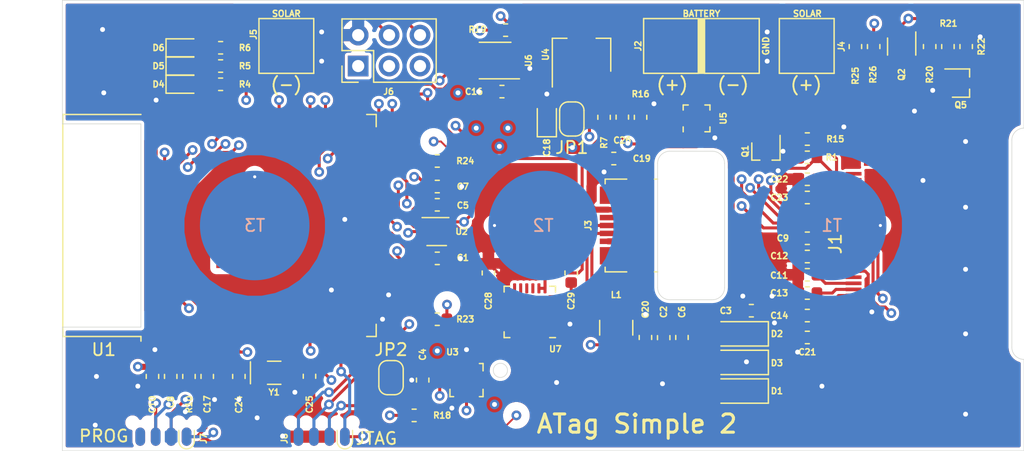
<source format=kicad_pcb>
(kicad_pcb (version 20171130) (host pcbnew 5.1.5-52549c5~84~ubuntu18.04.1)

  (general
    (thickness 1.6)
    (drawings 30)
    (tracks 813)
    (zones 0)
    (modules 75)
    (nets 99)
  )

  (page A4)
  (layers
    (0 F.Cu signal)
    (1 In1.Cu signal)
    (2 In2.Cu signal)
    (31 B.Cu signal)
    (32 B.Adhes user)
    (33 F.Adhes user)
    (34 B.Paste user)
    (35 F.Paste user)
    (36 B.SilkS user)
    (37 F.SilkS user)
    (38 B.Mask user)
    (39 F.Mask user)
    (40 Dwgs.User user hide)
    (41 Cmts.User user)
    (42 Eco1.User user)
    (43 Eco2.User user)
    (44 Edge.Cuts user)
    (45 Margin user)
    (46 B.CrtYd user)
    (47 F.CrtYd user)
    (48 B.Fab user hide)
    (49 F.Fab user hide)
  )

  (setup
    (last_trace_width 0.25)
    (user_trace_width 0.1524)
    (user_trace_width 0.2)
    (user_trace_width 0.25)
    (user_trace_width 0.5)
    (user_trace_width 1)
    (trace_clearance 0.15)
    (zone_clearance 0.25)
    (zone_45_only no)
    (trace_min 0.1524)
    (via_size 0.8)
    (via_drill 0.4)
    (via_min_size 0.4)
    (via_min_drill 0.3)
    (user_via 0.7 0.35)
    (uvia_size 0.3)
    (uvia_drill 0.1)
    (uvias_allowed no)
    (uvia_min_size 0.2)
    (uvia_min_drill 0.1)
    (edge_width 0.05)
    (segment_width 0.2)
    (pcb_text_width 0.3)
    (pcb_text_size 1.5 1.5)
    (mod_edge_width 0.12)
    (mod_text_size 1 1)
    (mod_text_width 0.15)
    (pad_size 9 9)
    (pad_drill 0)
    (pad_to_mask_clearance 0.05)
    (solder_mask_min_width 0.2)
    (aux_axis_origin 0 0)
    (visible_elements FFFFFF7F)
    (pcbplotparams
      (layerselection 0x010fc_ffffffff)
      (usegerberextensions false)
      (usegerberattributes false)
      (usegerberadvancedattributes false)
      (creategerberjobfile false)
      (excludeedgelayer true)
      (linewidth 0.100000)
      (plotframeref false)
      (viasonmask false)
      (mode 1)
      (useauxorigin false)
      (hpglpennumber 1)
      (hpglpenspeed 20)
      (hpglpendiameter 15.000000)
      (psnegative false)
      (psa4output false)
      (plotreference true)
      (plotvalue true)
      (plotinvisibletext false)
      (padsonsilk false)
      (subtractmaskfromsilk false)
      (outputformat 1)
      (mirror false)
      (drillshape 0)
      (scaleselection 1)
      (outputdirectory "gerber"))
  )

  (net 0 "")
  (net 1 "Net-(C1-Pad1)")
  (net 2 GND)
  (net 3 VGL)
  (net 4 VGH)
  (net 5 +3V3)
  (net 6 "Net-(C6-Pad1)")
  (net 7 "Net-(C6-Pad2)")
  (net 8 "Net-(C11-Pad1)")
  (net 9 "Net-(C12-Pad1)")
  (net 10 "Net-(C13-Pad1)")
  (net 11 "Net-(C14-Pad1)")
  (net 12 +BATT)
  (net 13 EN)
  (net 14 CHARGE)
  (net 15 "Net-(C21-Pad1)")
  (net 16 "Net-(C22-Pad1)")
  (net 17 "Net-(C23-Pad1)")
  (net 18 XTAL1)
  (net 19 XTAL2)
  (net 20 "Net-(C26-Pad1)")
  (net 21 "Net-(C28-Pad1)")
  (net 22 "Net-(D4-Pad2)")
  (net 23 "Net-(D5-Pad2)")
  (net 24 "Net-(D6-Pad2)")
  (net 25 CHARGE_STATUS)
  (net 26 DISP_CLK)
  (net 27 DISP_DIN)
  (net 28 DISP_CS)
  (net 29 DISP_DC)
  (net 30 DISP_RST)
  (net 31 DISP_BUSY)
  (net 32 "Net-(J1-Pad7)")
  (net 33 "Net-(J1-Pad6)")
  (net 34 RESE)
  (net 35 GDR)
  (net 36 "Net-(J1-Pad1)")
  (net 37 D+)
  (net 38 D-)
  (net 39 "Net-(J3-Pad4)")
  (net 40 "Net-(J3-Pad6)")
  (net 41 SOLAR)
  (net 42 "Net-(J7-Pad5)")
  (net 43 "Net-(J7-Pad4)")
  (net 44 RX)
  (net 45 TX)
  (net 46 BOOT0)
  (net 47 MTMS)
  (net 48 MTCK)
  (net 49 MTDO)
  (net 50 MTDI)
  (net 51 "Net-(JP1-Pad1)")
  (net 52 "Net-(Q2-Pad1)")
  (net 53 "Net-(Q2-Pad5)")
  (net 54 "Net-(Q2-Pad2)")
  (net 55 "Net-(Q2-Pad6)")
  (net 56 SCL)
  (net 57 LED_R)
  (net 58 LED_G)
  (net 59 LED_B)
  (net 60 "Net-(R16-Pad2)")
  (net 61 "Net-(R18-Pad2)")
  (net 62 TOUCH7)
  (net 63 BATT_ALARM)
  (net 64 TOUCH8)
  (net 65 "Net-(R23-Pad2)")
  (net 66 "Net-(R24-Pad2)")
  (net 67 TOUCH9)
  (net 68 ACCEL_IRQ)
  (net 69 "Net-(U1-Pad32)")
  (net 70 "Net-(U2-Pad5)")
  (net 71 "Net-(U3-Pad7)")
  (net 72 "Net-(U6-Pad5)")
  (net 73 "Net-(U6-Pad6)")
  (net 74 "Net-(U7-Pad1)")
  (net 75 "Net-(U7-Pad6)")
  (net 76 "Net-(U7-Pad9)")
  (net 77 "Net-(U7-Pad10)")
  (net 78 "Net-(U7-Pad11)")
  (net 79 "Net-(U7-Pad12)")
  (net 80 "Net-(U7-Pad13)")
  (net 81 "Net-(U7-Pad14)")
  (net 82 "Net-(U7-Pad15)")
  (net 83 "Net-(U7-Pad17)")
  (net 84 "Net-(U7-Pad22)")
  (net 85 "Net-(U7-Pad24)")
  (net 86 "Net-(C29-Pad1)")
  (net 87 AUX_RX)
  (net 88 AUX_TX)
  (net 89 AUX_RTS)
  (net 90 AUX_CTS)
  (net 91 "Net-(U5-Pad3)")
  (net 92 "Net-(U5-Pad5)")
  (net 93 "Net-(U5-Pad7)")
  (net 94 "Net-(U7-Pad23)")
  (net 95 B0)
  (net 96 B3)
  (net 97 B1)
  (net 98 B2)

  (net_class Default "This is the default net class."
    (clearance 0.15)
    (trace_width 0.25)
    (via_dia 0.8)
    (via_drill 0.4)
    (uvia_dia 0.3)
    (uvia_drill 0.1)
    (add_net +3V3)
    (add_net +BATT)
    (add_net ACCEL_IRQ)
    (add_net AUX_CTS)
    (add_net AUX_RTS)
    (add_net AUX_RX)
    (add_net AUX_TX)
    (add_net B0)
    (add_net B1)
    (add_net B2)
    (add_net B3)
    (add_net BATT_ALARM)
    (add_net BOOT0)
    (add_net CHARGE)
    (add_net CHARGE_STATUS)
    (add_net D+)
    (add_net D-)
    (add_net DISP_BUSY)
    (add_net DISP_CLK)
    (add_net DISP_CS)
    (add_net DISP_DC)
    (add_net DISP_DIN)
    (add_net DISP_RST)
    (add_net EN)
    (add_net GDR)
    (add_net GND)
    (add_net LED_B)
    (add_net LED_G)
    (add_net LED_R)
    (add_net MTCK)
    (add_net MTDI)
    (add_net MTDO)
    (add_net MTMS)
    (add_net "Net-(C1-Pad1)")
    (add_net "Net-(C11-Pad1)")
    (add_net "Net-(C12-Pad1)")
    (add_net "Net-(C13-Pad1)")
    (add_net "Net-(C14-Pad1)")
    (add_net "Net-(C21-Pad1)")
    (add_net "Net-(C22-Pad1)")
    (add_net "Net-(C23-Pad1)")
    (add_net "Net-(C26-Pad1)")
    (add_net "Net-(C28-Pad1)")
    (add_net "Net-(C29-Pad1)")
    (add_net "Net-(C6-Pad1)")
    (add_net "Net-(C6-Pad2)")
    (add_net "Net-(D4-Pad2)")
    (add_net "Net-(D5-Pad2)")
    (add_net "Net-(D6-Pad2)")
    (add_net "Net-(J1-Pad1)")
    (add_net "Net-(J1-Pad6)")
    (add_net "Net-(J1-Pad7)")
    (add_net "Net-(J3-Pad4)")
    (add_net "Net-(J3-Pad6)")
    (add_net "Net-(J7-Pad4)")
    (add_net "Net-(J7-Pad5)")
    (add_net "Net-(JP1-Pad1)")
    (add_net "Net-(Q2-Pad1)")
    (add_net "Net-(Q2-Pad2)")
    (add_net "Net-(Q2-Pad5)")
    (add_net "Net-(Q2-Pad6)")
    (add_net "Net-(R16-Pad2)")
    (add_net "Net-(U1-Pad32)")
    (add_net "Net-(U2-Pad5)")
    (add_net "Net-(U3-Pad7)")
    (add_net "Net-(U5-Pad3)")
    (add_net "Net-(U5-Pad5)")
    (add_net "Net-(U5-Pad7)")
    (add_net "Net-(U6-Pad5)")
    (add_net "Net-(U6-Pad6)")
    (add_net "Net-(U7-Pad1)")
    (add_net "Net-(U7-Pad10)")
    (add_net "Net-(U7-Pad11)")
    (add_net "Net-(U7-Pad12)")
    (add_net "Net-(U7-Pad13)")
    (add_net "Net-(U7-Pad14)")
    (add_net "Net-(U7-Pad15)")
    (add_net "Net-(U7-Pad17)")
    (add_net "Net-(U7-Pad22)")
    (add_net "Net-(U7-Pad23)")
    (add_net "Net-(U7-Pad24)")
    (add_net "Net-(U7-Pad6)")
    (add_net "Net-(U7-Pad9)")
    (add_net RESE)
    (add_net RX)
    (add_net SCL)
    (add_net SOLAR)
    (add_net TOUCH7)
    (add_net TOUCH8)
    (add_net TOUCH9)
    (add_net TX)
    (add_net VGH)
    (add_net VGL)
    (add_net XTAL1)
    (add_net XTAL2)
  )

  (net_class Touch ""
    (clearance 0.7)
    (trace_width 0.1524)
    (via_dia 0.8)
    (via_drill 0.4)
    (uvia_dia 0.3)
    (uvia_drill 0.1)
    (add_net "Net-(R18-Pad2)")
    (add_net "Net-(R23-Pad2)")
    (add_net "Net-(R24-Pad2)")
  )

  (module atag-simple:TOUCH_CIRCLE locked (layer B.Cu) (tedit 5E4C6C41) (tstamp 5E42DACC)
    (at 170.2 105.5 270)
    (path /5D1C4786)
    (fp_text reference T1 (at 0 0 180) (layer B.SilkS)
      (effects (font (size 1 1) (thickness 0.15)) (justify mirror))
    )
    (fp_text value Conn_01x01 (at 0 -9.7 90) (layer B.Fab)
      (effects (font (size 1 1) (thickness 0.15)) (justify mirror))
    )
    (fp_text user "5/50 spacing" (at 0 -0.25 90) (layer Dwgs.User)
      (effects (font (size 1 1) (thickness 0.15)))
    )
    (fp_circle (center 0 0) (end 5 0) (layer B.CrtYd) (width 0.12))
    (pad 1 thru_hole circle (at 0 -4 270) (size 0.4 0.4) (drill 0.254) (layers *.Cu *.Mask)
      (net 61 "Net-(R18-Pad2)"))
    (pad 1 smd circle (at 0 0 270) (size 9 9) (layers B.Cu)
      (net 61 "Net-(R18-Pad2)") (clearance 1.27))
  )

  (module atag-simple:TOUCH_CIRCLE locked (layer B.Cu) (tedit 5E4C6C41) (tstamp 5E42DAD4)
    (at 146.5 105.5 90)
    (path /5D1C5F30)
    (fp_text reference T2 (at 0 0 180) (layer B.SilkS)
      (effects (font (size 1 1) (thickness 0.15)) (justify mirror))
    )
    (fp_text value Conn_01x01 (at 0 -9.7 90) (layer B.Fab)
      (effects (font (size 1 1) (thickness 0.15)) (justify mirror))
    )
    (fp_text user "5/50 spacing" (at 0 -0.25 90) (layer Dwgs.User)
      (effects (font (size 1 1) (thickness 0.15)))
    )
    (fp_circle (center 0 0) (end 5 0) (layer B.CrtYd) (width 0.12))
    (pad 1 thru_hole circle (at 0 -4 90) (size 0.4 0.4) (drill 0.254) (layers *.Cu *.Mask)
      (net 65 "Net-(R23-Pad2)"))
    (pad 1 smd circle (at 0 0 90) (size 9 9) (layers B.Cu)
      (net 65 "Net-(R23-Pad2)") (clearance 1.27))
  )

  (module atag-simple:TOUCH_CIRCLE locked (layer B.Cu) (tedit 5E4C6C41) (tstamp 5E42DADC)
    (at 122.8 105.5)
    (path /5D1C656B)
    (fp_text reference T3 (at 0 0) (layer B.SilkS)
      (effects (font (size 1 1) (thickness 0.15)) (justify mirror))
    )
    (fp_text value Conn_01x01 (at 0 -9.7) (layer B.Fab)
      (effects (font (size 1 1) (thickness 0.15)) (justify mirror))
    )
    (fp_text user "5/50 spacing" (at 0 -0.25) (layer Dwgs.User)
      (effects (font (size 1 1) (thickness 0.15)))
    )
    (fp_circle (center 0 0) (end 5 0) (layer B.CrtYd) (width 0.12))
    (pad 1 thru_hole circle (at 0 -4) (size 0.4 0.4) (drill 0.254) (layers *.Cu *.Mask)
      (net 66 "Net-(R24-Pad2)"))
    (pad 1 smd circle (at 0 0) (size 9 9) (layers B.Cu)
      (net 66 "Net-(R24-Pad2)") (clearance 1.27))
  )

  (module Capacitor_SMD:C_0603_1608Metric (layer F.Cu) (tedit 5B301BBE) (tstamp 5E42D569)
    (at 137.8 108.2)
    (descr "Capacitor SMD 0603 (1608 Metric), square (rectangular) end terminal, IPC_7351 nominal, (Body size source: http://www.tortai-tech.com/upload/download/2011102023233369053.pdf), generated with kicad-footprint-generator")
    (tags capacitor)
    (path /5D126E7F)
    (attr smd)
    (fp_text reference C1 (at 2.1 -0.05) (layer F.SilkS)
      (effects (font (size 0.5 0.5) (thickness 0.12)))
    )
    (fp_text value 100n (at 0 1.43) (layer F.Fab)
      (effects (font (size 1 1) (thickness 0.15)))
    )
    (fp_line (start -0.8 0.4) (end -0.8 -0.4) (layer F.Fab) (width 0.1))
    (fp_line (start -0.8 -0.4) (end 0.8 -0.4) (layer F.Fab) (width 0.1))
    (fp_line (start 0.8 -0.4) (end 0.8 0.4) (layer F.Fab) (width 0.1))
    (fp_line (start 0.8 0.4) (end -0.8 0.4) (layer F.Fab) (width 0.1))
    (fp_line (start -0.162779 -0.51) (end 0.162779 -0.51) (layer F.SilkS) (width 0.12))
    (fp_line (start -0.162779 0.51) (end 0.162779 0.51) (layer F.SilkS) (width 0.12))
    (fp_line (start -1.48 0.73) (end -1.48 -0.73) (layer F.CrtYd) (width 0.05))
    (fp_line (start -1.48 -0.73) (end 1.48 -0.73) (layer F.CrtYd) (width 0.05))
    (fp_line (start 1.48 -0.73) (end 1.48 0.73) (layer F.CrtYd) (width 0.05))
    (fp_line (start 1.48 0.73) (end -1.48 0.73) (layer F.CrtYd) (width 0.05))
    (fp_text user %R (at 0 0) (layer F.Fab)
      (effects (font (size 0.4 0.4) (thickness 0.06)))
    )
    (pad 1 smd roundrect (at -0.7875 0) (size 0.875 0.95) (layers F.Cu F.Paste F.Mask) (roundrect_rratio 0.25)
      (net 1 "Net-(C1-Pad1)"))
    (pad 2 smd roundrect (at 0.7875 0) (size 0.875 0.95) (layers F.Cu F.Paste F.Mask) (roundrect_rratio 0.25)
      (net 2 GND))
    (model ${KISYS3DMOD}/Capacitor_SMD.3dshapes/C_0603_1608Metric.wrl
      (at (xyz 0 0 0))
      (scale (xyz 1 1 1))
      (rotate (xyz 0 0 0))
    )
  )

  (module Capacitor_SMD:C_0603_1608Metric (layer F.Cu) (tedit 5B301BBE) (tstamp 5E42D57A)
    (at 156.4 114.7125 90)
    (descr "Capacitor SMD 0603 (1608 Metric), square (rectangular) end terminal, IPC_7351 nominal, (Body size source: http://www.tortai-tech.com/upload/download/2011102023233369053.pdf), generated with kicad-footprint-generator")
    (tags capacitor)
    (path /5D188B05)
    (attr smd)
    (fp_text reference C2 (at 2.1125 0 90) (layer F.SilkS)
      (effects (font (size 0.5 0.5) (thickness 0.12)))
    )
    (fp_text value 1u (at 0 1.43 90) (layer F.Fab)
      (effects (font (size 1 1) (thickness 0.15)))
    )
    (fp_line (start -0.8 0.4) (end -0.8 -0.4) (layer F.Fab) (width 0.1))
    (fp_line (start -0.8 -0.4) (end 0.8 -0.4) (layer F.Fab) (width 0.1))
    (fp_line (start 0.8 -0.4) (end 0.8 0.4) (layer F.Fab) (width 0.1))
    (fp_line (start 0.8 0.4) (end -0.8 0.4) (layer F.Fab) (width 0.1))
    (fp_line (start -0.162779 -0.51) (end 0.162779 -0.51) (layer F.SilkS) (width 0.12))
    (fp_line (start -0.162779 0.51) (end 0.162779 0.51) (layer F.SilkS) (width 0.12))
    (fp_line (start -1.48 0.73) (end -1.48 -0.73) (layer F.CrtYd) (width 0.05))
    (fp_line (start -1.48 -0.73) (end 1.48 -0.73) (layer F.CrtYd) (width 0.05))
    (fp_line (start 1.48 -0.73) (end 1.48 0.73) (layer F.CrtYd) (width 0.05))
    (fp_line (start 1.48 0.73) (end -1.48 0.73) (layer F.CrtYd) (width 0.05))
    (fp_text user %R (at 0 0 90) (layer F.Fab)
      (effects (font (size 0.4 0.4) (thickness 0.06)))
    )
    (pad 1 smd roundrect (at -0.7875 0 90) (size 0.875 0.95) (layers F.Cu F.Paste F.Mask) (roundrect_rratio 0.25)
      (net 3 VGL))
    (pad 2 smd roundrect (at 0.7875 0 90) (size 0.875 0.95) (layers F.Cu F.Paste F.Mask) (roundrect_rratio 0.25)
      (net 2 GND))
    (model ${KISYS3DMOD}/Capacitor_SMD.3dshapes/C_0603_1608Metric.wrl
      (at (xyz 0 0 0))
      (scale (xyz 1 1 1))
      (rotate (xyz 0 0 0))
    )
  )

  (module Capacitor_SMD:C_0603_1608Metric (layer F.Cu) (tedit 5B301BBE) (tstamp 5E42D58B)
    (at 163.6 112.5 180)
    (descr "Capacitor SMD 0603 (1608 Metric), square (rectangular) end terminal, IPC_7351 nominal, (Body size source: http://www.tortai-tech.com/upload/download/2011102023233369053.pdf), generated with kicad-footprint-generator")
    (tags capacitor)
    (path /5D1893A3)
    (attr smd)
    (fp_text reference C3 (at 2.1 0) (layer F.SilkS)
      (effects (font (size 0.5 0.5) (thickness 0.12)))
    )
    (fp_text value 1u (at 0 1.43) (layer F.Fab)
      (effects (font (size 1 1) (thickness 0.15)))
    )
    (fp_text user %R (at 0 0) (layer F.Fab)
      (effects (font (size 0.4 0.4) (thickness 0.06)))
    )
    (fp_line (start 1.48 0.73) (end -1.48 0.73) (layer F.CrtYd) (width 0.05))
    (fp_line (start 1.48 -0.73) (end 1.48 0.73) (layer F.CrtYd) (width 0.05))
    (fp_line (start -1.48 -0.73) (end 1.48 -0.73) (layer F.CrtYd) (width 0.05))
    (fp_line (start -1.48 0.73) (end -1.48 -0.73) (layer F.CrtYd) (width 0.05))
    (fp_line (start -0.162779 0.51) (end 0.162779 0.51) (layer F.SilkS) (width 0.12))
    (fp_line (start -0.162779 -0.51) (end 0.162779 -0.51) (layer F.SilkS) (width 0.12))
    (fp_line (start 0.8 0.4) (end -0.8 0.4) (layer F.Fab) (width 0.1))
    (fp_line (start 0.8 -0.4) (end 0.8 0.4) (layer F.Fab) (width 0.1))
    (fp_line (start -0.8 -0.4) (end 0.8 -0.4) (layer F.Fab) (width 0.1))
    (fp_line (start -0.8 0.4) (end -0.8 -0.4) (layer F.Fab) (width 0.1))
    (pad 2 smd roundrect (at 0.7875 0 180) (size 0.875 0.95) (layers F.Cu F.Paste F.Mask) (roundrect_rratio 0.25)
      (net 2 GND))
    (pad 1 smd roundrect (at -0.7875 0 180) (size 0.875 0.95) (layers F.Cu F.Paste F.Mask) (roundrect_rratio 0.25)
      (net 4 VGH))
    (model ${KISYS3DMOD}/Capacitor_SMD.3dshapes/C_0603_1608Metric.wrl
      (at (xyz 0 0 0))
      (scale (xyz 1 1 1))
      (rotate (xyz 0 0 0))
    )
  )

  (module Capacitor_SMD:C_0603_1608Metric (layer F.Cu) (tedit 5B301BBE) (tstamp 5E4CEF12)
    (at 136.6 118.2 270)
    (descr "Capacitor SMD 0603 (1608 Metric), square (rectangular) end terminal, IPC_7351 nominal, (Body size source: http://www.tortai-tech.com/upload/download/2011102023233369053.pdf), generated with kicad-footprint-generator")
    (tags capacitor)
    (path /5D116CDB)
    (attr smd)
    (fp_text reference C4 (at -2.1 0 90) (layer F.SilkS)
      (effects (font (size 0.5 0.5) (thickness 0.12)))
    )
    (fp_text value 10n (at 0 1.43 90) (layer F.Fab)
      (effects (font (size 1 1) (thickness 0.15)))
    )
    (fp_text user %R (at 0 0 90) (layer F.Fab)
      (effects (font (size 0.4 0.4) (thickness 0.06)))
    )
    (fp_line (start 1.48 0.73) (end -1.48 0.73) (layer F.CrtYd) (width 0.05))
    (fp_line (start 1.48 -0.73) (end 1.48 0.73) (layer F.CrtYd) (width 0.05))
    (fp_line (start -1.48 -0.73) (end 1.48 -0.73) (layer F.CrtYd) (width 0.05))
    (fp_line (start -1.48 0.73) (end -1.48 -0.73) (layer F.CrtYd) (width 0.05))
    (fp_line (start -0.162779 0.51) (end 0.162779 0.51) (layer F.SilkS) (width 0.12))
    (fp_line (start -0.162779 -0.51) (end 0.162779 -0.51) (layer F.SilkS) (width 0.12))
    (fp_line (start 0.8 0.4) (end -0.8 0.4) (layer F.Fab) (width 0.1))
    (fp_line (start 0.8 -0.4) (end 0.8 0.4) (layer F.Fab) (width 0.1))
    (fp_line (start -0.8 -0.4) (end 0.8 -0.4) (layer F.Fab) (width 0.1))
    (fp_line (start -0.8 0.4) (end -0.8 -0.4) (layer F.Fab) (width 0.1))
    (pad 2 smd roundrect (at 0.7875 0 270) (size 0.875 0.95) (layers F.Cu F.Paste F.Mask) (roundrect_rratio 0.25)
      (net 2 GND))
    (pad 1 smd roundrect (at -0.7875 0 270) (size 0.875 0.95) (layers F.Cu F.Paste F.Mask) (roundrect_rratio 0.25)
      (net 5 +3V3))
    (model ${KISYS3DMOD}/Capacitor_SMD.3dshapes/C_0603_1608Metric.wrl
      (at (xyz 0 0 0))
      (scale (xyz 1 1 1))
      (rotate (xyz 0 0 0))
    )
  )

  (module Capacitor_SMD:C_0603_1608Metric (layer F.Cu) (tedit 5B301BBE) (tstamp 5E42D5AD)
    (at 137.8 103.8)
    (descr "Capacitor SMD 0603 (1608 Metric), square (rectangular) end terminal, IPC_7351 nominal, (Body size source: http://www.tortai-tech.com/upload/download/2011102023233369053.pdf), generated with kicad-footprint-generator")
    (tags capacitor)
    (path /5D145A92)
    (attr smd)
    (fp_text reference C5 (at 2.1 0.05) (layer F.SilkS)
      (effects (font (size 0.5 0.5) (thickness 0.12)))
    )
    (fp_text value 100n (at 0 1.43) (layer F.Fab)
      (effects (font (size 1 1) (thickness 0.15)))
    )
    (fp_text user %R (at 0 0) (layer F.Fab)
      (effects (font (size 0.4 0.4) (thickness 0.06)))
    )
    (fp_line (start 1.48 0.73) (end -1.48 0.73) (layer F.CrtYd) (width 0.05))
    (fp_line (start 1.48 -0.73) (end 1.48 0.73) (layer F.CrtYd) (width 0.05))
    (fp_line (start -1.48 -0.73) (end 1.48 -0.73) (layer F.CrtYd) (width 0.05))
    (fp_line (start -1.48 0.73) (end -1.48 -0.73) (layer F.CrtYd) (width 0.05))
    (fp_line (start -0.162779 0.51) (end 0.162779 0.51) (layer F.SilkS) (width 0.12))
    (fp_line (start -0.162779 -0.51) (end 0.162779 -0.51) (layer F.SilkS) (width 0.12))
    (fp_line (start 0.8 0.4) (end -0.8 0.4) (layer F.Fab) (width 0.1))
    (fp_line (start 0.8 -0.4) (end 0.8 0.4) (layer F.Fab) (width 0.1))
    (fp_line (start -0.8 -0.4) (end 0.8 -0.4) (layer F.Fab) (width 0.1))
    (fp_line (start -0.8 0.4) (end -0.8 -0.4) (layer F.Fab) (width 0.1))
    (pad 2 smd roundrect (at 0.7875 0) (size 0.875 0.95) (layers F.Cu F.Paste F.Mask) (roundrect_rratio 0.25)
      (net 2 GND))
    (pad 1 smd roundrect (at -0.7875 0) (size 0.875 0.95) (layers F.Cu F.Paste F.Mask) (roundrect_rratio 0.25)
      (net 5 +3V3))
    (model ${KISYS3DMOD}/Capacitor_SMD.3dshapes/C_0603_1608Metric.wrl
      (at (xyz 0 0 0))
      (scale (xyz 1 1 1))
      (rotate (xyz 0 0 0))
    )
  )

  (module Capacitor_SMD:C_0603_1608Metric (layer F.Cu) (tedit 5B301BBE) (tstamp 5E42D5BE)
    (at 157.9 114.7 90)
    (descr "Capacitor SMD 0603 (1608 Metric), square (rectangular) end terminal, IPC_7351 nominal, (Body size source: http://www.tortai-tech.com/upload/download/2011102023233369053.pdf), generated with kicad-footprint-generator")
    (tags capacitor)
    (path /5D189737)
    (attr smd)
    (fp_text reference C6 (at 2.1 0 90) (layer F.SilkS)
      (effects (font (size 0.5 0.5) (thickness 0.12)))
    )
    (fp_text value 100n (at 0 1.43 90) (layer F.Fab)
      (effects (font (size 1 1) (thickness 0.15)))
    )
    (fp_line (start -0.8 0.4) (end -0.8 -0.4) (layer F.Fab) (width 0.1))
    (fp_line (start -0.8 -0.4) (end 0.8 -0.4) (layer F.Fab) (width 0.1))
    (fp_line (start 0.8 -0.4) (end 0.8 0.4) (layer F.Fab) (width 0.1))
    (fp_line (start 0.8 0.4) (end -0.8 0.4) (layer F.Fab) (width 0.1))
    (fp_line (start -0.162779 -0.51) (end 0.162779 -0.51) (layer F.SilkS) (width 0.12))
    (fp_line (start -0.162779 0.51) (end 0.162779 0.51) (layer F.SilkS) (width 0.12))
    (fp_line (start -1.48 0.73) (end -1.48 -0.73) (layer F.CrtYd) (width 0.05))
    (fp_line (start -1.48 -0.73) (end 1.48 -0.73) (layer F.CrtYd) (width 0.05))
    (fp_line (start 1.48 -0.73) (end 1.48 0.73) (layer F.CrtYd) (width 0.05))
    (fp_line (start 1.48 0.73) (end -1.48 0.73) (layer F.CrtYd) (width 0.05))
    (fp_text user %R (at 0 0 90) (layer F.Fab)
      (effects (font (size 0.4 0.4) (thickness 0.06)))
    )
    (pad 1 smd roundrect (at -0.7875 0 90) (size 0.875 0.95) (layers F.Cu F.Paste F.Mask) (roundrect_rratio 0.25)
      (net 6 "Net-(C6-Pad1)"))
    (pad 2 smd roundrect (at 0.7875 0 90) (size 0.875 0.95) (layers F.Cu F.Paste F.Mask) (roundrect_rratio 0.25)
      (net 7 "Net-(C6-Pad2)"))
    (model ${KISYS3DMOD}/Capacitor_SMD.3dshapes/C_0603_1608Metric.wrl
      (at (xyz 0 0 0))
      (scale (xyz 1 1 1))
      (rotate (xyz 0 0 0))
    )
  )

  (module Capacitor_SMD:C_0603_1608Metric (layer F.Cu) (tedit 5B301BBE) (tstamp 5E42D5CF)
    (at 137.8 102.3)
    (descr "Capacitor SMD 0603 (1608 Metric), square (rectangular) end terminal, IPC_7351 nominal, (Body size source: http://www.tortai-tech.com/upload/download/2011102023233369053.pdf), generated with kicad-footprint-generator")
    (tags capacitor)
    (path /5D1488C1)
    (attr smd)
    (fp_text reference C7 (at 2.1 0) (layer F.SilkS)
      (effects (font (size 0.5 0.5) (thickness 0.12)))
    )
    (fp_text value 1u (at 0 1.43) (layer F.Fab)
      (effects (font (size 1 1) (thickness 0.15)))
    )
    (fp_line (start -0.8 0.4) (end -0.8 -0.4) (layer F.Fab) (width 0.1))
    (fp_line (start -0.8 -0.4) (end 0.8 -0.4) (layer F.Fab) (width 0.1))
    (fp_line (start 0.8 -0.4) (end 0.8 0.4) (layer F.Fab) (width 0.1))
    (fp_line (start 0.8 0.4) (end -0.8 0.4) (layer F.Fab) (width 0.1))
    (fp_line (start -0.162779 -0.51) (end 0.162779 -0.51) (layer F.SilkS) (width 0.12))
    (fp_line (start -0.162779 0.51) (end 0.162779 0.51) (layer F.SilkS) (width 0.12))
    (fp_line (start -1.48 0.73) (end -1.48 -0.73) (layer F.CrtYd) (width 0.05))
    (fp_line (start -1.48 -0.73) (end 1.48 -0.73) (layer F.CrtYd) (width 0.05))
    (fp_line (start 1.48 -0.73) (end 1.48 0.73) (layer F.CrtYd) (width 0.05))
    (fp_line (start 1.48 0.73) (end -1.48 0.73) (layer F.CrtYd) (width 0.05))
    (fp_text user %R (at 0 0) (layer F.Fab)
      (effects (font (size 0.4 0.4) (thickness 0.06)))
    )
    (pad 1 smd roundrect (at -0.7875 0) (size 0.875 0.95) (layers F.Cu F.Paste F.Mask) (roundrect_rratio 0.25)
      (net 5 +3V3))
    (pad 2 smd roundrect (at 0.7875 0) (size 0.875 0.95) (layers F.Cu F.Paste F.Mask) (roundrect_rratio 0.25)
      (net 2 GND))
    (model ${KISYS3DMOD}/Capacitor_SMD.3dshapes/C_0603_1608Metric.wrl
      (at (xyz 0 0 0))
      (scale (xyz 1 1 1))
      (rotate (xyz 0 0 0))
    )
  )

  (module Capacitor_SMD:C_0603_1608Metric (layer F.Cu) (tedit 5B301BBE) (tstamp 5E42D5E0)
    (at 115.9 117.9 270)
    (descr "Capacitor SMD 0603 (1608 Metric), square (rectangular) end terminal, IPC_7351 nominal, (Body size source: http://www.tortai-tech.com/upload/download/2011102023233369053.pdf), generated with kicad-footprint-generator")
    (tags capacitor)
    (path /5D112FDF)
    (attr smd)
    (fp_text reference C8 (at 2.1 0 90) (layer F.SilkS)
      (effects (font (size 0.5 0.5) (thickness 0.12)))
    )
    (fp_text value 100n (at 0 1.43 90) (layer F.Fab)
      (effects (font (size 1 1) (thickness 0.15)))
    )
    (fp_line (start -0.8 0.4) (end -0.8 -0.4) (layer F.Fab) (width 0.1))
    (fp_line (start -0.8 -0.4) (end 0.8 -0.4) (layer F.Fab) (width 0.1))
    (fp_line (start 0.8 -0.4) (end 0.8 0.4) (layer F.Fab) (width 0.1))
    (fp_line (start 0.8 0.4) (end -0.8 0.4) (layer F.Fab) (width 0.1))
    (fp_line (start -0.162779 -0.51) (end 0.162779 -0.51) (layer F.SilkS) (width 0.12))
    (fp_line (start -0.162779 0.51) (end 0.162779 0.51) (layer F.SilkS) (width 0.12))
    (fp_line (start -1.48 0.73) (end -1.48 -0.73) (layer F.CrtYd) (width 0.05))
    (fp_line (start -1.48 -0.73) (end 1.48 -0.73) (layer F.CrtYd) (width 0.05))
    (fp_line (start 1.48 -0.73) (end 1.48 0.73) (layer F.CrtYd) (width 0.05))
    (fp_line (start 1.48 0.73) (end -1.48 0.73) (layer F.CrtYd) (width 0.05))
    (fp_text user %R (at 0 0 90) (layer F.Fab)
      (effects (font (size 0.4 0.4) (thickness 0.06)))
    )
    (pad 1 smd roundrect (at -0.7875 0 270) (size 0.875 0.95) (layers F.Cu F.Paste F.Mask) (roundrect_rratio 0.25)
      (net 5 +3V3))
    (pad 2 smd roundrect (at 0.7875 0 270) (size 0.875 0.95) (layers F.Cu F.Paste F.Mask) (roundrect_rratio 0.25)
      (net 2 GND))
    (model ${KISYS3DMOD}/Capacitor_SMD.3dshapes/C_0603_1608Metric.wrl
      (at (xyz 0 0 0))
      (scale (xyz 1 1 1))
      (rotate (xyz 0 0 0))
    )
  )

  (module Capacitor_SMD:C_0603_1608Metric (layer F.Cu) (tedit 5B301BBE) (tstamp 5E4D3172)
    (at 168.2 106.55 180)
    (descr "Capacitor SMD 0603 (1608 Metric), square (rectangular) end terminal, IPC_7351 nominal, (Body size source: http://www.tortai-tech.com/upload/download/2011102023233369053.pdf), generated with kicad-footprint-generator")
    (tags capacitor)
    (path /5D54741B)
    (attr smd)
    (fp_text reference C9 (at 2.0125 0) (layer F.SilkS)
      (effects (font (size 0.5 0.5) (thickness 0.12)))
    )
    (fp_text value 100n (at 0 1.43) (layer F.Fab)
      (effects (font (size 1 1) (thickness 0.15)))
    )
    (fp_text user %R (at 0 0) (layer F.Fab)
      (effects (font (size 0.4 0.4) (thickness 0.06)))
    )
    (fp_line (start 1.48 0.73) (end -1.48 0.73) (layer F.CrtYd) (width 0.05))
    (fp_line (start 1.48 -0.73) (end 1.48 0.73) (layer F.CrtYd) (width 0.05))
    (fp_line (start -1.48 -0.73) (end 1.48 -0.73) (layer F.CrtYd) (width 0.05))
    (fp_line (start -1.48 0.73) (end -1.48 -0.73) (layer F.CrtYd) (width 0.05))
    (fp_line (start -0.162779 0.51) (end 0.162779 0.51) (layer F.SilkS) (width 0.12))
    (fp_line (start -0.162779 -0.51) (end 0.162779 -0.51) (layer F.SilkS) (width 0.12))
    (fp_line (start 0.8 0.4) (end -0.8 0.4) (layer F.Fab) (width 0.1))
    (fp_line (start 0.8 -0.4) (end 0.8 0.4) (layer F.Fab) (width 0.1))
    (fp_line (start -0.8 -0.4) (end 0.8 -0.4) (layer F.Fab) (width 0.1))
    (fp_line (start -0.8 0.4) (end -0.8 -0.4) (layer F.Fab) (width 0.1))
    (pad 2 smd roundrect (at 0.7875 0 180) (size 0.875 0.95) (layers F.Cu F.Paste F.Mask) (roundrect_rratio 0.25)
      (net 2 GND))
    (pad 1 smd roundrect (at -0.7875 0 180) (size 0.875 0.95) (layers F.Cu F.Paste F.Mask) (roundrect_rratio 0.25)
      (net 5 +3V3))
    (model ${KISYS3DMOD}/Capacitor_SMD.3dshapes/C_0603_1608Metric.wrl
      (at (xyz 0 0 0))
      (scale (xyz 1 1 1))
      (rotate (xyz 0 0 0))
    )
  )

  (module Capacitor_SMD:C_0603_1608Metric (layer F.Cu) (tedit 5B301BBE) (tstamp 5E42D602)
    (at 114.4 117.9 270)
    (descr "Capacitor SMD 0603 (1608 Metric), square (rectangular) end terminal, IPC_7351 nominal, (Body size source: http://www.tortai-tech.com/upload/download/2011102023233369053.pdf), generated with kicad-footprint-generator")
    (tags capacitor)
    (path /5D68F5AA)
    (attr smd)
    (fp_text reference C10 (at 2.3 0 90) (layer F.SilkS)
      (effects (font (size 0.5 0.5) (thickness 0.12)))
    )
    (fp_text value 22u (at 0 1.43 90) (layer F.Fab)
      (effects (font (size 1 1) (thickness 0.15)))
    )
    (fp_text user %R (at 0 0 90) (layer F.Fab)
      (effects (font (size 0.4 0.4) (thickness 0.06)))
    )
    (fp_line (start 1.48 0.73) (end -1.48 0.73) (layer F.CrtYd) (width 0.05))
    (fp_line (start 1.48 -0.73) (end 1.48 0.73) (layer F.CrtYd) (width 0.05))
    (fp_line (start -1.48 -0.73) (end 1.48 -0.73) (layer F.CrtYd) (width 0.05))
    (fp_line (start -1.48 0.73) (end -1.48 -0.73) (layer F.CrtYd) (width 0.05))
    (fp_line (start -0.162779 0.51) (end 0.162779 0.51) (layer F.SilkS) (width 0.12))
    (fp_line (start -0.162779 -0.51) (end 0.162779 -0.51) (layer F.SilkS) (width 0.12))
    (fp_line (start 0.8 0.4) (end -0.8 0.4) (layer F.Fab) (width 0.1))
    (fp_line (start 0.8 -0.4) (end 0.8 0.4) (layer F.Fab) (width 0.1))
    (fp_line (start -0.8 -0.4) (end 0.8 -0.4) (layer F.Fab) (width 0.1))
    (fp_line (start -0.8 0.4) (end -0.8 -0.4) (layer F.Fab) (width 0.1))
    (pad 2 smd roundrect (at 0.7875 0 270) (size 0.875 0.95) (layers F.Cu F.Paste F.Mask) (roundrect_rratio 0.25)
      (net 2 GND))
    (pad 1 smd roundrect (at -0.7875 0 270) (size 0.875 0.95) (layers F.Cu F.Paste F.Mask) (roundrect_rratio 0.25)
      (net 5 +3V3))
    (model ${KISYS3DMOD}/Capacitor_SMD.3dshapes/C_0603_1608Metric.wrl
      (at (xyz 0 0 0))
      (scale (xyz 1 1 1))
      (rotate (xyz 0 0 0))
    )
  )

  (module Capacitor_SMD:C_0603_1608Metric (layer F.Cu) (tedit 5B301BBE) (tstamp 5E42D613)
    (at 168.2 109.55 180)
    (descr "Capacitor SMD 0603 (1608 Metric), square (rectangular) end terminal, IPC_7351 nominal, (Body size source: http://www.tortai-tech.com/upload/download/2011102023233369053.pdf), generated with kicad-footprint-generator")
    (tags capacitor)
    (path /5D4EF263)
    (attr smd)
    (fp_text reference C11 (at 2.3125 -0.05) (layer F.SilkS)
      (effects (font (size 0.5 0.5) (thickness 0.12)))
    )
    (fp_text value 1u (at 0 1.43) (layer F.Fab)
      (effects (font (size 1 1) (thickness 0.15)))
    )
    (fp_line (start -0.8 0.4) (end -0.8 -0.4) (layer F.Fab) (width 0.1))
    (fp_line (start -0.8 -0.4) (end 0.8 -0.4) (layer F.Fab) (width 0.1))
    (fp_line (start 0.8 -0.4) (end 0.8 0.4) (layer F.Fab) (width 0.1))
    (fp_line (start 0.8 0.4) (end -0.8 0.4) (layer F.Fab) (width 0.1))
    (fp_line (start -0.162779 -0.51) (end 0.162779 -0.51) (layer F.SilkS) (width 0.12))
    (fp_line (start -0.162779 0.51) (end 0.162779 0.51) (layer F.SilkS) (width 0.12))
    (fp_line (start -1.48 0.73) (end -1.48 -0.73) (layer F.CrtYd) (width 0.05))
    (fp_line (start -1.48 -0.73) (end 1.48 -0.73) (layer F.CrtYd) (width 0.05))
    (fp_line (start 1.48 -0.73) (end 1.48 0.73) (layer F.CrtYd) (width 0.05))
    (fp_line (start 1.48 0.73) (end -1.48 0.73) (layer F.CrtYd) (width 0.05))
    (fp_text user %R (at 0 0) (layer F.Fab)
      (effects (font (size 0.4 0.4) (thickness 0.06)))
    )
    (pad 1 smd roundrect (at -0.7875 0 180) (size 0.875 0.95) (layers F.Cu F.Paste F.Mask) (roundrect_rratio 0.25)
      (net 8 "Net-(C11-Pad1)"))
    (pad 2 smd roundrect (at 0.7875 0 180) (size 0.875 0.95) (layers F.Cu F.Paste F.Mask) (roundrect_rratio 0.25)
      (net 2 GND))
    (model ${KISYS3DMOD}/Capacitor_SMD.3dshapes/C_0603_1608Metric.wrl
      (at (xyz 0 0 0))
      (scale (xyz 1 1 1))
      (rotate (xyz 0 0 0))
    )
  )

  (module Capacitor_SMD:C_0603_1608Metric (layer F.Cu) (tedit 5B301BBE) (tstamp 5E42D624)
    (at 168.2 108.05 180)
    (descr "Capacitor SMD 0603 (1608 Metric), square (rectangular) end terminal, IPC_7351 nominal, (Body size source: http://www.tortai-tech.com/upload/download/2011102023233369053.pdf), generated with kicad-footprint-generator")
    (tags capacitor)
    (path /5D2E1312)
    (attr smd)
    (fp_text reference C12 (at 2.3 0.05) (layer F.SilkS)
      (effects (font (size 0.5 0.5) (thickness 0.12)))
    )
    (fp_text value 1u (at 0 1.43) (layer F.Fab)
      (effects (font (size 1 1) (thickness 0.15)))
    )
    (fp_line (start -0.8 0.4) (end -0.8 -0.4) (layer F.Fab) (width 0.1))
    (fp_line (start -0.8 -0.4) (end 0.8 -0.4) (layer F.Fab) (width 0.1))
    (fp_line (start 0.8 -0.4) (end 0.8 0.4) (layer F.Fab) (width 0.1))
    (fp_line (start 0.8 0.4) (end -0.8 0.4) (layer F.Fab) (width 0.1))
    (fp_line (start -0.162779 -0.51) (end 0.162779 -0.51) (layer F.SilkS) (width 0.12))
    (fp_line (start -0.162779 0.51) (end 0.162779 0.51) (layer F.SilkS) (width 0.12))
    (fp_line (start -1.48 0.73) (end -1.48 -0.73) (layer F.CrtYd) (width 0.05))
    (fp_line (start -1.48 -0.73) (end 1.48 -0.73) (layer F.CrtYd) (width 0.05))
    (fp_line (start 1.48 -0.73) (end 1.48 0.73) (layer F.CrtYd) (width 0.05))
    (fp_line (start 1.48 0.73) (end -1.48 0.73) (layer F.CrtYd) (width 0.05))
    (fp_text user %R (at 0 0) (layer F.Fab)
      (effects (font (size 0.4 0.4) (thickness 0.06)))
    )
    (pad 1 smd roundrect (at -0.7875 0 180) (size 0.875 0.95) (layers F.Cu F.Paste F.Mask) (roundrect_rratio 0.25)
      (net 9 "Net-(C12-Pad1)"))
    (pad 2 smd roundrect (at 0.7875 0 180) (size 0.875 0.95) (layers F.Cu F.Paste F.Mask) (roundrect_rratio 0.25)
      (net 2 GND))
    (model ${KISYS3DMOD}/Capacitor_SMD.3dshapes/C_0603_1608Metric.wrl
      (at (xyz 0 0 0))
      (scale (xyz 1 1 1))
      (rotate (xyz 0 0 0))
    )
  )

  (module Capacitor_SMD:C_0603_1608Metric (layer F.Cu) (tedit 5B301BBE) (tstamp 5E42D635)
    (at 168.2 111.05 180)
    (descr "Capacitor SMD 0603 (1608 Metric), square (rectangular) end terminal, IPC_7351 nominal, (Body size source: http://www.tortai-tech.com/upload/download/2011102023233369053.pdf), generated with kicad-footprint-generator")
    (tags capacitor)
    (path /5D2C86EF)
    (attr smd)
    (fp_text reference C13 (at 2.3125 0) (layer F.SilkS)
      (effects (font (size 0.5 0.5) (thickness 0.12)))
    )
    (fp_text value 1u (at 0 1.43) (layer F.Fab)
      (effects (font (size 1 1) (thickness 0.15)))
    )
    (fp_text user %R (at 0 0) (layer F.Fab)
      (effects (font (size 0.4 0.4) (thickness 0.06)))
    )
    (fp_line (start 1.48 0.73) (end -1.48 0.73) (layer F.CrtYd) (width 0.05))
    (fp_line (start 1.48 -0.73) (end 1.48 0.73) (layer F.CrtYd) (width 0.05))
    (fp_line (start -1.48 -0.73) (end 1.48 -0.73) (layer F.CrtYd) (width 0.05))
    (fp_line (start -1.48 0.73) (end -1.48 -0.73) (layer F.CrtYd) (width 0.05))
    (fp_line (start -0.162779 0.51) (end 0.162779 0.51) (layer F.SilkS) (width 0.12))
    (fp_line (start -0.162779 -0.51) (end 0.162779 -0.51) (layer F.SilkS) (width 0.12))
    (fp_line (start 0.8 0.4) (end -0.8 0.4) (layer F.Fab) (width 0.1))
    (fp_line (start 0.8 -0.4) (end 0.8 0.4) (layer F.Fab) (width 0.1))
    (fp_line (start -0.8 -0.4) (end 0.8 -0.4) (layer F.Fab) (width 0.1))
    (fp_line (start -0.8 0.4) (end -0.8 -0.4) (layer F.Fab) (width 0.1))
    (pad 2 smd roundrect (at 0.7875 0 180) (size 0.875 0.95) (layers F.Cu F.Paste F.Mask) (roundrect_rratio 0.25)
      (net 2 GND))
    (pad 1 smd roundrect (at -0.7875 0 180) (size 0.875 0.95) (layers F.Cu F.Paste F.Mask) (roundrect_rratio 0.25)
      (net 10 "Net-(C13-Pad1)"))
    (model ${KISYS3DMOD}/Capacitor_SMD.3dshapes/C_0603_1608Metric.wrl
      (at (xyz 0 0 0))
      (scale (xyz 1 1 1))
      (rotate (xyz 0 0 0))
    )
  )

  (module Capacitor_SMD:C_0603_1608Metric (layer F.Cu) (tedit 5B301BBE) (tstamp 5E42D646)
    (at 168.2 112.9 180)
    (descr "Capacitor SMD 0603 (1608 Metric), square (rectangular) end terminal, IPC_7351 nominal, (Body size source: http://www.tortai-tech.com/upload/download/2011102023233369053.pdf), generated with kicad-footprint-generator")
    (tags capacitor)
    (path /5D2C1591)
    (attr smd)
    (fp_text reference C14 (at 2.3 0) (layer F.SilkS)
      (effects (font (size 0.5 0.5) (thickness 0.12)))
    )
    (fp_text value 1u (at 0 1.43) (layer F.Fab)
      (effects (font (size 1 1) (thickness 0.15)))
    )
    (fp_line (start -0.8 0.4) (end -0.8 -0.4) (layer F.Fab) (width 0.1))
    (fp_line (start -0.8 -0.4) (end 0.8 -0.4) (layer F.Fab) (width 0.1))
    (fp_line (start 0.8 -0.4) (end 0.8 0.4) (layer F.Fab) (width 0.1))
    (fp_line (start 0.8 0.4) (end -0.8 0.4) (layer F.Fab) (width 0.1))
    (fp_line (start -0.162779 -0.51) (end 0.162779 -0.51) (layer F.SilkS) (width 0.12))
    (fp_line (start -0.162779 0.51) (end 0.162779 0.51) (layer F.SilkS) (width 0.12))
    (fp_line (start -1.48 0.73) (end -1.48 -0.73) (layer F.CrtYd) (width 0.05))
    (fp_line (start -1.48 -0.73) (end 1.48 -0.73) (layer F.CrtYd) (width 0.05))
    (fp_line (start 1.48 -0.73) (end 1.48 0.73) (layer F.CrtYd) (width 0.05))
    (fp_line (start 1.48 0.73) (end -1.48 0.73) (layer F.CrtYd) (width 0.05))
    (fp_text user %R (at 0 0) (layer F.Fab)
      (effects (font (size 0.4 0.4) (thickness 0.06)))
    )
    (pad 1 smd roundrect (at -0.7875 0 180) (size 0.875 0.95) (layers F.Cu F.Paste F.Mask) (roundrect_rratio 0.25)
      (net 11 "Net-(C14-Pad1)"))
    (pad 2 smd roundrect (at 0.7875 0 180) (size 0.875 0.95) (layers F.Cu F.Paste F.Mask) (roundrect_rratio 0.25)
      (net 2 GND))
    (model ${KISYS3DMOD}/Capacitor_SMD.3dshapes/C_0603_1608Metric.wrl
      (at (xyz 0 0 0))
      (scale (xyz 1 1 1))
      (rotate (xyz 0 0 0))
    )
  )

  (module Capacitor_SMD:C_0603_1608Metric (layer F.Cu) (tedit 5B301BBE) (tstamp 5E42D668)
    (at 143.1125 94.5 180)
    (descr "Capacitor SMD 0603 (1608 Metric), square (rectangular) end terminal, IPC_7351 nominal, (Body size source: http://www.tortai-tech.com/upload/download/2011102023233369053.pdf), generated with kicad-footprint-generator")
    (tags capacitor)
    (path /5D11052D)
    (attr smd)
    (fp_text reference C16 (at 2.3 0) (layer F.SilkS)
      (effects (font (size 0.5 0.5) (thickness 0.12)))
    )
    (fp_text value 1u (at 0 1.43) (layer F.Fab)
      (effects (font (size 1 1) (thickness 0.15)))
    )
    (fp_text user %R (at 0 0) (layer F.Fab)
      (effects (font (size 0.4 0.4) (thickness 0.06)))
    )
    (fp_line (start 1.48 0.73) (end -1.48 0.73) (layer F.CrtYd) (width 0.05))
    (fp_line (start 1.48 -0.73) (end 1.48 0.73) (layer F.CrtYd) (width 0.05))
    (fp_line (start -1.48 -0.73) (end 1.48 -0.73) (layer F.CrtYd) (width 0.05))
    (fp_line (start -1.48 0.73) (end -1.48 -0.73) (layer F.CrtYd) (width 0.05))
    (fp_line (start -0.162779 0.51) (end 0.162779 0.51) (layer F.SilkS) (width 0.12))
    (fp_line (start -0.162779 -0.51) (end 0.162779 -0.51) (layer F.SilkS) (width 0.12))
    (fp_line (start 0.8 0.4) (end -0.8 0.4) (layer F.Fab) (width 0.1))
    (fp_line (start 0.8 -0.4) (end 0.8 0.4) (layer F.Fab) (width 0.1))
    (fp_line (start -0.8 -0.4) (end 0.8 -0.4) (layer F.Fab) (width 0.1))
    (fp_line (start -0.8 0.4) (end -0.8 -0.4) (layer F.Fab) (width 0.1))
    (pad 2 smd roundrect (at 0.7875 0 180) (size 0.875 0.95) (layers F.Cu F.Paste F.Mask) (roundrect_rratio 0.25)
      (net 2 GND))
    (pad 1 smd roundrect (at -0.7875 0 180) (size 0.875 0.95) (layers F.Cu F.Paste F.Mask) (roundrect_rratio 0.25)
      (net 12 +BATT))
    (model ${KISYS3DMOD}/Capacitor_SMD.3dshapes/C_0603_1608Metric.wrl
      (at (xyz 0 0 0))
      (scale (xyz 1 1 1))
      (rotate (xyz 0 0 0))
    )
  )

  (module Capacitor_SMD:C_0603_1608Metric (layer F.Cu) (tedit 5B301BBE) (tstamp 5E42D679)
    (at 118.9 117.9 270)
    (descr "Capacitor SMD 0603 (1608 Metric), square (rectangular) end terminal, IPC_7351 nominal, (Body size source: http://www.tortai-tech.com/upload/download/2011102023233369053.pdf), generated with kicad-footprint-generator")
    (tags capacitor)
    (path /5D22AE7D)
    (attr smd)
    (fp_text reference C17 (at 2.2875 0 90) (layer F.SilkS)
      (effects (font (size 0.5 0.5) (thickness 0.12)))
    )
    (fp_text value 100n (at 0 1.43 90) (layer F.Fab)
      (effects (font (size 1 1) (thickness 0.15)))
    )
    (fp_text user %R (at 0 0 90) (layer F.Fab)
      (effects (font (size 0.4 0.4) (thickness 0.06)))
    )
    (fp_line (start 1.48 0.73) (end -1.48 0.73) (layer F.CrtYd) (width 0.05))
    (fp_line (start 1.48 -0.73) (end 1.48 0.73) (layer F.CrtYd) (width 0.05))
    (fp_line (start -1.48 -0.73) (end 1.48 -0.73) (layer F.CrtYd) (width 0.05))
    (fp_line (start -1.48 0.73) (end -1.48 -0.73) (layer F.CrtYd) (width 0.05))
    (fp_line (start -0.162779 0.51) (end 0.162779 0.51) (layer F.SilkS) (width 0.12))
    (fp_line (start -0.162779 -0.51) (end 0.162779 -0.51) (layer F.SilkS) (width 0.12))
    (fp_line (start 0.8 0.4) (end -0.8 0.4) (layer F.Fab) (width 0.1))
    (fp_line (start 0.8 -0.4) (end 0.8 0.4) (layer F.Fab) (width 0.1))
    (fp_line (start -0.8 -0.4) (end 0.8 -0.4) (layer F.Fab) (width 0.1))
    (fp_line (start -0.8 0.4) (end -0.8 -0.4) (layer F.Fab) (width 0.1))
    (pad 2 smd roundrect (at 0.7875 0 270) (size 0.875 0.95) (layers F.Cu F.Paste F.Mask) (roundrect_rratio 0.25)
      (net 2 GND))
    (pad 1 smd roundrect (at -0.7875 0 270) (size 0.875 0.95) (layers F.Cu F.Paste F.Mask) (roundrect_rratio 0.25)
      (net 13 EN))
    (model ${KISYS3DMOD}/Capacitor_SMD.3dshapes/C_0603_1608Metric.wrl
      (at (xyz 0 0 0))
      (scale (xyz 1 1 1))
      (rotate (xyz 0 0 0))
    )
  )

  (module Capacitor_Tantalum_SMD:CP_EIA-1608-10_AVX-L (layer F.Cu) (tedit 5B301BBE) (tstamp 5E42D68C)
    (at 146.8 96.7 90)
    (descr "Tantalum Capacitor SMD AVX-L (1608-10 Metric), IPC_7351 nominal, (Body size from: https://www.vishay.com/docs/48064/_t58_vmn_pt0471_1601.pdf), generated with kicad-footprint-generator")
    (tags "capacitor tantalum")
    (path /5D3364BE)
    (attr smd)
    (fp_text reference C18 (at -2.4 0 90) (layer F.SilkS)
      (effects (font (size 0.5 0.5) (thickness 0.12)))
    )
    (fp_text value 100u (at 0 1.48 90) (layer F.Fab)
      (effects (font (size 1 1) (thickness 0.15)))
    )
    (fp_line (start 0.8 -0.425) (end -0.5 -0.425) (layer F.Fab) (width 0.1))
    (fp_line (start -0.5 -0.425) (end -0.8 -0.125) (layer F.Fab) (width 0.1))
    (fp_line (start -0.8 -0.125) (end -0.8 0.425) (layer F.Fab) (width 0.1))
    (fp_line (start -0.8 0.425) (end 0.8 0.425) (layer F.Fab) (width 0.1))
    (fp_line (start 0.8 0.425) (end 0.8 -0.425) (layer F.Fab) (width 0.1))
    (fp_line (start 0.8 -0.785) (end -1.51 -0.785) (layer F.SilkS) (width 0.12))
    (fp_line (start -1.51 -0.785) (end -1.51 0.785) (layer F.SilkS) (width 0.12))
    (fp_line (start -1.51 0.785) (end 0.8 0.785) (layer F.SilkS) (width 0.12))
    (fp_line (start -1.5 0.78) (end -1.5 -0.78) (layer F.CrtYd) (width 0.05))
    (fp_line (start -1.5 -0.78) (end 1.5 -0.78) (layer F.CrtYd) (width 0.05))
    (fp_line (start 1.5 -0.78) (end 1.5 0.78) (layer F.CrtYd) (width 0.05))
    (fp_line (start 1.5 0.78) (end -1.5 0.78) (layer F.CrtYd) (width 0.05))
    (fp_text user %R (at 0 0 90) (layer F.Fab)
      (effects (font (size 0.4 0.4) (thickness 0.06)))
    )
    (pad 1 smd roundrect (at -0.7125 0 90) (size 1.075 1.05) (layers F.Cu F.Paste F.Mask) (roundrect_rratio 0.238095)
      (net 5 +3V3))
    (pad 2 smd roundrect (at 0.7125 0 90) (size 1.075 1.05) (layers F.Cu F.Paste F.Mask) (roundrect_rratio 0.238095)
      (net 2 GND))
    (model ${KISYS3DMOD}/Capacitor_Tantalum_SMD.3dshapes/CP_EIA-1608-10_AVX-L.wrl
      (at (xyz 0 0 0))
      (scale (xyz 1 1 1))
      (rotate (xyz 0 0 0))
    )
  )

  (module Capacitor_SMD:C_0603_1608Metric (layer F.Cu) (tedit 5B301BBE) (tstamp 5E42D69D)
    (at 152.3 100 180)
    (descr "Capacitor SMD 0603 (1608 Metric), square (rectangular) end terminal, IPC_7351 nominal, (Body size source: http://www.tortai-tech.com/upload/download/2011102023233369053.pdf), generated with kicad-footprint-generator")
    (tags capacitor)
    (path /5D1FE639)
    (attr smd)
    (fp_text reference C19 (at -2.3 0) (layer F.SilkS)
      (effects (font (size 0.5 0.5) (thickness 0.12)))
    )
    (fp_text value 4.7u (at 0 1.43) (layer F.Fab)
      (effects (font (size 1 1) (thickness 0.15)))
    )
    (fp_line (start -0.8 0.4) (end -0.8 -0.4) (layer F.Fab) (width 0.1))
    (fp_line (start -0.8 -0.4) (end 0.8 -0.4) (layer F.Fab) (width 0.1))
    (fp_line (start 0.8 -0.4) (end 0.8 0.4) (layer F.Fab) (width 0.1))
    (fp_line (start 0.8 0.4) (end -0.8 0.4) (layer F.Fab) (width 0.1))
    (fp_line (start -0.162779 -0.51) (end 0.162779 -0.51) (layer F.SilkS) (width 0.12))
    (fp_line (start -0.162779 0.51) (end 0.162779 0.51) (layer F.SilkS) (width 0.12))
    (fp_line (start -1.48 0.73) (end -1.48 -0.73) (layer F.CrtYd) (width 0.05))
    (fp_line (start -1.48 -0.73) (end 1.48 -0.73) (layer F.CrtYd) (width 0.05))
    (fp_line (start 1.48 -0.73) (end 1.48 0.73) (layer F.CrtYd) (width 0.05))
    (fp_line (start 1.48 0.73) (end -1.48 0.73) (layer F.CrtYd) (width 0.05))
    (fp_text user %R (at 0 0) (layer F.Fab)
      (effects (font (size 0.4 0.4) (thickness 0.06)))
    )
    (pad 1 smd roundrect (at -0.7875 0 180) (size 0.875 0.95) (layers F.Cu F.Paste F.Mask) (roundrect_rratio 0.25)
      (net 14 CHARGE))
    (pad 2 smd roundrect (at 0.7875 0 180) (size 0.875 0.95) (layers F.Cu F.Paste F.Mask) (roundrect_rratio 0.25)
      (net 2 GND))
    (model ${KISYS3DMOD}/Capacitor_SMD.3dshapes/C_0603_1608Metric.wrl
      (at (xyz 0 0 0))
      (scale (xyz 1 1 1))
      (rotate (xyz 0 0 0))
    )
  )

  (module Capacitor_SMD:C_0603_1608Metric (layer F.Cu) (tedit 5B301BBE) (tstamp 5E42D6AE)
    (at 154.9 114.7 90)
    (descr "Capacitor SMD 0603 (1608 Metric), square (rectangular) end terminal, IPC_7351 nominal, (Body size source: http://www.tortai-tech.com/upload/download/2011102023233369053.pdf), generated with kicad-footprint-generator")
    (tags capacitor)
    (path /5D494153)
    (attr smd)
    (fp_text reference C20 (at 2.3 0 90) (layer F.SilkS)
      (effects (font (size 0.5 0.5) (thickness 0.12)))
    )
    (fp_text value 4.7u (at 0 1.43 90) (layer F.Fab)
      (effects (font (size 1 1) (thickness 0.15)))
    )
    (fp_line (start -0.8 0.4) (end -0.8 -0.4) (layer F.Fab) (width 0.1))
    (fp_line (start -0.8 -0.4) (end 0.8 -0.4) (layer F.Fab) (width 0.1))
    (fp_line (start 0.8 -0.4) (end 0.8 0.4) (layer F.Fab) (width 0.1))
    (fp_line (start 0.8 0.4) (end -0.8 0.4) (layer F.Fab) (width 0.1))
    (fp_line (start -0.162779 -0.51) (end 0.162779 -0.51) (layer F.SilkS) (width 0.12))
    (fp_line (start -0.162779 0.51) (end 0.162779 0.51) (layer F.SilkS) (width 0.12))
    (fp_line (start -1.48 0.73) (end -1.48 -0.73) (layer F.CrtYd) (width 0.05))
    (fp_line (start -1.48 -0.73) (end 1.48 -0.73) (layer F.CrtYd) (width 0.05))
    (fp_line (start 1.48 -0.73) (end 1.48 0.73) (layer F.CrtYd) (width 0.05))
    (fp_line (start 1.48 0.73) (end -1.48 0.73) (layer F.CrtYd) (width 0.05))
    (fp_text user %R (at 0 0 90) (layer F.Fab)
      (effects (font (size 0.4 0.4) (thickness 0.06)))
    )
    (pad 1 smd roundrect (at -0.7875 0 90) (size 0.875 0.95) (layers F.Cu F.Paste F.Mask) (roundrect_rratio 0.25)
      (net 5 +3V3))
    (pad 2 smd roundrect (at 0.7875 0 90) (size 0.875 0.95) (layers F.Cu F.Paste F.Mask) (roundrect_rratio 0.25)
      (net 2 GND))
    (model ${KISYS3DMOD}/Capacitor_SMD.3dshapes/C_0603_1608Metric.wrl
      (at (xyz 0 0 0))
      (scale (xyz 1 1 1))
      (rotate (xyz 0 0 0))
    )
  )

  (module Capacitor_SMD:C_0603_1608Metric (layer F.Cu) (tedit 5B301BBE) (tstamp 5E42D6BF)
    (at 168.2 114.7 180)
    (descr "Capacitor SMD 0603 (1608 Metric), square (rectangular) end terminal, IPC_7351 nominal, (Body size source: http://www.tortai-tech.com/upload/download/2011102023233369053.pdf), generated with kicad-footprint-generator")
    (tags capacitor)
    (path /5D4E074A)
    (attr smd)
    (fp_text reference C21 (at 0 -1.2) (layer F.SilkS)
      (effects (font (size 0.5 0.5) (thickness 0.12)))
    )
    (fp_text value 1u (at 0 1.43) (layer F.Fab)
      (effects (font (size 1 1) (thickness 0.15)))
    )
    (fp_text user %R (at 0 0) (layer F.Fab)
      (effects (font (size 0.4 0.4) (thickness 0.06)))
    )
    (fp_line (start 1.48 0.73) (end -1.48 0.73) (layer F.CrtYd) (width 0.05))
    (fp_line (start 1.48 -0.73) (end 1.48 0.73) (layer F.CrtYd) (width 0.05))
    (fp_line (start -1.48 -0.73) (end 1.48 -0.73) (layer F.CrtYd) (width 0.05))
    (fp_line (start -1.48 0.73) (end -1.48 -0.73) (layer F.CrtYd) (width 0.05))
    (fp_line (start -0.162779 0.51) (end 0.162779 0.51) (layer F.SilkS) (width 0.12))
    (fp_line (start -0.162779 -0.51) (end 0.162779 -0.51) (layer F.SilkS) (width 0.12))
    (fp_line (start 0.8 0.4) (end -0.8 0.4) (layer F.Fab) (width 0.1))
    (fp_line (start 0.8 -0.4) (end 0.8 0.4) (layer F.Fab) (width 0.1))
    (fp_line (start -0.8 -0.4) (end 0.8 -0.4) (layer F.Fab) (width 0.1))
    (fp_line (start -0.8 0.4) (end -0.8 -0.4) (layer F.Fab) (width 0.1))
    (pad 2 smd roundrect (at 0.7875 0 180) (size 0.875 0.95) (layers F.Cu F.Paste F.Mask) (roundrect_rratio 0.25)
      (net 2 GND))
    (pad 1 smd roundrect (at -0.7875 0 180) (size 0.875 0.95) (layers F.Cu F.Paste F.Mask) (roundrect_rratio 0.25)
      (net 15 "Net-(C21-Pad1)"))
    (model ${KISYS3DMOD}/Capacitor_SMD.3dshapes/C_0603_1608Metric.wrl
      (at (xyz 0 0 0))
      (scale (xyz 1 1 1))
      (rotate (xyz 0 0 0))
    )
  )

  (module Capacitor_SMD:C_0603_1608Metric (layer F.Cu) (tedit 5B301BBE) (tstamp 5E42D6D0)
    (at 168.2 101.7 180)
    (descr "Capacitor SMD 0603 (1608 Metric), square (rectangular) end terminal, IPC_7351 nominal, (Body size source: http://www.tortai-tech.com/upload/download/2011102023233369053.pdf), generated with kicad-footprint-generator")
    (tags capacitor)
    (path /5D4C0E19)
    (attr smd)
    (fp_text reference C22 (at 2.3 0) (layer F.SilkS)
      (effects (font (size 0.5 0.5) (thickness 0.12)))
    )
    (fp_text value 1u (at 0 1.43) (layer F.Fab)
      (effects (font (size 1 1) (thickness 0.15)))
    )
    (fp_text user %R (at 0 0) (layer F.Fab)
      (effects (font (size 0.4 0.4) (thickness 0.06)))
    )
    (fp_line (start 1.48 0.73) (end -1.48 0.73) (layer F.CrtYd) (width 0.05))
    (fp_line (start 1.48 -0.73) (end 1.48 0.73) (layer F.CrtYd) (width 0.05))
    (fp_line (start -1.48 -0.73) (end 1.48 -0.73) (layer F.CrtYd) (width 0.05))
    (fp_line (start -1.48 0.73) (end -1.48 -0.73) (layer F.CrtYd) (width 0.05))
    (fp_line (start -0.162779 0.51) (end 0.162779 0.51) (layer F.SilkS) (width 0.12))
    (fp_line (start -0.162779 -0.51) (end 0.162779 -0.51) (layer F.SilkS) (width 0.12))
    (fp_line (start 0.8 0.4) (end -0.8 0.4) (layer F.Fab) (width 0.1))
    (fp_line (start 0.8 -0.4) (end 0.8 0.4) (layer F.Fab) (width 0.1))
    (fp_line (start -0.8 -0.4) (end 0.8 -0.4) (layer F.Fab) (width 0.1))
    (fp_line (start -0.8 0.4) (end -0.8 -0.4) (layer F.Fab) (width 0.1))
    (pad 2 smd roundrect (at 0.7875 0 180) (size 0.875 0.95) (layers F.Cu F.Paste F.Mask) (roundrect_rratio 0.25)
      (net 2 GND))
    (pad 1 smd roundrect (at -0.7875 0 180) (size 0.875 0.95) (layers F.Cu F.Paste F.Mask) (roundrect_rratio 0.25)
      (net 16 "Net-(C22-Pad1)"))
    (model ${KISYS3DMOD}/Capacitor_SMD.3dshapes/C_0603_1608Metric.wrl
      (at (xyz 0 0 0))
      (scale (xyz 1 1 1))
      (rotate (xyz 0 0 0))
    )
  )

  (module Capacitor_SMD:C_0603_1608Metric (layer F.Cu) (tedit 5B301BBE) (tstamp 5E42D6E1)
    (at 168.2 103.2 180)
    (descr "Capacitor SMD 0603 (1608 Metric), square (rectangular) end terminal, IPC_7351 nominal, (Body size source: http://www.tortai-tech.com/upload/download/2011102023233369053.pdf), generated with kicad-footprint-generator")
    (tags capacitor)
    (path /5D4BB0C6)
    (attr smd)
    (fp_text reference C23 (at 2.3 0) (layer F.SilkS)
      (effects (font (size 0.5 0.5) (thickness 0.12)))
    )
    (fp_text value 1u (at 0 1.43) (layer F.Fab)
      (effects (font (size 1 1) (thickness 0.15)))
    )
    (fp_text user %R (at 0 0) (layer F.Fab)
      (effects (font (size 0.4 0.4) (thickness 0.06)))
    )
    (fp_line (start 1.48 0.73) (end -1.48 0.73) (layer F.CrtYd) (width 0.05))
    (fp_line (start 1.48 -0.73) (end 1.48 0.73) (layer F.CrtYd) (width 0.05))
    (fp_line (start -1.48 -0.73) (end 1.48 -0.73) (layer F.CrtYd) (width 0.05))
    (fp_line (start -1.48 0.73) (end -1.48 -0.73) (layer F.CrtYd) (width 0.05))
    (fp_line (start -0.162779 0.51) (end 0.162779 0.51) (layer F.SilkS) (width 0.12))
    (fp_line (start -0.162779 -0.51) (end 0.162779 -0.51) (layer F.SilkS) (width 0.12))
    (fp_line (start 0.8 0.4) (end -0.8 0.4) (layer F.Fab) (width 0.1))
    (fp_line (start 0.8 -0.4) (end 0.8 0.4) (layer F.Fab) (width 0.1))
    (fp_line (start -0.8 -0.4) (end 0.8 -0.4) (layer F.Fab) (width 0.1))
    (fp_line (start -0.8 0.4) (end -0.8 -0.4) (layer F.Fab) (width 0.1))
    (pad 2 smd roundrect (at 0.7875 0 180) (size 0.875 0.95) (layers F.Cu F.Paste F.Mask) (roundrect_rratio 0.25)
      (net 2 GND))
    (pad 1 smd roundrect (at -0.7875 0 180) (size 0.875 0.95) (layers F.Cu F.Paste F.Mask) (roundrect_rratio 0.25)
      (net 17 "Net-(C23-Pad1)"))
    (model ${KISYS3DMOD}/Capacitor_SMD.3dshapes/C_0603_1608Metric.wrl
      (at (xyz 0 0 0))
      (scale (xyz 1 1 1))
      (rotate (xyz 0 0 0))
    )
  )

  (module Capacitor_SMD:C_0603_1608Metric (layer F.Cu) (tedit 5B301BBE) (tstamp 5E42D6F2)
    (at 121.5 117.9 270)
    (descr "Capacitor SMD 0603 (1608 Metric), square (rectangular) end terminal, IPC_7351 nominal, (Body size source: http://www.tortai-tech.com/upload/download/2011102023233369053.pdf), generated with kicad-footprint-generator")
    (tags capacitor)
    (path /5E562C1D)
    (attr smd)
    (fp_text reference C24 (at 2.3 0 90) (layer F.SilkS)
      (effects (font (size 0.5 0.5) (thickness 0.12)))
    )
    (fp_text value 12.5p (at 0 1.43 90) (layer F.Fab)
      (effects (font (size 1 1) (thickness 0.15)))
    )
    (fp_line (start -0.8 0.4) (end -0.8 -0.4) (layer F.Fab) (width 0.1))
    (fp_line (start -0.8 -0.4) (end 0.8 -0.4) (layer F.Fab) (width 0.1))
    (fp_line (start 0.8 -0.4) (end 0.8 0.4) (layer F.Fab) (width 0.1))
    (fp_line (start 0.8 0.4) (end -0.8 0.4) (layer F.Fab) (width 0.1))
    (fp_line (start -0.162779 -0.51) (end 0.162779 -0.51) (layer F.SilkS) (width 0.12))
    (fp_line (start -0.162779 0.51) (end 0.162779 0.51) (layer F.SilkS) (width 0.12))
    (fp_line (start -1.48 0.73) (end -1.48 -0.73) (layer F.CrtYd) (width 0.05))
    (fp_line (start -1.48 -0.73) (end 1.48 -0.73) (layer F.CrtYd) (width 0.05))
    (fp_line (start 1.48 -0.73) (end 1.48 0.73) (layer F.CrtYd) (width 0.05))
    (fp_line (start 1.48 0.73) (end -1.48 0.73) (layer F.CrtYd) (width 0.05))
    (fp_text user %R (at 0 0 90) (layer F.Fab)
      (effects (font (size 0.4 0.4) (thickness 0.06)))
    )
    (pad 1 smd roundrect (at -0.7875 0 270) (size 0.875 0.95) (layers F.Cu F.Paste F.Mask) (roundrect_rratio 0.25)
      (net 18 XTAL1))
    (pad 2 smd roundrect (at 0.7875 0 270) (size 0.875 0.95) (layers F.Cu F.Paste F.Mask) (roundrect_rratio 0.25)
      (net 2 GND))
    (model ${KISYS3DMOD}/Capacitor_SMD.3dshapes/C_0603_1608Metric.wrl
      (at (xyz 0 0 0))
      (scale (xyz 1 1 1))
      (rotate (xyz 0 0 0))
    )
  )

  (module Capacitor_SMD:C_0603_1608Metric (layer F.Cu) (tedit 5B301BBE) (tstamp 5E42D703)
    (at 127.3 117.8875 270)
    (descr "Capacitor SMD 0603 (1608 Metric), square (rectangular) end terminal, IPC_7351 nominal, (Body size source: http://www.tortai-tech.com/upload/download/2011102023233369053.pdf), generated with kicad-footprint-generator")
    (tags capacitor)
    (path /5E5631B5)
    (attr smd)
    (fp_text reference C25 (at 2.3125 0 90) (layer F.SilkS)
      (effects (font (size 0.5 0.5) (thickness 0.12)))
    )
    (fp_text value 12.5p (at 0 1.43 90) (layer F.Fab)
      (effects (font (size 1 1) (thickness 0.15)))
    )
    (fp_text user %R (at 0 0 90) (layer F.Fab)
      (effects (font (size 0.4 0.4) (thickness 0.06)))
    )
    (fp_line (start 1.48 0.73) (end -1.48 0.73) (layer F.CrtYd) (width 0.05))
    (fp_line (start 1.48 -0.73) (end 1.48 0.73) (layer F.CrtYd) (width 0.05))
    (fp_line (start -1.48 -0.73) (end 1.48 -0.73) (layer F.CrtYd) (width 0.05))
    (fp_line (start -1.48 0.73) (end -1.48 -0.73) (layer F.CrtYd) (width 0.05))
    (fp_line (start -0.162779 0.51) (end 0.162779 0.51) (layer F.SilkS) (width 0.12))
    (fp_line (start -0.162779 -0.51) (end 0.162779 -0.51) (layer F.SilkS) (width 0.12))
    (fp_line (start 0.8 0.4) (end -0.8 0.4) (layer F.Fab) (width 0.1))
    (fp_line (start 0.8 -0.4) (end 0.8 0.4) (layer F.Fab) (width 0.1))
    (fp_line (start -0.8 -0.4) (end 0.8 -0.4) (layer F.Fab) (width 0.1))
    (fp_line (start -0.8 0.4) (end -0.8 -0.4) (layer F.Fab) (width 0.1))
    (pad 2 smd roundrect (at 0.7875 0 270) (size 0.875 0.95) (layers F.Cu F.Paste F.Mask) (roundrect_rratio 0.25)
      (net 2 GND))
    (pad 1 smd roundrect (at -0.7875 0 270) (size 0.875 0.95) (layers F.Cu F.Paste F.Mask) (roundrect_rratio 0.25)
      (net 19 XTAL2))
    (model ${KISYS3DMOD}/Capacitor_SMD.3dshapes/C_0603_1608Metric.wrl
      (at (xyz 0 0 0))
      (scale (xyz 1 1 1))
      (rotate (xyz 0 0 0))
    )
  )

  (module Capacitor_SMD:C_0603_1608Metric (layer F.Cu) (tedit 5B301BBE) (tstamp 5E4B4DCA)
    (at 153 96.6 90)
    (descr "Capacitor SMD 0603 (1608 Metric), square (rectangular) end terminal, IPC_7351 nominal, (Body size source: http://www.tortai-tech.com/upload/download/2011102023233369053.pdf), generated with kicad-footprint-generator")
    (tags capacitor)
    (path /5E33D8EA)
    (attr smd)
    (fp_text reference C26 (at -1.9 0 180) (layer F.SilkS)
      (effects (font (size 0.5 0.5) (thickness 0.12)))
    )
    (fp_text value 100n (at 0 1.43 90) (layer F.Fab)
      (effects (font (size 1 1) (thickness 0.15)))
    )
    (fp_line (start -0.8 0.4) (end -0.8 -0.4) (layer F.Fab) (width 0.1))
    (fp_line (start -0.8 -0.4) (end 0.8 -0.4) (layer F.Fab) (width 0.1))
    (fp_line (start 0.8 -0.4) (end 0.8 0.4) (layer F.Fab) (width 0.1))
    (fp_line (start 0.8 0.4) (end -0.8 0.4) (layer F.Fab) (width 0.1))
    (fp_line (start -0.162779 -0.51) (end 0.162779 -0.51) (layer F.SilkS) (width 0.12))
    (fp_line (start -0.162779 0.51) (end 0.162779 0.51) (layer F.SilkS) (width 0.12))
    (fp_line (start -1.48 0.73) (end -1.48 -0.73) (layer F.CrtYd) (width 0.05))
    (fp_line (start -1.48 -0.73) (end 1.48 -0.73) (layer F.CrtYd) (width 0.05))
    (fp_line (start 1.48 -0.73) (end 1.48 0.73) (layer F.CrtYd) (width 0.05))
    (fp_line (start 1.48 0.73) (end -1.48 0.73) (layer F.CrtYd) (width 0.05))
    (fp_text user %R (at 0 0 90) (layer F.Fab)
      (effects (font (size 0.4 0.4) (thickness 0.06)))
    )
    (pad 1 smd roundrect (at -0.7875 0 90) (size 0.875 0.95) (layers F.Cu F.Paste F.Mask) (roundrect_rratio 0.25)
      (net 20 "Net-(C26-Pad1)"))
    (pad 2 smd roundrect (at 0.7875 0 90) (size 0.875 0.95) (layers F.Cu F.Paste F.Mask) (roundrect_rratio 0.25)
      (net 2 GND))
    (model ${KISYS3DMOD}/Capacitor_SMD.3dshapes/C_0603_1608Metric.wrl
      (at (xyz 0 0 0))
      (scale (xyz 1 1 1))
      (rotate (xyz 0 0 0))
    )
  )

  (module Capacitor_SMD:C_0603_1608Metric (layer F.Cu) (tedit 5B301BBE) (tstamp 5E42D725)
    (at 142 109.4 90)
    (descr "Capacitor SMD 0603 (1608 Metric), square (rectangular) end terminal, IPC_7351 nominal, (Body size source: http://www.tortai-tech.com/upload/download/2011102023233369053.pdf), generated with kicad-footprint-generator")
    (tags capacitor)
    (path /5E496906)
    (attr smd)
    (fp_text reference C28 (at -2.3 0 90) (layer F.SilkS)
      (effects (font (size 0.5 0.5) (thickness 0.12)))
    )
    (fp_text value 4.7u (at 0 1.43 90) (layer F.Fab)
      (effects (font (size 1 1) (thickness 0.15)))
    )
    (fp_line (start -0.8 0.4) (end -0.8 -0.4) (layer F.Fab) (width 0.1))
    (fp_line (start -0.8 -0.4) (end 0.8 -0.4) (layer F.Fab) (width 0.1))
    (fp_line (start 0.8 -0.4) (end 0.8 0.4) (layer F.Fab) (width 0.1))
    (fp_line (start 0.8 0.4) (end -0.8 0.4) (layer F.Fab) (width 0.1))
    (fp_line (start -0.162779 -0.51) (end 0.162779 -0.51) (layer F.SilkS) (width 0.12))
    (fp_line (start -0.162779 0.51) (end 0.162779 0.51) (layer F.SilkS) (width 0.12))
    (fp_line (start -1.48 0.73) (end -1.48 -0.73) (layer F.CrtYd) (width 0.05))
    (fp_line (start -1.48 -0.73) (end 1.48 -0.73) (layer F.CrtYd) (width 0.05))
    (fp_line (start 1.48 -0.73) (end 1.48 0.73) (layer F.CrtYd) (width 0.05))
    (fp_line (start 1.48 0.73) (end -1.48 0.73) (layer F.CrtYd) (width 0.05))
    (fp_text user %R (at 0 0 90) (layer F.Fab)
      (effects (font (size 0.4 0.4) (thickness 0.06)))
    )
    (pad 1 smd roundrect (at -0.7875 0 90) (size 0.875 0.95) (layers F.Cu F.Paste F.Mask) (roundrect_rratio 0.25)
      (net 21 "Net-(C28-Pad1)"))
    (pad 2 smd roundrect (at 0.7875 0 90) (size 0.875 0.95) (layers F.Cu F.Paste F.Mask) (roundrect_rratio 0.25)
      (net 2 GND))
    (model ${KISYS3DMOD}/Capacitor_SMD.3dshapes/C_0603_1608Metric.wrl
      (at (xyz 0 0 0))
      (scale (xyz 1 1 1))
      (rotate (xyz 0 0 0))
    )
  )

  (module Capacitor_SMD:C_0603_1608Metric (layer F.Cu) (tedit 5B301BBE) (tstamp 5E42D736)
    (at 148.8 109.4 90)
    (descr "Capacitor SMD 0603 (1608 Metric), square (rectangular) end terminal, IPC_7351 nominal, (Body size source: http://www.tortai-tech.com/upload/download/2011102023233369053.pdf), generated with kicad-footprint-generator")
    (tags capacitor)
    (path /5E4C3738)
    (attr smd)
    (fp_text reference C29 (at -2.3 0 90) (layer F.SilkS)
      (effects (font (size 0.5 0.5) (thickness 0.12)))
    )
    (fp_text value 100n (at 0 1.43 90) (layer F.Fab)
      (effects (font (size 1 1) (thickness 0.15)))
    )
    (fp_text user %R (at 0 0 90) (layer F.Fab)
      (effects (font (size 0.4 0.4) (thickness 0.06)))
    )
    (fp_line (start 1.48 0.73) (end -1.48 0.73) (layer F.CrtYd) (width 0.05))
    (fp_line (start 1.48 -0.73) (end 1.48 0.73) (layer F.CrtYd) (width 0.05))
    (fp_line (start -1.48 -0.73) (end 1.48 -0.73) (layer F.CrtYd) (width 0.05))
    (fp_line (start -1.48 0.73) (end -1.48 -0.73) (layer F.CrtYd) (width 0.05))
    (fp_line (start -0.162779 0.51) (end 0.162779 0.51) (layer F.SilkS) (width 0.12))
    (fp_line (start -0.162779 -0.51) (end 0.162779 -0.51) (layer F.SilkS) (width 0.12))
    (fp_line (start 0.8 0.4) (end -0.8 0.4) (layer F.Fab) (width 0.1))
    (fp_line (start 0.8 -0.4) (end 0.8 0.4) (layer F.Fab) (width 0.1))
    (fp_line (start -0.8 -0.4) (end 0.8 -0.4) (layer F.Fab) (width 0.1))
    (fp_line (start -0.8 0.4) (end -0.8 -0.4) (layer F.Fab) (width 0.1))
    (pad 2 smd roundrect (at 0.7875 0 90) (size 0.875 0.95) (layers F.Cu F.Paste F.Mask) (roundrect_rratio 0.25)
      (net 2 GND))
    (pad 1 smd roundrect (at -0.7875 0 90) (size 0.875 0.95) (layers F.Cu F.Paste F.Mask) (roundrect_rratio 0.25)
      (net 86 "Net-(C29-Pad1)"))
    (model ${KISYS3DMOD}/Capacitor_SMD.3dshapes/C_0603_1608Metric.wrl
      (at (xyz 0 0 0))
      (scale (xyz 1 1 1))
      (rotate (xyz 0 0 0))
    )
  )

  (module Diode_SMD:D_SOD-123 (layer F.Cu) (tedit 58645DC7) (tstamp 5E42D74F)
    (at 162.75 119.1 180)
    (descr SOD-123)
    (tags SOD-123)
    (path /5D189E84)
    (attr smd)
    (fp_text reference D1 (at -2.95 0) (layer F.SilkS)
      (effects (font (size 0.5 0.5) (thickness 0.12)))
    )
    (fp_text value D (at 0 2.1) (layer F.Fab)
      (effects (font (size 1 1) (thickness 0.15)))
    )
    (fp_text user %R (at 0 -2) (layer F.Fab)
      (effects (font (size 1 1) (thickness 0.15)))
    )
    (fp_line (start -2.25 -1) (end -2.25 1) (layer F.SilkS) (width 0.12))
    (fp_line (start 0.25 0) (end 0.75 0) (layer F.Fab) (width 0.1))
    (fp_line (start 0.25 0.4) (end -0.35 0) (layer F.Fab) (width 0.1))
    (fp_line (start 0.25 -0.4) (end 0.25 0.4) (layer F.Fab) (width 0.1))
    (fp_line (start -0.35 0) (end 0.25 -0.4) (layer F.Fab) (width 0.1))
    (fp_line (start -0.35 0) (end -0.35 0.55) (layer F.Fab) (width 0.1))
    (fp_line (start -0.35 0) (end -0.35 -0.55) (layer F.Fab) (width 0.1))
    (fp_line (start -0.75 0) (end -0.35 0) (layer F.Fab) (width 0.1))
    (fp_line (start -1.4 0.9) (end -1.4 -0.9) (layer F.Fab) (width 0.1))
    (fp_line (start 1.4 0.9) (end -1.4 0.9) (layer F.Fab) (width 0.1))
    (fp_line (start 1.4 -0.9) (end 1.4 0.9) (layer F.Fab) (width 0.1))
    (fp_line (start -1.4 -0.9) (end 1.4 -0.9) (layer F.Fab) (width 0.1))
    (fp_line (start -2.35 -1.15) (end 2.35 -1.15) (layer F.CrtYd) (width 0.05))
    (fp_line (start 2.35 -1.15) (end 2.35 1.15) (layer F.CrtYd) (width 0.05))
    (fp_line (start 2.35 1.15) (end -2.35 1.15) (layer F.CrtYd) (width 0.05))
    (fp_line (start -2.35 -1.15) (end -2.35 1.15) (layer F.CrtYd) (width 0.05))
    (fp_line (start -2.25 1) (end 1.65 1) (layer F.SilkS) (width 0.12))
    (fp_line (start -2.25 -1) (end 1.65 -1) (layer F.SilkS) (width 0.12))
    (pad 1 smd rect (at -1.65 0 180) (size 0.9 1.2) (layers F.Cu F.Paste F.Mask)
      (net 6 "Net-(C6-Pad1)"))
    (pad 2 smd rect (at 1.65 0 180) (size 0.9 1.2) (layers F.Cu F.Paste F.Mask)
      (net 3 VGL))
    (model ${KISYS3DMOD}/Diode_SMD.3dshapes/D_SOD-123.wrl
      (at (xyz 0 0 0))
      (scale (xyz 1 1 1))
      (rotate (xyz 0 0 0))
    )
  )

  (module Diode_SMD:D_SOD-123 (layer F.Cu) (tedit 58645DC7) (tstamp 5E42D768)
    (at 162.75 114.4 180)
    (descr SOD-123)
    (tags SOD-123)
    (path /5D191919)
    (attr smd)
    (fp_text reference D2 (at -2.95 0) (layer F.SilkS)
      (effects (font (size 0.5 0.5) (thickness 0.12)))
    )
    (fp_text value D (at 0 2.1) (layer F.Fab)
      (effects (font (size 1 1) (thickness 0.15)))
    )
    (fp_text user %R (at 0 -2) (layer F.Fab)
      (effects (font (size 1 1) (thickness 0.15)))
    )
    (fp_line (start -2.25 -1) (end -2.25 1) (layer F.SilkS) (width 0.12))
    (fp_line (start 0.25 0) (end 0.75 0) (layer F.Fab) (width 0.1))
    (fp_line (start 0.25 0.4) (end -0.35 0) (layer F.Fab) (width 0.1))
    (fp_line (start 0.25 -0.4) (end 0.25 0.4) (layer F.Fab) (width 0.1))
    (fp_line (start -0.35 0) (end 0.25 -0.4) (layer F.Fab) (width 0.1))
    (fp_line (start -0.35 0) (end -0.35 0.55) (layer F.Fab) (width 0.1))
    (fp_line (start -0.35 0) (end -0.35 -0.55) (layer F.Fab) (width 0.1))
    (fp_line (start -0.75 0) (end -0.35 0) (layer F.Fab) (width 0.1))
    (fp_line (start -1.4 0.9) (end -1.4 -0.9) (layer F.Fab) (width 0.1))
    (fp_line (start 1.4 0.9) (end -1.4 0.9) (layer F.Fab) (width 0.1))
    (fp_line (start 1.4 -0.9) (end 1.4 0.9) (layer F.Fab) (width 0.1))
    (fp_line (start -1.4 -0.9) (end 1.4 -0.9) (layer F.Fab) (width 0.1))
    (fp_line (start -2.35 -1.15) (end 2.35 -1.15) (layer F.CrtYd) (width 0.05))
    (fp_line (start 2.35 -1.15) (end 2.35 1.15) (layer F.CrtYd) (width 0.05))
    (fp_line (start 2.35 1.15) (end -2.35 1.15) (layer F.CrtYd) (width 0.05))
    (fp_line (start -2.35 -1.15) (end -2.35 1.15) (layer F.CrtYd) (width 0.05))
    (fp_line (start -2.25 1) (end 1.65 1) (layer F.SilkS) (width 0.12))
    (fp_line (start -2.25 -1) (end 1.65 -1) (layer F.SilkS) (width 0.12))
    (pad 1 smd rect (at -1.65 0 180) (size 0.9 1.2) (layers F.Cu F.Paste F.Mask)
      (net 4 VGH))
    (pad 2 smd rect (at 1.65 0 180) (size 0.9 1.2) (layers F.Cu F.Paste F.Mask)
      (net 7 "Net-(C6-Pad2)"))
    (model ${KISYS3DMOD}/Diode_SMD.3dshapes/D_SOD-123.wrl
      (at (xyz 0 0 0))
      (scale (xyz 1 1 1))
      (rotate (xyz 0 0 0))
    )
  )

  (module Diode_SMD:D_SOD-123 (layer F.Cu) (tedit 58645DC7) (tstamp 5E42D781)
    (at 162.75 116.75 180)
    (descr SOD-123)
    (tags SOD-123)
    (path /5D18FA67)
    (attr smd)
    (fp_text reference D3 (at -2.95 -0.05) (layer F.SilkS)
      (effects (font (size 0.5 0.5) (thickness 0.12)))
    )
    (fp_text value D (at 0 2.1) (layer F.Fab)
      (effects (font (size 1 1) (thickness 0.15)))
    )
    (fp_line (start -2.25 -1) (end 1.65 -1) (layer F.SilkS) (width 0.12))
    (fp_line (start -2.25 1) (end 1.65 1) (layer F.SilkS) (width 0.12))
    (fp_line (start -2.35 -1.15) (end -2.35 1.15) (layer F.CrtYd) (width 0.05))
    (fp_line (start 2.35 1.15) (end -2.35 1.15) (layer F.CrtYd) (width 0.05))
    (fp_line (start 2.35 -1.15) (end 2.35 1.15) (layer F.CrtYd) (width 0.05))
    (fp_line (start -2.35 -1.15) (end 2.35 -1.15) (layer F.CrtYd) (width 0.05))
    (fp_line (start -1.4 -0.9) (end 1.4 -0.9) (layer F.Fab) (width 0.1))
    (fp_line (start 1.4 -0.9) (end 1.4 0.9) (layer F.Fab) (width 0.1))
    (fp_line (start 1.4 0.9) (end -1.4 0.9) (layer F.Fab) (width 0.1))
    (fp_line (start -1.4 0.9) (end -1.4 -0.9) (layer F.Fab) (width 0.1))
    (fp_line (start -0.75 0) (end -0.35 0) (layer F.Fab) (width 0.1))
    (fp_line (start -0.35 0) (end -0.35 -0.55) (layer F.Fab) (width 0.1))
    (fp_line (start -0.35 0) (end -0.35 0.55) (layer F.Fab) (width 0.1))
    (fp_line (start -0.35 0) (end 0.25 -0.4) (layer F.Fab) (width 0.1))
    (fp_line (start 0.25 -0.4) (end 0.25 0.4) (layer F.Fab) (width 0.1))
    (fp_line (start 0.25 0.4) (end -0.35 0) (layer F.Fab) (width 0.1))
    (fp_line (start 0.25 0) (end 0.75 0) (layer F.Fab) (width 0.1))
    (fp_line (start -2.25 -1) (end -2.25 1) (layer F.SilkS) (width 0.12))
    (fp_text user %R (at 0 -2) (layer F.Fab)
      (effects (font (size 1 1) (thickness 0.15)))
    )
    (pad 2 smd rect (at 1.65 0 180) (size 0.9 1.2) (layers F.Cu F.Paste F.Mask)
      (net 6 "Net-(C6-Pad1)"))
    (pad 1 smd rect (at -1.65 0 180) (size 0.9 1.2) (layers F.Cu F.Paste F.Mask)
      (net 2 GND))
    (model ${KISYS3DMOD}/Diode_SMD.3dshapes/D_SOD-123.wrl
      (at (xyz 0 0 0))
      (scale (xyz 1 1 1))
      (rotate (xyz 0 0 0))
    )
  )

  (module Diode_SMD:D_0603_1608Metric (layer F.Cu) (tedit 5B301BBE) (tstamp 5E42D794)
    (at 117 93.9)
    (descr "Diode SMD 0603 (1608 Metric), square (rectangular) end terminal, IPC_7351 nominal, (Body size source: http://www.tortai-tech.com/upload/download/2011102023233369053.pdf), generated with kicad-footprint-generator")
    (tags diode)
    (path /5D26375C)
    (attr smd)
    (fp_text reference D4 (at -2.1 0) (layer F.SilkS)
      (effects (font (size 0.5 0.5) (thickness 0.12)))
    )
    (fp_text value RED (at 0 1.43) (layer F.Fab)
      (effects (font (size 1 1) (thickness 0.15)))
    )
    (fp_line (start 0.8 -0.4) (end -0.5 -0.4) (layer F.Fab) (width 0.1))
    (fp_line (start -0.5 -0.4) (end -0.8 -0.1) (layer F.Fab) (width 0.1))
    (fp_line (start -0.8 -0.1) (end -0.8 0.4) (layer F.Fab) (width 0.1))
    (fp_line (start -0.8 0.4) (end 0.8 0.4) (layer F.Fab) (width 0.1))
    (fp_line (start 0.8 0.4) (end 0.8 -0.4) (layer F.Fab) (width 0.1))
    (fp_line (start 0.8 -0.735) (end -1.485 -0.735) (layer F.SilkS) (width 0.12))
    (fp_line (start -1.485 -0.735) (end -1.485 0.735) (layer F.SilkS) (width 0.12))
    (fp_line (start -1.485 0.735) (end 0.8 0.735) (layer F.SilkS) (width 0.12))
    (fp_line (start -1.48 0.73) (end -1.48 -0.73) (layer F.CrtYd) (width 0.05))
    (fp_line (start -1.48 -0.73) (end 1.48 -0.73) (layer F.CrtYd) (width 0.05))
    (fp_line (start 1.48 -0.73) (end 1.48 0.73) (layer F.CrtYd) (width 0.05))
    (fp_line (start 1.48 0.73) (end -1.48 0.73) (layer F.CrtYd) (width 0.05))
    (fp_text user %R (at 0 0) (layer F.Fab)
      (effects (font (size 0.4 0.4) (thickness 0.06)))
    )
    (pad 1 smd roundrect (at -0.7875 0) (size 0.875 0.95) (layers F.Cu F.Paste F.Mask) (roundrect_rratio 0.25)
      (net 2 GND))
    (pad 2 smd roundrect (at 0.7875 0) (size 0.875 0.95) (layers F.Cu F.Paste F.Mask) (roundrect_rratio 0.25)
      (net 22 "Net-(D4-Pad2)"))
    (model ${KISYS3DMOD}/Diode_SMD.3dshapes/D_0603_1608Metric.wrl
      (at (xyz 0 0 0))
      (scale (xyz 1 1 1))
      (rotate (xyz 0 0 0))
    )
  )

  (module Diode_SMD:D_0603_1608Metric (layer F.Cu) (tedit 5B301BBE) (tstamp 5E42D7A7)
    (at 117 92.4)
    (descr "Diode SMD 0603 (1608 Metric), square (rectangular) end terminal, IPC_7351 nominal, (Body size source: http://www.tortai-tech.com/upload/download/2011102023233369053.pdf), generated with kicad-footprint-generator")
    (tags diode)
    (path /5D2658BB)
    (attr smd)
    (fp_text reference D5 (at -2.1 0) (layer F.SilkS)
      (effects (font (size 0.5 0.5) (thickness 0.12)))
    )
    (fp_text value GRN (at 0 1.43) (layer F.Fab)
      (effects (font (size 1 1) (thickness 0.15)))
    )
    (fp_text user %R (at 0 0) (layer F.Fab)
      (effects (font (size 0.4 0.4) (thickness 0.06)))
    )
    (fp_line (start 1.48 0.73) (end -1.48 0.73) (layer F.CrtYd) (width 0.05))
    (fp_line (start 1.48 -0.73) (end 1.48 0.73) (layer F.CrtYd) (width 0.05))
    (fp_line (start -1.48 -0.73) (end 1.48 -0.73) (layer F.CrtYd) (width 0.05))
    (fp_line (start -1.48 0.73) (end -1.48 -0.73) (layer F.CrtYd) (width 0.05))
    (fp_line (start -1.485 0.735) (end 0.8 0.735) (layer F.SilkS) (width 0.12))
    (fp_line (start -1.485 -0.735) (end -1.485 0.735) (layer F.SilkS) (width 0.12))
    (fp_line (start 0.8 -0.735) (end -1.485 -0.735) (layer F.SilkS) (width 0.12))
    (fp_line (start 0.8 0.4) (end 0.8 -0.4) (layer F.Fab) (width 0.1))
    (fp_line (start -0.8 0.4) (end 0.8 0.4) (layer F.Fab) (width 0.1))
    (fp_line (start -0.8 -0.1) (end -0.8 0.4) (layer F.Fab) (width 0.1))
    (fp_line (start -0.5 -0.4) (end -0.8 -0.1) (layer F.Fab) (width 0.1))
    (fp_line (start 0.8 -0.4) (end -0.5 -0.4) (layer F.Fab) (width 0.1))
    (pad 2 smd roundrect (at 0.7875 0) (size 0.875 0.95) (layers F.Cu F.Paste F.Mask) (roundrect_rratio 0.25)
      (net 23 "Net-(D5-Pad2)"))
    (pad 1 smd roundrect (at -0.7875 0) (size 0.875 0.95) (layers F.Cu F.Paste F.Mask) (roundrect_rratio 0.25)
      (net 2 GND))
    (model ${KISYS3DMOD}/Diode_SMD.3dshapes/D_0603_1608Metric.wrl
      (at (xyz 0 0 0))
      (scale (xyz 1 1 1))
      (rotate (xyz 0 0 0))
    )
  )

  (module Diode_SMD:D_0603_1608Metric (layer F.Cu) (tedit 5B301BBE) (tstamp 5E42D7BA)
    (at 117 90.9)
    (descr "Diode SMD 0603 (1608 Metric), square (rectangular) end terminal, IPC_7351 nominal, (Body size source: http://www.tortai-tech.com/upload/download/2011102023233369053.pdf), generated with kicad-footprint-generator")
    (tags diode)
    (path /5D265E26)
    (attr smd)
    (fp_text reference D6 (at -2.1 0) (layer F.SilkS)
      (effects (font (size 0.5 0.5) (thickness 0.12)))
    )
    (fp_text value BLU (at 0 1.43) (layer F.Fab)
      (effects (font (size 1 1) (thickness 0.15)))
    )
    (fp_line (start 0.8 -0.4) (end -0.5 -0.4) (layer F.Fab) (width 0.1))
    (fp_line (start -0.5 -0.4) (end -0.8 -0.1) (layer F.Fab) (width 0.1))
    (fp_line (start -0.8 -0.1) (end -0.8 0.4) (layer F.Fab) (width 0.1))
    (fp_line (start -0.8 0.4) (end 0.8 0.4) (layer F.Fab) (width 0.1))
    (fp_line (start 0.8 0.4) (end 0.8 -0.4) (layer F.Fab) (width 0.1))
    (fp_line (start 0.8 -0.735) (end -1.485 -0.735) (layer F.SilkS) (width 0.12))
    (fp_line (start -1.485 -0.735) (end -1.485 0.735) (layer F.SilkS) (width 0.12))
    (fp_line (start -1.485 0.735) (end 0.8 0.735) (layer F.SilkS) (width 0.12))
    (fp_line (start -1.48 0.73) (end -1.48 -0.73) (layer F.CrtYd) (width 0.05))
    (fp_line (start -1.48 -0.73) (end 1.48 -0.73) (layer F.CrtYd) (width 0.05))
    (fp_line (start 1.48 -0.73) (end 1.48 0.73) (layer F.CrtYd) (width 0.05))
    (fp_line (start 1.48 0.73) (end -1.48 0.73) (layer F.CrtYd) (width 0.05))
    (fp_text user %R (at 0 0) (layer F.Fab)
      (effects (font (size 0.4 0.4) (thickness 0.06)))
    )
    (pad 1 smd roundrect (at -0.7875 0) (size 0.875 0.95) (layers F.Cu F.Paste F.Mask) (roundrect_rratio 0.25)
      (net 2 GND))
    (pad 2 smd roundrect (at 0.7875 0) (size 0.875 0.95) (layers F.Cu F.Paste F.Mask) (roundrect_rratio 0.25)
      (net 24 "Net-(D6-Pad2)"))
    (model ${KISYS3DMOD}/Diode_SMD.3dshapes/D_0603_1608Metric.wrl
      (at (xyz 0 0 0))
      (scale (xyz 1 1 1))
      (rotate (xyz 0 0 0))
    )
  )

  (module atag-simple:Amphenol_24pin_0.5mm locked (layer F.Cu) (tedit 5D376555) (tstamp 5E4A1FD9)
    (at 172.5 107 90)
    (path /5D29D8A5)
    (fp_text reference J1 (at 0 -2 90) (layer F.SilkS)
      (effects (font (size 1 1) (thickness 0.15)))
    )
    (fp_text value "Flex Display" (at 0 -2 90) (layer F.Fab)
      (effects (font (size 1 1) (thickness 0.15)))
    )
    (fp_line (start -8 4.75) (end -8 -0.25) (layer F.CrtYd) (width 0.05))
    (fp_line (start -8 -0.25) (end 8 -0.25) (layer F.CrtYd) (width 0.05))
    (fp_line (start 8 -0.25) (end 8 4.75) (layer F.CrtYd) (width 0.05))
    (fp_line (start 8 4.75) (end -8 4.75) (layer F.CrtYd) (width 0.05))
    (pad 13 smd rect (at -0.25 -0.5 90) (size 0.3 1.3) (layers F.Cu F.Paste F.Mask)
      (net 26 DISP_CLK))
    (pad 14 smd rect (at -0.75 -0.5 90) (size 0.3 1.3) (layers F.Cu F.Paste F.Mask)
      (net 27 DISP_DIN))
    (pad 16 smd rect (at -1.75 -0.5 90) (size 0.3 1.3) (layers F.Cu F.Paste F.Mask)
      (net 5 +3V3))
    (pad 15 smd rect (at -1.25 -0.5 90) (size 0.3 1.3) (layers F.Cu F.Paste F.Mask)
      (net 5 +3V3))
    (pad 17 smd rect (at -2.25 -0.5 90) (size 0.3 1.3) (layers F.Cu F.Paste F.Mask)
      (net 2 GND))
    (pad 18 smd rect (at -2.75 -0.5 90) (size 0.3 1.3) (layers F.Cu F.Paste F.Mask)
      (net 9 "Net-(C12-Pad1)"))
    (pad 19 smd rect (at -3.25 -0.5 90) (size 0.3 1.3) (layers F.Cu F.Paste F.Mask)
      (net 8 "Net-(C11-Pad1)"))
    (pad 20 smd rect (at -3.75 -0.5 90) (size 0.3 1.3) (layers F.Cu F.Paste F.Mask)
      (net 10 "Net-(C13-Pad1)"))
    (pad 21 smd rect (at -4.25 -0.5 90) (size 0.3 1.3) (layers F.Cu F.Paste F.Mask)
      (net 4 VGH))
    (pad 22 smd rect (at -4.75 -0.5 90) (size 0.3 1.3) (layers F.Cu F.Paste F.Mask)
      (net 11 "Net-(C14-Pad1)"))
    (pad 23 smd rect (at -5.25 -0.5 90) (size 0.3 1.3) (layers F.Cu F.Paste F.Mask)
      (net 3 VGL))
    (pad 24 smd rect (at -5.75 -0.5 90) (size 0.3 1.3) (layers F.Cu F.Paste F.Mask)
      (net 15 "Net-(C21-Pad1)"))
    (pad 12 smd rect (at 0.25 -0.5 90) (size 0.3 1.3) (layers F.Cu F.Paste F.Mask)
      (net 28 DISP_CS))
    (pad 11 smd rect (at 0.75 -0.5 90) (size 0.3 1.3) (layers F.Cu F.Paste F.Mask)
      (net 29 DISP_DC))
    (pad 10 smd rect (at 1.25 -0.5 90) (size 0.3 1.3) (layers F.Cu F.Paste F.Mask)
      (net 30 DISP_RST))
    (pad 9 smd rect (at 1.75 -0.5 90) (size 0.3 1.3) (layers F.Cu F.Paste F.Mask)
      (net 31 DISP_BUSY))
    (pad 8 smd rect (at 2.25 -0.5 90) (size 0.3 1.3) (layers F.Cu F.Paste F.Mask)
      (net 2 GND))
    (pad 7 smd rect (at 2.75 -0.5 90) (size 0.3 1.3) (layers F.Cu F.Paste F.Mask)
      (net 32 "Net-(J1-Pad7)"))
    (pad 6 smd rect (at 3.25 -0.5 90) (size 0.3 1.3) (layers F.Cu F.Paste F.Mask)
      (net 33 "Net-(J1-Pad6)"))
    (pad 5 smd rect (at 3.75 -0.5 90) (size 0.3 1.3) (layers F.Cu F.Paste F.Mask)
      (net 17 "Net-(C23-Pad1)"))
    (pad 4 smd rect (at 4.25 -0.5 90) (size 0.3 1.3) (layers F.Cu F.Paste F.Mask)
      (net 16 "Net-(C22-Pad1)"))
    (pad 3 smd rect (at 4.75 -0.5 90) (size 0.3 1.3) (layers F.Cu F.Paste F.Mask)
      (net 34 RESE))
    (pad 2 smd rect (at 5.25 -0.5 90) (size 0.3 1.3) (layers F.Cu F.Paste F.Mask)
      (net 35 GDR))
    (pad 1 smd rect (at 5.75 -0.5 90) (size 0.3 1.3) (layers F.Cu F.Paste F.Mask)
      (net 36 "Net-(J1-Pad1)"))
    (pad "" smd rect (at -7.4 1.85 90) (size 2 3) (layers F.Cu F.Paste F.Mask))
    (pad "" smd rect (at 7.4 1.85 90) (size 2 3) (layers F.Cu F.Paste F.Mask))
  )

  (module atag-simple:BATT_PAD locked (layer F.Cu) (tedit 5D1820F0) (tstamp 5E42D804)
    (at 159.5 93)
    (path /5D10A4E6)
    (fp_text reference J2 (at -5.2 -2.25 90) (layer F.SilkS)
      (effects (font (size 0.5 0.5) (thickness 0.12)))
    )
    (fp_text value BATT (at 0 -0.5) (layer F.Fab)
      (effects (font (size 1 1) (thickness 0.15)))
    )
    (fp_text user "(+)" (at -2.4 0.9) (layer F.SilkS)
      (effects (font (size 1 1) (thickness 0.15)))
    )
    (fp_text user "(-)" (at 2.6 0.9) (layer F.SilkS)
      (effects (font (size 1 1) (thickness 0.15)))
    )
    (fp_line (start -0.25 -4.5) (end -0.25 0) (layer F.SilkS) (width 0.12))
    (fp_line (start -0.25 0) (end -4.75 0) (layer F.SilkS) (width 0.12))
    (fp_line (start -4.75 0) (end -4.75 -4.5) (layer F.SilkS) (width 0.12))
    (fp_line (start -4.75 -4.5) (end -0.25 -4.5) (layer F.SilkS) (width 0.12))
    (fp_line (start 0.25 -4.5) (end 0.25 0) (layer F.SilkS) (width 0.12))
    (fp_line (start 0.25 0) (end 4.75 0) (layer F.SilkS) (width 0.12))
    (fp_line (start 4.75 0) (end 4.75 -4.5) (layer F.SilkS) (width 0.12))
    (fp_line (start 4.75 -4.5) (end 0.25 -4.5) (layer F.SilkS) (width 0.12))
    (fp_text user GND (at 5.3 -2.25 90) (layer F.SilkS)
      (effects (font (size 0.5 0.5) (thickness 0.12)))
    )
    (fp_line (start -4.6 -4.3) (end 4.6 -4.3) (layer F.CrtYd) (width 0.05))
    (fp_line (start 4.6 -4.3) (end 4.6 -0.2) (layer F.CrtYd) (width 0.05))
    (fp_line (start 4.6 -0.2) (end -4.6 -0.2) (layer F.CrtYd) (width 0.05))
    (fp_line (start -4.6 -0.2) (end -4.6 -4.3) (layer F.CrtYd) (width 0.05))
    (pad 1 smd rect (at -2.5 -2.25) (size 4 4) (layers F.Cu F.Mask)
      (net 12 +BATT))
    (pad 2 smd rect (at 2.5 -2.25) (size 4 4) (layers F.Cu F.Mask)
      (net 2 GND))
  )

  (module Connector_USB:USB_Micro-B_Molex_47346-0001 locked (layer F.Cu) (tedit 5D8620A7) (tstamp 5E42D824)
    (at 153.3 105.5 90)
    (descr "Micro USB B receptable with flange, bottom-mount, SMD, right-angle (http://www.molex.com/pdm_docs/sd/473460001_sd.pdf)")
    (tags "Micro B USB SMD")
    (path /5D64B927)
    (attr smd)
    (fp_text reference J3 (at 0 -3.1 270) (layer F.SilkS)
      (effects (font (size 0.5 0.5) (thickness 0.12)))
    )
    (fp_text value USB_B_MICRO (at 0 4.6 270) (layer F.Fab)
      (effects (font (size 1 1) (thickness 0.15)))
    )
    (fp_text user "PCB Edge" (at 0 2.67 270) (layer Dwgs.User)
      (effects (font (size 0.4 0.4) (thickness 0.04)))
    )
    (fp_text user %R (at 0 1.2 90) (layer F.Fab)
      (effects (font (size 1 1) (thickness 0.15)))
    )
    (fp_line (start 3.81 -1.71) (end 3.43 -1.71) (layer F.SilkS) (width 0.12))
    (fp_line (start 4.7 3.85) (end -4.7 3.85) (layer F.CrtYd) (width 0.05))
    (fp_line (start 4.7 -2.65) (end 4.7 3.85) (layer F.CrtYd) (width 0.05))
    (fp_line (start -4.7 -2.65) (end 4.7 -2.65) (layer F.CrtYd) (width 0.05))
    (fp_line (start -4.7 3.85) (end -4.7 -2.65) (layer F.CrtYd) (width 0.05))
    (fp_line (start 3.75 3.35) (end -3.75 3.35) (layer F.Fab) (width 0.1))
    (fp_line (start 3.75 -1.65) (end 3.75 3.35) (layer F.Fab) (width 0.1))
    (fp_line (start -3.75 -1.65) (end 3.75 -1.65) (layer F.Fab) (width 0.1))
    (fp_line (start -3.75 3.35) (end -3.75 -1.65) (layer F.Fab) (width 0.1))
    (fp_line (start 3.81 2.34) (end 3.81 2.6) (layer F.SilkS) (width 0.12))
    (fp_line (start 3.81 -1.71) (end 3.81 0.06) (layer F.SilkS) (width 0.12))
    (fp_line (start -3.81 -1.71) (end -3.43 -1.71) (layer F.SilkS) (width 0.12))
    (fp_line (start -3.81 0.06) (end -3.81 -1.71) (layer F.SilkS) (width 0.12))
    (fp_line (start -3.81 2.6) (end -3.81 2.34) (layer F.SilkS) (width 0.12))
    (fp_line (start -3.25 2.65) (end 3.25 2.65) (layer F.Fab) (width 0.1))
    (pad 1 smd rect (at -1.3 -1.46 90) (size 0.45 1.38) (layers F.Cu F.Paste F.Mask)
      (net 14 CHARGE))
    (pad 2 smd rect (at -0.65 -1.46 90) (size 0.45 1.38) (layers F.Cu F.Paste F.Mask)
      (net 37 D+))
    (pad 3 smd rect (at 0 -1.46 90) (size 0.45 1.38) (layers F.Cu F.Paste F.Mask)
      (net 38 D-))
    (pad 4 smd rect (at 0.65 -1.46 90) (size 0.45 1.38) (layers F.Cu F.Paste F.Mask)
      (net 39 "Net-(J3-Pad4)"))
    (pad 5 smd rect (at 1.3 -1.46 90) (size 0.45 1.38) (layers F.Cu F.Paste F.Mask)
      (net 2 GND))
    (pad 6 smd rect (at -2.4875 -1.375 90) (size 1.425 1.55) (layers F.Cu F.Paste F.Mask)
      (net 40 "Net-(J3-Pad6)"))
    (pad 6 smd rect (at 2.4875 -1.375 90) (size 1.425 1.55) (layers F.Cu F.Paste F.Mask)
      (net 40 "Net-(J3-Pad6)"))
    (pad 6 smd rect (at -3.375 1.2 90) (size 1.65 1.3) (layers F.Cu F.Paste F.Mask)
      (net 40 "Net-(J3-Pad6)"))
    (pad 6 smd rect (at 3.375 1.2 90) (size 1.65 1.3) (layers F.Cu F.Paste F.Mask)
      (net 40 "Net-(J3-Pad6)"))
    (pad 6 smd rect (at -1.15 1.2 90) (size 1.8 1.9) (layers F.Cu F.Paste F.Mask)
      (net 40 "Net-(J3-Pad6)"))
    (pad 6 smd rect (at 1.55 1.2 90) (size 1 1.9) (layers F.Cu F.Paste F.Mask)
      (net 40 "Net-(J3-Pad6)"))
    (model ${KISYS3DMOD}/Connector_USB.3dshapes/USB_Micro-B_Molex_47346-0001.wrl
      (at (xyz 0 0 0))
      (scale (xyz 1 1 1))
      (rotate (xyz 0 0 0))
    )
  )

  (module atag-simple:SOIC_clipProgSmall locked (layer F.Cu) (tedit 5C59A3E2) (tstamp 5E42D851)
    (at 115.3 123.6)
    (path /5E2C182B)
    (fp_text reference J7 (at 3.3 -0.6 90) (layer F.SilkS)
      (effects (font (size 0.5 0.5) (thickness 0.12)))
    )
    (fp_text value "Prog Bite" (at 0.127 1.397) (layer F.Fab)
      (effects (font (size 1 1) (thickness 0.15)))
    )
    (fp_line (start 1.27 -0.381) (end 1.27 -1.27) (layer F.SilkS) (width 0.1))
    (fp_line (start 2.54 -0.381) (end 2.54 -1.27) (layer F.SilkS) (width 0.1))
    (fp_arc (start 1.905 -0.381) (end 2.54 -0.381) (angle 180) (layer F.SilkS) (width 0.1))
    (fp_line (start -3.81 0.381) (end 3.81 0.381) (layer F.Fab) (width 0.1))
    (fp_line (start 3.175 -2.54) (end -3.175 -2.54) (layer F.Fab) (width 0.1))
    (fp_line (start 3.175 0.381) (end 3.175 -2.54) (layer F.Fab) (width 0.1))
    (fp_line (start -3.175 -2.54) (end -3.175 0.381) (layer F.Fab) (width 0.1))
    (pad 5 smd oval (at -1.905 -0.75) (size 0.8 1.5) (layers B.Cu B.Mask)
      (net 42 "Net-(J7-Pad5)"))
    (pad 4 smd oval (at -1.905 -0.75) (size 0.8 1.5) (layers F.Cu F.Mask)
      (net 43 "Net-(J7-Pad4)"))
    (pad 3 smd oval (at -0.635 -0.75) (size 0.8 1.5) (layers F.Cu F.Mask)
      (net 44 RX))
    (pad 2 smd oval (at 0.635 -0.75) (size 0.8 1.5) (layers F.Cu F.Mask)
      (net 45 TX))
    (pad 1 smd oval (at 1.905 -0.75) (size 0.8 1.5) (layers F.Cu F.Mask)
      (net 13 EN))
    (pad 6 smd oval (at -0.635 -0.75) (size 0.8 1.5) (layers B.Cu B.Mask)
      (net 46 BOOT0))
    (pad 7 smd oval (at 0.635 -0.75) (size 0.8 1.5) (layers B.Cu B.Mask)
      (net 2 GND))
    (pad 8 smd oval (at 1.905 -0.75) (size 0.8 1.5) (layers B.Cu B.Mask)
      (net 5 +3V3))
    (pad "" np_thru_hole circle (at -2.54 -1.905) (size 0.7 0.7) (drill 0.7) (layers *.Cu *.Mask))
    (pad "" np_thru_hole circle (at -1.27 -1.905) (size 0.7 0.7) (drill 0.7) (layers *.Cu *.Mask))
    (pad "" np_thru_hole circle (at 0 -1.905) (size 0.7 0.7) (drill 0.7) (layers *.Cu *.Mask))
    (pad "" np_thru_hole circle (at 1.27 -1.905) (size 0.7 0.7) (drill 0.7) (layers *.Cu *.Mask))
    (pad "" np_thru_hole circle (at 2.54 -1.905) (size 0.7 0.7) (drill 0.7) (layers *.Cu *.Mask))
  )

  (module atag-simple:SOIC_clipProgSmall locked (layer F.Cu) (tedit 5C59A3E2) (tstamp 5E42D869)
    (at 128.3 123.6)
    (path /5E2C5259)
    (fp_text reference J8 (at -3.065 -0.6 90) (layer F.SilkS)
      (effects (font (size 0.5 0.5) (thickness 0.12)))
    )
    (fp_text value "JTag Bite" (at 0.127 1.397) (layer F.Fab)
      (effects (font (size 1 1) (thickness 0.15)))
    )
    (fp_line (start -3.175 -2.54) (end -3.175 0.381) (layer F.Fab) (width 0.1))
    (fp_line (start 3.175 0.381) (end 3.175 -2.54) (layer F.Fab) (width 0.1))
    (fp_line (start 3.175 -2.54) (end -3.175 -2.54) (layer F.Fab) (width 0.1))
    (fp_line (start -3.81 0.381) (end 3.81 0.381) (layer F.Fab) (width 0.1))
    (fp_arc (start 1.905 -0.381) (end 2.54 -0.381) (angle 180) (layer F.SilkS) (width 0.1))
    (fp_line (start 2.54 -0.381) (end 2.54 -1.27) (layer F.SilkS) (width 0.1))
    (fp_line (start 1.27 -0.381) (end 1.27 -1.27) (layer F.SilkS) (width 0.1))
    (pad "" np_thru_hole circle (at 2.54 -1.905) (size 0.7 0.7) (drill 0.7) (layers *.Cu *.Mask))
    (pad "" np_thru_hole circle (at 1.27 -1.905) (size 0.7 0.7) (drill 0.7) (layers *.Cu *.Mask))
    (pad "" np_thru_hole circle (at 0 -1.905) (size 0.7 0.7) (drill 0.7) (layers *.Cu *.Mask))
    (pad "" np_thru_hole circle (at -1.27 -1.905) (size 0.7 0.7) (drill 0.7) (layers *.Cu *.Mask))
    (pad "" np_thru_hole circle (at -2.54 -1.905) (size 0.7 0.7) (drill 0.7) (layers *.Cu *.Mask))
    (pad 8 smd oval (at 1.905 -0.75) (size 0.8 1.5) (layers B.Cu B.Mask)
      (net 47 MTMS))
    (pad 7 smd oval (at 0.635 -0.75) (size 0.8 1.5) (layers B.Cu B.Mask)
      (net 48 MTCK))
    (pad 6 smd oval (at -0.635 -0.75) (size 0.8 1.5) (layers B.Cu B.Mask)
      (net 49 MTDO))
    (pad 1 smd oval (at 1.905 -0.75) (size 0.8 1.5) (layers F.Cu F.Mask)
      (net 5 +3V3))
    (pad 2 smd oval (at 0.635 -0.75) (size 0.8 1.5) (layers F.Cu F.Mask)
      (net 2 GND))
    (pad 3 smd oval (at -0.635 -0.75) (size 0.8 1.5) (layers F.Cu F.Mask)
      (net 2 GND))
    (pad 4 smd oval (at -1.905 -0.75) (size 0.8 1.5) (layers F.Cu F.Mask)
      (net 2 GND))
    (pad 5 smd oval (at -1.905 -0.75) (size 0.8 1.5) (layers B.Cu B.Mask)
      (net 50 MTDI))
  )

  (module Jumper:SolderJumper-2_P1.3mm_Bridged_RoundedPad1.0x1.5mm (layer F.Cu) (tedit 5C745284) (tstamp 5E42D87C)
    (at 148.85 96.75 270)
    (descr "SMD Solder Jumper, 1x1.5mm, rounded Pads, 0.3mm gap, bridged with 1 copper strip")
    (tags "solder jumper open")
    (path /5E3A6BA7)
    (attr virtual)
    (fp_text reference JP1 (at 2.35 0 180) (layer F.SilkS)
      (effects (font (size 1 1) (thickness 0.15)))
    )
    (fp_text value Jumper_2_Bridged (at 0 1.9 90) (layer F.Fab)
      (effects (font (size 1 1) (thickness 0.15)))
    )
    (fp_poly (pts (xy 0.25 -0.3) (xy -0.25 -0.3) (xy -0.25 0.3) (xy 0.25 0.3)) (layer F.Cu) (width 0))
    (fp_line (start 1.65 1.25) (end -1.65 1.25) (layer F.CrtYd) (width 0.05))
    (fp_line (start 1.65 1.25) (end 1.65 -1.25) (layer F.CrtYd) (width 0.05))
    (fp_line (start -1.65 -1.25) (end -1.65 1.25) (layer F.CrtYd) (width 0.05))
    (fp_line (start -1.65 -1.25) (end 1.65 -1.25) (layer F.CrtYd) (width 0.05))
    (fp_line (start -0.7 -1) (end 0.7 -1) (layer F.SilkS) (width 0.12))
    (fp_line (start 1.4 -0.3) (end 1.4 0.3) (layer F.SilkS) (width 0.12))
    (fp_line (start 0.7 1) (end -0.7 1) (layer F.SilkS) (width 0.12))
    (fp_line (start -1.4 0.3) (end -1.4 -0.3) (layer F.SilkS) (width 0.12))
    (fp_arc (start -0.7 -0.3) (end -0.7 -1) (angle -90) (layer F.SilkS) (width 0.12))
    (fp_arc (start -0.7 0.3) (end -1.4 0.3) (angle -90) (layer F.SilkS) (width 0.12))
    (fp_arc (start 0.7 0.3) (end 0.7 1) (angle -90) (layer F.SilkS) (width 0.12))
    (fp_arc (start 0.7 -0.3) (end 1.4 -0.3) (angle -90) (layer F.SilkS) (width 0.12))
    (pad 1 smd custom (at -0.65 0 270) (size 1 0.5) (layers F.Cu F.Mask)
      (net 51 "Net-(JP1-Pad1)") (zone_connect 2)
      (options (clearance outline) (anchor rect))
      (primitives
        (gr_circle (center 0 0.25) (end 0.5 0.25) (width 0))
        (gr_circle (center 0 -0.25) (end 0.5 -0.25) (width 0))
        (gr_poly (pts
           (xy 0 -0.75) (xy 0.5 -0.75) (xy 0.5 0.75) (xy 0 0.75)) (width 0))
      ))
    (pad 2 smd custom (at 0.65 0 270) (size 1 0.5) (layers F.Cu F.Mask)
      (net 5 +3V3) (zone_connect 2)
      (options (clearance outline) (anchor rect))
      (primitives
        (gr_circle (center 0 0.25) (end 0.5 0.25) (width 0))
        (gr_circle (center 0 -0.25) (end 0.5 -0.25) (width 0))
        (gr_poly (pts
           (xy 0 -0.75) (xy -0.5 -0.75) (xy -0.5 0.75) (xy 0 0.75)) (width 0))
      ))
  )

  (module Inductor_SMD:L_1210_3225Metric (layer F.Cu) (tedit 5B301BBE) (tstamp 5E42D8A0)
    (at 152.5 113.9 90)
    (descr "Inductor SMD 1210 (3225 Metric), square (rectangular) end terminal, IPC_7351 nominal, (Body size source: http://www.tortai-tech.com/upload/download/2011102023233369053.pdf), generated with kicad-footprint-generator")
    (tags inductor)
    (path /5D5B1E4A)
    (attr smd)
    (fp_text reference L1 (at 2.7 0 180) (layer F.SilkS)
      (effects (font (size 0.5 0.5) (thickness 0.12)))
    )
    (fp_text value 68uH (at 0 2.28 90) (layer F.Fab)
      (effects (font (size 1 1) (thickness 0.15)))
    )
    (fp_line (start -1.6 1.25) (end -1.6 -1.25) (layer F.Fab) (width 0.1))
    (fp_line (start -1.6 -1.25) (end 1.6 -1.25) (layer F.Fab) (width 0.1))
    (fp_line (start 1.6 -1.25) (end 1.6 1.25) (layer F.Fab) (width 0.1))
    (fp_line (start 1.6 1.25) (end -1.6 1.25) (layer F.Fab) (width 0.1))
    (fp_line (start -0.602064 -1.36) (end 0.602064 -1.36) (layer F.SilkS) (width 0.12))
    (fp_line (start -0.602064 1.36) (end 0.602064 1.36) (layer F.SilkS) (width 0.12))
    (fp_line (start -2.28 1.58) (end -2.28 -1.58) (layer F.CrtYd) (width 0.05))
    (fp_line (start -2.28 -1.58) (end 2.28 -1.58) (layer F.CrtYd) (width 0.05))
    (fp_line (start 2.28 -1.58) (end 2.28 1.58) (layer F.CrtYd) (width 0.05))
    (fp_line (start 2.28 1.58) (end -2.28 1.58) (layer F.CrtYd) (width 0.05))
    (fp_text user %R (at 0 0 90) (layer F.Fab)
      (effects (font (size 0.8 0.8) (thickness 0.12)))
    )
    (pad 1 smd roundrect (at -1.4 0 90) (size 1.25 2.65) (layers F.Cu F.Paste F.Mask) (roundrect_rratio 0.2)
      (net 5 +3V3))
    (pad 2 smd roundrect (at 1.4 0 90) (size 1.25 2.65) (layers F.Cu F.Paste F.Mask) (roundrect_rratio 0.2)
      (net 7 "Net-(C6-Pad2)"))
    (model ${KISYS3DMOD}/Inductor_SMD.3dshapes/L_1210_3225Metric.wrl
      (at (xyz 0 0 0))
      (scale (xyz 1 1 1))
      (rotate (xyz 0 0 0))
    )
  )

  (module Package_TO_SOT_SMD:SOT-323_SC-70 (layer F.Cu) (tedit 5A02FF57) (tstamp 5E42D8B5)
    (at 164.8 99.4 270)
    (descr "SOT-323, SC-70")
    (tags "SOT-323 SC-70")
    (path /5D4955E3)
    (attr smd)
    (fp_text reference Q1 (at 0 1.7 270) (layer F.SilkS)
      (effects (font (size 0.5 0.5) (thickness 0.12)))
    )
    (fp_text value Q_NMOS_GSD (at -0.05 2.05 90) (layer F.Fab)
      (effects (font (size 1 1) (thickness 0.15)))
    )
    (fp_line (start -0.18 -1.1) (end -0.68 -0.6) (layer F.Fab) (width 0.1))
    (fp_line (start 0.67 1.1) (end -0.68 1.1) (layer F.Fab) (width 0.1))
    (fp_line (start 0.67 -1.1) (end 0.67 1.1) (layer F.Fab) (width 0.1))
    (fp_line (start -0.68 -0.6) (end -0.68 1.1) (layer F.Fab) (width 0.1))
    (fp_line (start 0.67 -1.1) (end -0.18 -1.1) (layer F.Fab) (width 0.1))
    (fp_line (start -0.68 1.16) (end 0.73 1.16) (layer F.SilkS) (width 0.12))
    (fp_line (start 0.73 -1.16) (end -1.3 -1.16) (layer F.SilkS) (width 0.12))
    (fp_line (start -1.7 1.3) (end -1.7 -1.3) (layer F.CrtYd) (width 0.05))
    (fp_line (start -1.7 -1.3) (end 1.7 -1.3) (layer F.CrtYd) (width 0.05))
    (fp_line (start 1.7 -1.3) (end 1.7 1.3) (layer F.CrtYd) (width 0.05))
    (fp_line (start 1.7 1.3) (end -1.7 1.3) (layer F.CrtYd) (width 0.05))
    (fp_line (start 0.73 -1.16) (end 0.73 -0.5) (layer F.SilkS) (width 0.12))
    (fp_line (start 0.73 0.5) (end 0.73 1.16) (layer F.SilkS) (width 0.12))
    (fp_text user %R (at 0 0) (layer F.Fab)
      (effects (font (size 0.5 0.5) (thickness 0.075)))
    )
    (pad 3 smd rect (at 1 0 180) (size 0.45 0.7) (layers F.Cu F.Paste F.Mask)
      (net 7 "Net-(C6-Pad2)"))
    (pad 2 smd rect (at -1 0.65 180) (size 0.45 0.7) (layers F.Cu F.Paste F.Mask)
      (net 34 RESE))
    (pad 1 smd rect (at -1 -0.65 180) (size 0.45 0.7) (layers F.Cu F.Paste F.Mask)
      (net 35 GDR))
    (model ${KISYS3DMOD}/Package_TO_SOT_SMD.3dshapes/SOT-323_SC-70.wrl
      (at (xyz 0 0 0))
      (scale (xyz 1 1 1))
      (rotate (xyz 0 0 0))
    )
  )

  (module Package_TO_SOT_SMD:SOT-363_SC-70-6 (layer F.Cu) (tedit 5A02FF57) (tstamp 5E4C661F)
    (at 175.95 90.8 270)
    (descr "SOT-363, SC-70-6")
    (tags "SOT-363 SC-70-6")
    (path /5E642124)
    (attr smd)
    (fp_text reference Q2 (at 2.3 0 270) (layer F.SilkS)
      (effects (font (size 0.5 0.5) (thickness 0.12)))
    )
    (fp_text value FDG6304P (at 0 2 270) (layer F.Fab)
      (effects (font (size 1 1) (thickness 0.15)))
    )
    (fp_text user %R (at 0 0) (layer F.Fab)
      (effects (font (size 0.5 0.5) (thickness 0.075)))
    )
    (fp_line (start 0.7 -1.16) (end -1.2 -1.16) (layer F.SilkS) (width 0.12))
    (fp_line (start -0.7 1.16) (end 0.7 1.16) (layer F.SilkS) (width 0.12))
    (fp_line (start 1.6 1.4) (end 1.6 -1.4) (layer F.CrtYd) (width 0.05))
    (fp_line (start -1.6 -1.4) (end -1.6 1.4) (layer F.CrtYd) (width 0.05))
    (fp_line (start -1.6 -1.4) (end 1.6 -1.4) (layer F.CrtYd) (width 0.05))
    (fp_line (start 0.675 -1.1) (end -0.175 -1.1) (layer F.Fab) (width 0.1))
    (fp_line (start -0.675 -0.6) (end -0.675 1.1) (layer F.Fab) (width 0.1))
    (fp_line (start -1.6 1.4) (end 1.6 1.4) (layer F.CrtYd) (width 0.05))
    (fp_line (start 0.675 -1.1) (end 0.675 1.1) (layer F.Fab) (width 0.1))
    (fp_line (start 0.675 1.1) (end -0.675 1.1) (layer F.Fab) (width 0.1))
    (fp_line (start -0.175 -1.1) (end -0.675 -0.6) (layer F.Fab) (width 0.1))
    (pad 1 smd rect (at -0.95 -0.65 270) (size 0.65 0.4) (layers F.Cu F.Paste F.Mask)
      (net 52 "Net-(Q2-Pad1)"))
    (pad 3 smd rect (at -0.95 0.65 270) (size 0.65 0.4) (layers F.Cu F.Paste F.Mask)
      (net 41 SOLAR))
    (pad 5 smd rect (at 0.95 0 270) (size 0.65 0.4) (layers F.Cu F.Paste F.Mask)
      (net 53 "Net-(Q2-Pad5)"))
    (pad 2 smd rect (at -0.95 0 270) (size 0.65 0.4) (layers F.Cu F.Paste F.Mask)
      (net 54 "Net-(Q2-Pad2)"))
    (pad 4 smd rect (at 0.95 0.65 270) (size 0.65 0.4) (layers F.Cu F.Paste F.Mask)
      (net 12 +BATT))
    (pad 6 smd rect (at 0.95 -0.65 270) (size 0.65 0.4) (layers F.Cu F.Paste F.Mask)
      (net 55 "Net-(Q2-Pad6)"))
    (model ${KISYS3DMOD}/Package_TO_SOT_SMD.3dshapes/SOT-363_SC-70-6.wrl
      (at (xyz 0 0 0))
      (scale (xyz 1 1 1))
      (rotate (xyz 0 0 0))
    )
  )

  (module Package_TO_SOT_SMD:SOT-323_SC-70 (layer F.Cu) (tedit 5A02FF57) (tstamp 5E4C64EC)
    (at 180.8 93.8)
    (descr "SOT-323, SC-70")
    (tags "SOT-323 SC-70")
    (path /5E666B8D)
    (attr smd)
    (fp_text reference Q5 (at 0 1.8 180) (layer F.SilkS)
      (effects (font (size 0.5 0.5) (thickness 0.12)))
    )
    (fp_text value SI2102 (at -0.05 2.05) (layer F.Fab)
      (effects (font (size 1 1) (thickness 0.15)))
    )
    (fp_text user %R (at 0 0 90) (layer F.Fab)
      (effects (font (size 0.5 0.5) (thickness 0.075)))
    )
    (fp_line (start 0.73 0.5) (end 0.73 1.16) (layer F.SilkS) (width 0.12))
    (fp_line (start 0.73 -1.16) (end 0.73 -0.5) (layer F.SilkS) (width 0.12))
    (fp_line (start 1.7 1.3) (end -1.7 1.3) (layer F.CrtYd) (width 0.05))
    (fp_line (start 1.7 -1.3) (end 1.7 1.3) (layer F.CrtYd) (width 0.05))
    (fp_line (start -1.7 -1.3) (end 1.7 -1.3) (layer F.CrtYd) (width 0.05))
    (fp_line (start -1.7 1.3) (end -1.7 -1.3) (layer F.CrtYd) (width 0.05))
    (fp_line (start 0.73 -1.16) (end -1.3 -1.16) (layer F.SilkS) (width 0.12))
    (fp_line (start -0.68 1.16) (end 0.73 1.16) (layer F.SilkS) (width 0.12))
    (fp_line (start 0.67 -1.1) (end -0.18 -1.1) (layer F.Fab) (width 0.1))
    (fp_line (start -0.68 -0.6) (end -0.68 1.1) (layer F.Fab) (width 0.1))
    (fp_line (start 0.67 -1.1) (end 0.67 1.1) (layer F.Fab) (width 0.1))
    (fp_line (start 0.67 1.1) (end -0.68 1.1) (layer F.Fab) (width 0.1))
    (fp_line (start -0.18 -1.1) (end -0.68 -0.6) (layer F.Fab) (width 0.1))
    (pad 1 smd rect (at -1 -0.65 270) (size 0.45 0.7) (layers F.Cu F.Paste F.Mask)
      (net 55 "Net-(Q2-Pad6)"))
    (pad 2 smd rect (at -1 0.65 270) (size 0.45 0.7) (layers F.Cu F.Paste F.Mask)
      (net 2 GND))
    (pad 3 smd rect (at 1 0 270) (size 0.45 0.7) (layers F.Cu F.Paste F.Mask)
      (net 54 "Net-(Q2-Pad2)"))
    (model ${KISYS3DMOD}/Package_TO_SOT_SMD.3dshapes/SOT-323_SC-70.wrl
      (at (xyz 0 0 0))
      (scale (xyz 1 1 1))
      (rotate (xyz 0 0 0))
    )
  )

  (module Resistor_SMD:R_0603_1608Metric (layer F.Cu) (tedit 5B301BBD) (tstamp 5E42D91B)
    (at 168.2 99.9 180)
    (descr "Resistor SMD 0603 (1608 Metric), square (rectangular) end terminal, IPC_7351 nominal, (Body size source: http://www.tortai-tech.com/upload/download/2011102023233369053.pdf), generated with kicad-footprint-generator")
    (tags resistor)
    (path /5D1B4046)
    (attr smd)
    (fp_text reference R1 (at -2 0) (layer F.SilkS)
      (effects (font (size 0.5 0.5) (thickness 0.12)))
    )
    (fp_text value 0.47 (at 0 1.43) (layer F.Fab)
      (effects (font (size 1 1) (thickness 0.15)))
    )
    (fp_text user %R (at 0 0) (layer F.Fab)
      (effects (font (size 0.4 0.4) (thickness 0.06)))
    )
    (fp_line (start 1.48 0.73) (end -1.48 0.73) (layer F.CrtYd) (width 0.05))
    (fp_line (start 1.48 -0.73) (end 1.48 0.73) (layer F.CrtYd) (width 0.05))
    (fp_line (start -1.48 -0.73) (end 1.48 -0.73) (layer F.CrtYd) (width 0.05))
    (fp_line (start -1.48 0.73) (end -1.48 -0.73) (layer F.CrtYd) (width 0.05))
    (fp_line (start -0.162779 0.51) (end 0.162779 0.51) (layer F.SilkS) (width 0.12))
    (fp_line (start -0.162779 -0.51) (end 0.162779 -0.51) (layer F.SilkS) (width 0.12))
    (fp_line (start 0.8 0.4) (end -0.8 0.4) (layer F.Fab) (width 0.1))
    (fp_line (start 0.8 -0.4) (end 0.8 0.4) (layer F.Fab) (width 0.1))
    (fp_line (start -0.8 -0.4) (end 0.8 -0.4) (layer F.Fab) (width 0.1))
    (fp_line (start -0.8 0.4) (end -0.8 -0.4) (layer F.Fab) (width 0.1))
    (pad 2 smd roundrect (at 0.7875 0 180) (size 0.875 0.95) (layers F.Cu F.Paste F.Mask) (roundrect_rratio 0.25)
      (net 2 GND))
    (pad 1 smd roundrect (at -0.7875 0 180) (size 0.875 0.95) (layers F.Cu F.Paste F.Mask) (roundrect_rratio 0.25)
      (net 34 RESE))
    (model ${KISYS3DMOD}/Resistor_SMD.3dshapes/R_0603_1608Metric.wrl
      (at (xyz 0 0 0))
      (scale (xyz 1 1 1))
      (rotate (xyz 0 0 0))
    )
  )

  (module Resistor_SMD:R_0603_1608Metric (layer F.Cu) (tedit 5B301BBD) (tstamp 5E42D94E)
    (at 120 93.9 180)
    (descr "Resistor SMD 0603 (1608 Metric), square (rectangular) end terminal, IPC_7351 nominal, (Body size source: http://www.tortai-tech.com/upload/download/2011102023233369053.pdf), generated with kicad-footprint-generator")
    (tags resistor)
    (path /5D26507E)
    (attr smd)
    (fp_text reference R4 (at -2 0) (layer F.SilkS)
      (effects (font (size 0.5 0.5) (thickness 0.12)))
    )
    (fp_text value 1K (at 0 1.43) (layer F.Fab)
      (effects (font (size 1 1) (thickness 0.15)))
    )
    (fp_text user %R (at 0 0) (layer F.Fab)
      (effects (font (size 0.4 0.4) (thickness 0.06)))
    )
    (fp_line (start 1.48 0.73) (end -1.48 0.73) (layer F.CrtYd) (width 0.05))
    (fp_line (start 1.48 -0.73) (end 1.48 0.73) (layer F.CrtYd) (width 0.05))
    (fp_line (start -1.48 -0.73) (end 1.48 -0.73) (layer F.CrtYd) (width 0.05))
    (fp_line (start -1.48 0.73) (end -1.48 -0.73) (layer F.CrtYd) (width 0.05))
    (fp_line (start -0.162779 0.51) (end 0.162779 0.51) (layer F.SilkS) (width 0.12))
    (fp_line (start -0.162779 -0.51) (end 0.162779 -0.51) (layer F.SilkS) (width 0.12))
    (fp_line (start 0.8 0.4) (end -0.8 0.4) (layer F.Fab) (width 0.1))
    (fp_line (start 0.8 -0.4) (end 0.8 0.4) (layer F.Fab) (width 0.1))
    (fp_line (start -0.8 -0.4) (end 0.8 -0.4) (layer F.Fab) (width 0.1))
    (fp_line (start -0.8 0.4) (end -0.8 -0.4) (layer F.Fab) (width 0.1))
    (pad 2 smd roundrect (at 0.7875 0 180) (size 0.875 0.95) (layers F.Cu F.Paste F.Mask) (roundrect_rratio 0.25)
      (net 22 "Net-(D4-Pad2)"))
    (pad 1 smd roundrect (at -0.7875 0 180) (size 0.875 0.95) (layers F.Cu F.Paste F.Mask) (roundrect_rratio 0.25)
      (net 57 LED_R))
    (model ${KISYS3DMOD}/Resistor_SMD.3dshapes/R_0603_1608Metric.wrl
      (at (xyz 0 0 0))
      (scale (xyz 1 1 1))
      (rotate (xyz 0 0 0))
    )
  )

  (module Resistor_SMD:R_0603_1608Metric (layer F.Cu) (tedit 5B301BBD) (tstamp 5E42D95F)
    (at 120 92.4 180)
    (descr "Resistor SMD 0603 (1608 Metric), square (rectangular) end terminal, IPC_7351 nominal, (Body size source: http://www.tortai-tech.com/upload/download/2011102023233369053.pdf), generated with kicad-footprint-generator")
    (tags resistor)
    (path /5D266388)
    (attr smd)
    (fp_text reference R5 (at -2 0) (layer F.SilkS)
      (effects (font (size 0.5 0.5) (thickness 0.12)))
    )
    (fp_text value 1K (at 0 1.43) (layer F.Fab)
      (effects (font (size 1 1) (thickness 0.15)))
    )
    (fp_line (start -0.8 0.4) (end -0.8 -0.4) (layer F.Fab) (width 0.1))
    (fp_line (start -0.8 -0.4) (end 0.8 -0.4) (layer F.Fab) (width 0.1))
    (fp_line (start 0.8 -0.4) (end 0.8 0.4) (layer F.Fab) (width 0.1))
    (fp_line (start 0.8 0.4) (end -0.8 0.4) (layer F.Fab) (width 0.1))
    (fp_line (start -0.162779 -0.51) (end 0.162779 -0.51) (layer F.SilkS) (width 0.12))
    (fp_line (start -0.162779 0.51) (end 0.162779 0.51) (layer F.SilkS) (width 0.12))
    (fp_line (start -1.48 0.73) (end -1.48 -0.73) (layer F.CrtYd) (width 0.05))
    (fp_line (start -1.48 -0.73) (end 1.48 -0.73) (layer F.CrtYd) (width 0.05))
    (fp_line (start 1.48 -0.73) (end 1.48 0.73) (layer F.CrtYd) (width 0.05))
    (fp_line (start 1.48 0.73) (end -1.48 0.73) (layer F.CrtYd) (width 0.05))
    (fp_text user %R (at 0 0) (layer F.Fab)
      (effects (font (size 0.4 0.4) (thickness 0.06)))
    )
    (pad 1 smd roundrect (at -0.7875 0 180) (size 0.875 0.95) (layers F.Cu F.Paste F.Mask) (roundrect_rratio 0.25)
      (net 58 LED_G))
    (pad 2 smd roundrect (at 0.7875 0 180) (size 0.875 0.95) (layers F.Cu F.Paste F.Mask) (roundrect_rratio 0.25)
      (net 23 "Net-(D5-Pad2)"))
    (model ${KISYS3DMOD}/Resistor_SMD.3dshapes/R_0603_1608Metric.wrl
      (at (xyz 0 0 0))
      (scale (xyz 1 1 1))
      (rotate (xyz 0 0 0))
    )
  )

  (module Resistor_SMD:R_0603_1608Metric (layer F.Cu) (tedit 5B301BBD) (tstamp 5E42D970)
    (at 120 90.9 180)
    (descr "Resistor SMD 0603 (1608 Metric), square (rectangular) end terminal, IPC_7351 nominal, (Body size source: http://www.tortai-tech.com/upload/download/2011102023233369053.pdf), generated with kicad-footprint-generator")
    (tags resistor)
    (path /5D26686E)
    (attr smd)
    (fp_text reference R6 (at -2 0) (layer F.SilkS)
      (effects (font (size 0.5 0.5) (thickness 0.12)))
    )
    (fp_text value 1K (at 0 1.43) (layer F.Fab)
      (effects (font (size 1 1) (thickness 0.15)))
    )
    (fp_text user %R (at 0 0) (layer F.Fab)
      (effects (font (size 0.4 0.4) (thickness 0.06)))
    )
    (fp_line (start 1.48 0.73) (end -1.48 0.73) (layer F.CrtYd) (width 0.05))
    (fp_line (start 1.48 -0.73) (end 1.48 0.73) (layer F.CrtYd) (width 0.05))
    (fp_line (start -1.48 -0.73) (end 1.48 -0.73) (layer F.CrtYd) (width 0.05))
    (fp_line (start -1.48 0.73) (end -1.48 -0.73) (layer F.CrtYd) (width 0.05))
    (fp_line (start -0.162779 0.51) (end 0.162779 0.51) (layer F.SilkS) (width 0.12))
    (fp_line (start -0.162779 -0.51) (end 0.162779 -0.51) (layer F.SilkS) (width 0.12))
    (fp_line (start 0.8 0.4) (end -0.8 0.4) (layer F.Fab) (width 0.1))
    (fp_line (start 0.8 -0.4) (end 0.8 0.4) (layer F.Fab) (width 0.1))
    (fp_line (start -0.8 -0.4) (end 0.8 -0.4) (layer F.Fab) (width 0.1))
    (fp_line (start -0.8 0.4) (end -0.8 -0.4) (layer F.Fab) (width 0.1))
    (pad 2 smd roundrect (at 0.7875 0 180) (size 0.875 0.95) (layers F.Cu F.Paste F.Mask) (roundrect_rratio 0.25)
      (net 24 "Net-(D6-Pad2)"))
    (pad 1 smd roundrect (at -0.7875 0 180) (size 0.875 0.95) (layers F.Cu F.Paste F.Mask) (roundrect_rratio 0.25)
      (net 59 LED_B))
    (model ${KISYS3DMOD}/Resistor_SMD.3dshapes/R_0603_1608Metric.wrl
      (at (xyz 0 0 0))
      (scale (xyz 1 1 1))
      (rotate (xyz 0 0 0))
    )
  )

  (module Resistor_SMD:R_0603_1608Metric (layer F.Cu) (tedit 5B301BBD) (tstamp 5E42D981)
    (at 151.5 96.6125 90)
    (descr "Resistor SMD 0603 (1608 Metric), square (rectangular) end terminal, IPC_7351 nominal, (Body size source: http://www.tortai-tech.com/upload/download/2011102023233369053.pdf), generated with kicad-footprint-generator")
    (tags resistor)
    (path /5E33EED6)
    (attr smd)
    (fp_text reference R7 (at -2.0875 0 90) (layer F.SilkS)
      (effects (font (size 0.5 0.5) (thickness 0.12)))
    )
    (fp_text value 10k (at 0 1.43 90) (layer F.Fab)
      (effects (font (size 1 1) (thickness 0.15)))
    )
    (fp_text user %R (at 0 0 90) (layer F.Fab)
      (effects (font (size 0.4 0.4) (thickness 0.06)))
    )
    (fp_line (start 1.48 0.73) (end -1.48 0.73) (layer F.CrtYd) (width 0.05))
    (fp_line (start 1.48 -0.73) (end 1.48 0.73) (layer F.CrtYd) (width 0.05))
    (fp_line (start -1.48 -0.73) (end 1.48 -0.73) (layer F.CrtYd) (width 0.05))
    (fp_line (start -1.48 0.73) (end -1.48 -0.73) (layer F.CrtYd) (width 0.05))
    (fp_line (start -0.162779 0.51) (end 0.162779 0.51) (layer F.SilkS) (width 0.12))
    (fp_line (start -0.162779 -0.51) (end 0.162779 -0.51) (layer F.SilkS) (width 0.12))
    (fp_line (start 0.8 0.4) (end -0.8 0.4) (layer F.Fab) (width 0.1))
    (fp_line (start 0.8 -0.4) (end 0.8 0.4) (layer F.Fab) (width 0.1))
    (fp_line (start -0.8 -0.4) (end 0.8 -0.4) (layer F.Fab) (width 0.1))
    (fp_line (start -0.8 0.4) (end -0.8 -0.4) (layer F.Fab) (width 0.1))
    (pad 2 smd roundrect (at 0.7875 0 90) (size 0.875 0.95) (layers F.Cu F.Paste F.Mask) (roundrect_rratio 0.25)
      (net 20 "Net-(C26-Pad1)"))
    (pad 1 smd roundrect (at -0.7875 0 90) (size 0.875 0.95) (layers F.Cu F.Paste F.Mask) (roundrect_rratio 0.25)
      (net 25 CHARGE_STATUS))
    (model ${KISYS3DMOD}/Resistor_SMD.3dshapes/R_0603_1608Metric.wrl
      (at (xyz 0 0 0))
      (scale (xyz 1 1 1))
      (rotate (xyz 0 0 0))
    )
  )

  (module Resistor_SMD:R_0603_1608Metric (layer F.Cu) (tedit 5B301BBD) (tstamp 5E42D9B4)
    (at 117.4 117.9 270)
    (descr "Resistor SMD 0603 (1608 Metric), square (rectangular) end terminal, IPC_7351 nominal, (Body size source: http://www.tortai-tech.com/upload/download/2011102023233369053.pdf), generated with kicad-footprint-generator")
    (tags resistor)
    (path /5D2286B2)
    (attr smd)
    (fp_text reference R10 (at 2.3 0 90) (layer F.SilkS)
      (effects (font (size 0.5 0.5) (thickness 0.12)))
    )
    (fp_text value 10K (at 0 1.43 90) (layer F.Fab)
      (effects (font (size 1 1) (thickness 0.15)))
    )
    (fp_line (start -0.8 0.4) (end -0.8 -0.4) (layer F.Fab) (width 0.1))
    (fp_line (start -0.8 -0.4) (end 0.8 -0.4) (layer F.Fab) (width 0.1))
    (fp_line (start 0.8 -0.4) (end 0.8 0.4) (layer F.Fab) (width 0.1))
    (fp_line (start 0.8 0.4) (end -0.8 0.4) (layer F.Fab) (width 0.1))
    (fp_line (start -0.162779 -0.51) (end 0.162779 -0.51) (layer F.SilkS) (width 0.12))
    (fp_line (start -0.162779 0.51) (end 0.162779 0.51) (layer F.SilkS) (width 0.12))
    (fp_line (start -1.48 0.73) (end -1.48 -0.73) (layer F.CrtYd) (width 0.05))
    (fp_line (start -1.48 -0.73) (end 1.48 -0.73) (layer F.CrtYd) (width 0.05))
    (fp_line (start 1.48 -0.73) (end 1.48 0.73) (layer F.CrtYd) (width 0.05))
    (fp_line (start 1.48 0.73) (end -1.48 0.73) (layer F.CrtYd) (width 0.05))
    (fp_text user %R (at 0 0 90) (layer F.Fab)
      (effects (font (size 0.4 0.4) (thickness 0.06)))
    )
    (pad 1 smd roundrect (at -0.7875 0 270) (size 0.875 0.95) (layers F.Cu F.Paste F.Mask) (roundrect_rratio 0.25)
      (net 5 +3V3))
    (pad 2 smd roundrect (at 0.7875 0 270) (size 0.875 0.95) (layers F.Cu F.Paste F.Mask) (roundrect_rratio 0.25)
      (net 13 EN))
    (model ${KISYS3DMOD}/Resistor_SMD.3dshapes/R_0603_1608Metric.wrl
      (at (xyz 0 0 0))
      (scale (xyz 1 1 1))
      (rotate (xyz 0 0 0))
    )
  )

  (module Resistor_SMD:R_0603_1608Metric (layer F.Cu) (tedit 5B301BBD) (tstamp 5E42DA09)
    (at 168.2 98.4 180)
    (descr "Resistor SMD 0603 (1608 Metric), square (rectangular) end terminal, IPC_7351 nominal, (Body size source: http://www.tortai-tech.com/upload/download/2011102023233369053.pdf), generated with kicad-footprint-generator")
    (tags resistor)
    (path /5D4B54AE)
    (attr smd)
    (fp_text reference R15 (at -2.3 0) (layer F.SilkS)
      (effects (font (size 0.5 0.5) (thickness 0.12)))
    )
    (fp_text value 10K (at 0 1.43) (layer F.Fab)
      (effects (font (size 1 1) (thickness 0.15)))
    )
    (fp_line (start -0.8 0.4) (end -0.8 -0.4) (layer F.Fab) (width 0.1))
    (fp_line (start -0.8 -0.4) (end 0.8 -0.4) (layer F.Fab) (width 0.1))
    (fp_line (start 0.8 -0.4) (end 0.8 0.4) (layer F.Fab) (width 0.1))
    (fp_line (start 0.8 0.4) (end -0.8 0.4) (layer F.Fab) (width 0.1))
    (fp_line (start -0.162779 -0.51) (end 0.162779 -0.51) (layer F.SilkS) (width 0.12))
    (fp_line (start -0.162779 0.51) (end 0.162779 0.51) (layer F.SilkS) (width 0.12))
    (fp_line (start -1.48 0.73) (end -1.48 -0.73) (layer F.CrtYd) (width 0.05))
    (fp_line (start -1.48 -0.73) (end 1.48 -0.73) (layer F.CrtYd) (width 0.05))
    (fp_line (start 1.48 -0.73) (end 1.48 0.73) (layer F.CrtYd) (width 0.05))
    (fp_line (start 1.48 0.73) (end -1.48 0.73) (layer F.CrtYd) (width 0.05))
    (fp_text user %R (at 0 0) (layer F.Fab)
      (effects (font (size 0.4 0.4) (thickness 0.06)))
    )
    (pad 1 smd roundrect (at -0.7875 0 180) (size 0.875 0.95) (layers F.Cu F.Paste F.Mask) (roundrect_rratio 0.25)
      (net 35 GDR))
    (pad 2 smd roundrect (at 0.7875 0 180) (size 0.875 0.95) (layers F.Cu F.Paste F.Mask) (roundrect_rratio 0.25)
      (net 2 GND))
    (model ${KISYS3DMOD}/Resistor_SMD.3dshapes/R_0603_1608Metric.wrl
      (at (xyz 0 0 0))
      (scale (xyz 1 1 1))
      (rotate (xyz 0 0 0))
    )
  )

  (module Resistor_SMD:R_0603_1608Metric (layer F.Cu) (tedit 5B301BBD) (tstamp 5E42DA1A)
    (at 154.5 96.6125 270)
    (descr "Resistor SMD 0603 (1608 Metric), square (rectangular) end terminal, IPC_7351 nominal, (Body size source: http://www.tortai-tech.com/upload/download/2011102023233369053.pdf), generated with kicad-footprint-generator")
    (tags resistor)
    (path /5E314322)
    (attr smd)
    (fp_text reference R16 (at -1.9125 0) (layer F.SilkS)
      (effects (font (size 0.5 0.5) (thickness 0.12)))
    )
    (fp_text value 2.2K (at 0 1.43 90) (layer F.Fab)
      (effects (font (size 1 1) (thickness 0.15)))
    )
    (fp_line (start -0.8 0.4) (end -0.8 -0.4) (layer F.Fab) (width 0.1))
    (fp_line (start -0.8 -0.4) (end 0.8 -0.4) (layer F.Fab) (width 0.1))
    (fp_line (start 0.8 -0.4) (end 0.8 0.4) (layer F.Fab) (width 0.1))
    (fp_line (start 0.8 0.4) (end -0.8 0.4) (layer F.Fab) (width 0.1))
    (fp_line (start -0.162779 -0.51) (end 0.162779 -0.51) (layer F.SilkS) (width 0.12))
    (fp_line (start -0.162779 0.51) (end 0.162779 0.51) (layer F.SilkS) (width 0.12))
    (fp_line (start -1.48 0.73) (end -1.48 -0.73) (layer F.CrtYd) (width 0.05))
    (fp_line (start -1.48 -0.73) (end 1.48 -0.73) (layer F.CrtYd) (width 0.05))
    (fp_line (start 1.48 -0.73) (end 1.48 0.73) (layer F.CrtYd) (width 0.05))
    (fp_line (start 1.48 0.73) (end -1.48 0.73) (layer F.CrtYd) (width 0.05))
    (fp_text user %R (at 0 0 90) (layer F.Fab)
      (effects (font (size 0.4 0.4) (thickness 0.06)))
    )
    (pad 1 smd roundrect (at -0.7875 0 270) (size 0.875 0.95) (layers F.Cu F.Paste F.Mask) (roundrect_rratio 0.25)
      (net 2 GND))
    (pad 2 smd roundrect (at 0.7875 0 270) (size 0.875 0.95) (layers F.Cu F.Paste F.Mask) (roundrect_rratio 0.25)
      (net 60 "Net-(R16-Pad2)"))
    (model ${KISYS3DMOD}/Resistor_SMD.3dshapes/R_0603_1608Metric.wrl
      (at (xyz 0 0 0))
      (scale (xyz 1 1 1))
      (rotate (xyz 0 0 0))
    )
  )

  (module Resistor_SMD:R_0603_1608Metric (layer F.Cu) (tedit 5B301BBD) (tstamp 5E42DA3C)
    (at 135.9 121.1)
    (descr "Resistor SMD 0603 (1608 Metric), square (rectangular) end terminal, IPC_7351 nominal, (Body size source: http://www.tortai-tech.com/upload/download/2011102023233369053.pdf), generated with kicad-footprint-generator")
    (tags resistor)
    (path /5E5D21B7)
    (attr smd)
    (fp_text reference R18 (at 2.3 0) (layer F.SilkS)
      (effects (font (size 0.5 0.5) (thickness 0.12)))
    )
    (fp_text value 510 (at 0 1.43) (layer F.Fab)
      (effects (font (size 1 1) (thickness 0.15)))
    )
    (fp_text user %R (at 0 0) (layer F.Fab)
      (effects (font (size 0.4 0.4) (thickness 0.06)))
    )
    (fp_line (start 1.48 0.73) (end -1.48 0.73) (layer F.CrtYd) (width 0.05))
    (fp_line (start 1.48 -0.73) (end 1.48 0.73) (layer F.CrtYd) (width 0.05))
    (fp_line (start -1.48 -0.73) (end 1.48 -0.73) (layer F.CrtYd) (width 0.05))
    (fp_line (start -1.48 0.73) (end -1.48 -0.73) (layer F.CrtYd) (width 0.05))
    (fp_line (start -0.162779 0.51) (end 0.162779 0.51) (layer F.SilkS) (width 0.12))
    (fp_line (start -0.162779 -0.51) (end 0.162779 -0.51) (layer F.SilkS) (width 0.12))
    (fp_line (start 0.8 0.4) (end -0.8 0.4) (layer F.Fab) (width 0.1))
    (fp_line (start 0.8 -0.4) (end 0.8 0.4) (layer F.Fab) (width 0.1))
    (fp_line (start -0.8 -0.4) (end 0.8 -0.4) (layer F.Fab) (width 0.1))
    (fp_line (start -0.8 0.4) (end -0.8 -0.4) (layer F.Fab) (width 0.1))
    (pad 2 smd roundrect (at 0.7875 0) (size 0.875 0.95) (layers F.Cu F.Paste F.Mask) (roundrect_rratio 0.25)
      (net 61 "Net-(R18-Pad2)"))
    (pad 1 smd roundrect (at -0.7875 0) (size 0.875 0.95) (layers F.Cu F.Paste F.Mask) (roundrect_rratio 0.25)
      (net 62 TOUCH7))
    (model ${KISYS3DMOD}/Resistor_SMD.3dshapes/R_0603_1608Metric.wrl
      (at (xyz 0 0 0))
      (scale (xyz 1 1 1))
      (rotate (xyz 0 0 0))
    )
  )

  (module Resistor_SMD:R_0603_1608Metric (layer F.Cu) (tedit 5B301BBD) (tstamp 5E4AABE2)
    (at 143.4125 89.45 180)
    (descr "Resistor SMD 0603 (1608 Metric), square (rectangular) end terminal, IPC_7351 nominal, (Body size source: http://www.tortai-tech.com/upload/download/2011102023233369053.pdf), generated with kicad-footprint-generator")
    (tags resistor)
    (path /5D3A9769)
    (attr smd)
    (fp_text reference R19 (at 2.3125 0.05) (layer F.SilkS)
      (effects (font (size 0.5 0.5) (thickness 0.12)))
    )
    (fp_text value 10K (at 0 1.43) (layer F.Fab)
      (effects (font (size 1 1) (thickness 0.15)))
    )
    (fp_line (start -0.8 0.4) (end -0.8 -0.4) (layer F.Fab) (width 0.1))
    (fp_line (start -0.8 -0.4) (end 0.8 -0.4) (layer F.Fab) (width 0.1))
    (fp_line (start 0.8 -0.4) (end 0.8 0.4) (layer F.Fab) (width 0.1))
    (fp_line (start 0.8 0.4) (end -0.8 0.4) (layer F.Fab) (width 0.1))
    (fp_line (start -0.162779 -0.51) (end 0.162779 -0.51) (layer F.SilkS) (width 0.12))
    (fp_line (start -0.162779 0.51) (end 0.162779 0.51) (layer F.SilkS) (width 0.12))
    (fp_line (start -1.48 0.73) (end -1.48 -0.73) (layer F.CrtYd) (width 0.05))
    (fp_line (start -1.48 -0.73) (end 1.48 -0.73) (layer F.CrtYd) (width 0.05))
    (fp_line (start 1.48 -0.73) (end 1.48 0.73) (layer F.CrtYd) (width 0.05))
    (fp_line (start 1.48 0.73) (end -1.48 0.73) (layer F.CrtYd) (width 0.05))
    (fp_text user %R (at 0 0) (layer F.Fab)
      (effects (font (size 0.4 0.4) (thickness 0.06)))
    )
    (pad 1 smd roundrect (at -0.7875 0 180) (size 0.875 0.95) (layers F.Cu F.Paste F.Mask) (roundrect_rratio 0.25)
      (net 63 BATT_ALARM))
    (pad 2 smd roundrect (at 0.7875 0 180) (size 0.875 0.95) (layers F.Cu F.Paste F.Mask) (roundrect_rratio 0.25)
      (net 5 +3V3))
    (model ${KISYS3DMOD}/Resistor_SMD.3dshapes/R_0603_1608Metric.wrl
      (at (xyz 0 0 0))
      (scale (xyz 1 1 1))
      (rotate (xyz 0 0 0))
    )
  )

  (module Resistor_SMD:R_0603_1608Metric (layer F.Cu) (tedit 5B301BBD) (tstamp 5E4C64B8)
    (at 178.25 90.8 90)
    (descr "Resistor SMD 0603 (1608 Metric), square (rectangular) end terminal, IPC_7351 nominal, (Body size source: http://www.tortai-tech.com/upload/download/2011102023233369053.pdf), generated with kicad-footprint-generator")
    (tags resistor)
    (path /5E661A11)
    (attr smd)
    (fp_text reference R20 (at -2.3 0 90) (layer F.SilkS)
      (effects (font (size 0.5 0.5) (thickness 0.12)))
    )
    (fp_text value 2.2M (at 0 1.43 90) (layer F.Fab)
      (effects (font (size 1 1) (thickness 0.15)))
    )
    (fp_line (start -0.8 0.4) (end -0.8 -0.4) (layer F.Fab) (width 0.1))
    (fp_line (start -0.8 -0.4) (end 0.8 -0.4) (layer F.Fab) (width 0.1))
    (fp_line (start 0.8 -0.4) (end 0.8 0.4) (layer F.Fab) (width 0.1))
    (fp_line (start 0.8 0.4) (end -0.8 0.4) (layer F.Fab) (width 0.1))
    (fp_line (start -0.162779 -0.51) (end 0.162779 -0.51) (layer F.SilkS) (width 0.12))
    (fp_line (start -0.162779 0.51) (end 0.162779 0.51) (layer F.SilkS) (width 0.12))
    (fp_line (start -1.48 0.73) (end -1.48 -0.73) (layer F.CrtYd) (width 0.05))
    (fp_line (start -1.48 -0.73) (end 1.48 -0.73) (layer F.CrtYd) (width 0.05))
    (fp_line (start 1.48 -0.73) (end 1.48 0.73) (layer F.CrtYd) (width 0.05))
    (fp_line (start 1.48 0.73) (end -1.48 0.73) (layer F.CrtYd) (width 0.05))
    (fp_text user %R (at 0 0 90) (layer F.Fab)
      (effects (font (size 0.4 0.4) (thickness 0.06)))
    )
    (pad 1 smd roundrect (at -0.7875 0 90) (size 0.875 0.95) (layers F.Cu F.Paste F.Mask) (roundrect_rratio 0.25)
      (net 41 SOLAR))
    (pad 2 smd roundrect (at 0.7875 0 90) (size 0.875 0.95) (layers F.Cu F.Paste F.Mask) (roundrect_rratio 0.25)
      (net 52 "Net-(Q2-Pad1)"))
    (model ${KISYS3DMOD}/Resistor_SMD.3dshapes/R_0603_1608Metric.wrl
      (at (xyz 0 0 0))
      (scale (xyz 1 1 1))
      (rotate (xyz 0 0 0))
    )
  )

  (module Resistor_SMD:R_0603_1608Metric (layer F.Cu) (tedit 5B301BBD) (tstamp 5E4C6488)
    (at 179.75 90.8 270)
    (descr "Resistor SMD 0603 (1608 Metric), square (rectangular) end terminal, IPC_7351 nominal, (Body size source: http://www.tortai-tech.com/upload/download/2011102023233369053.pdf), generated with kicad-footprint-generator")
    (tags resistor)
    (path /5E66222B)
    (attr smd)
    (fp_text reference R21 (at -1.9 -0.05 180) (layer F.SilkS)
      (effects (font (size 0.5 0.5) (thickness 0.12)))
    )
    (fp_text value 2.2M (at 0 1.43 90) (layer F.Fab)
      (effects (font (size 1 1) (thickness 0.15)))
    )
    (fp_text user %R (at 0 0 90) (layer F.Fab)
      (effects (font (size 0.4 0.4) (thickness 0.06)))
    )
    (fp_line (start 1.48 0.73) (end -1.48 0.73) (layer F.CrtYd) (width 0.05))
    (fp_line (start 1.48 -0.73) (end 1.48 0.73) (layer F.CrtYd) (width 0.05))
    (fp_line (start -1.48 -0.73) (end 1.48 -0.73) (layer F.CrtYd) (width 0.05))
    (fp_line (start -1.48 0.73) (end -1.48 -0.73) (layer F.CrtYd) (width 0.05))
    (fp_line (start -0.162779 0.51) (end 0.162779 0.51) (layer F.SilkS) (width 0.12))
    (fp_line (start -0.162779 -0.51) (end 0.162779 -0.51) (layer F.SilkS) (width 0.12))
    (fp_line (start 0.8 0.4) (end -0.8 0.4) (layer F.Fab) (width 0.1))
    (fp_line (start 0.8 -0.4) (end 0.8 0.4) (layer F.Fab) (width 0.1))
    (fp_line (start -0.8 -0.4) (end 0.8 -0.4) (layer F.Fab) (width 0.1))
    (fp_line (start -0.8 0.4) (end -0.8 -0.4) (layer F.Fab) (width 0.1))
    (pad 2 smd roundrect (at 0.7875 0 270) (size 0.875 0.95) (layers F.Cu F.Paste F.Mask) (roundrect_rratio 0.25)
      (net 55 "Net-(Q2-Pad6)"))
    (pad 1 smd roundrect (at -0.7875 0 270) (size 0.875 0.95) (layers F.Cu F.Paste F.Mask) (roundrect_rratio 0.25)
      (net 52 "Net-(Q2-Pad1)"))
    (model ${KISYS3DMOD}/Resistor_SMD.3dshapes/R_0603_1608Metric.wrl
      (at (xyz 0 0 0))
      (scale (xyz 1 1 1))
      (rotate (xyz 0 0 0))
    )
  )

  (module Resistor_SMD:R_0603_1608Metric (layer F.Cu) (tedit 5B301BBD) (tstamp 5E4C658A)
    (at 181.25 90.8 90)
    (descr "Resistor SMD 0603 (1608 Metric), square (rectangular) end terminal, IPC_7351 nominal, (Body size source: http://www.tortai-tech.com/upload/download/2011102023233369053.pdf), generated with kicad-footprint-generator")
    (tags resistor)
    (path /5E662521)
    (attr smd)
    (fp_text reference R22 (at 0 1.25 90) (layer F.SilkS)
      (effects (font (size 0.5 0.5) (thickness 0.12)))
    )
    (fp_text value 6.8M (at 0 1.43 90) (layer F.Fab)
      (effects (font (size 1 1) (thickness 0.15)))
    )
    (fp_line (start -0.8 0.4) (end -0.8 -0.4) (layer F.Fab) (width 0.1))
    (fp_line (start -0.8 -0.4) (end 0.8 -0.4) (layer F.Fab) (width 0.1))
    (fp_line (start 0.8 -0.4) (end 0.8 0.4) (layer F.Fab) (width 0.1))
    (fp_line (start 0.8 0.4) (end -0.8 0.4) (layer F.Fab) (width 0.1))
    (fp_line (start -0.162779 -0.51) (end 0.162779 -0.51) (layer F.SilkS) (width 0.12))
    (fp_line (start -0.162779 0.51) (end 0.162779 0.51) (layer F.SilkS) (width 0.12))
    (fp_line (start -1.48 0.73) (end -1.48 -0.73) (layer F.CrtYd) (width 0.05))
    (fp_line (start -1.48 -0.73) (end 1.48 -0.73) (layer F.CrtYd) (width 0.05))
    (fp_line (start 1.48 -0.73) (end 1.48 0.73) (layer F.CrtYd) (width 0.05))
    (fp_line (start 1.48 0.73) (end -1.48 0.73) (layer F.CrtYd) (width 0.05))
    (fp_text user %R (at 0 0 90) (layer F.Fab)
      (effects (font (size 0.4 0.4) (thickness 0.06)))
    )
    (pad 1 smd roundrect (at -0.7875 0 90) (size 0.875 0.95) (layers F.Cu F.Paste F.Mask) (roundrect_rratio 0.25)
      (net 55 "Net-(Q2-Pad6)"))
    (pad 2 smd roundrect (at 0.7875 0 90) (size 0.875 0.95) (layers F.Cu F.Paste F.Mask) (roundrect_rratio 0.25)
      (net 2 GND))
    (model ${KISYS3DMOD}/Resistor_SMD.3dshapes/R_0603_1608Metric.wrl
      (at (xyz 0 0 0))
      (scale (xyz 1 1 1))
      (rotate (xyz 0 0 0))
    )
  )

  (module Resistor_SMD:R_0603_1608Metric (layer F.Cu) (tedit 5B301BBD) (tstamp 5E4ADF80)
    (at 137.8 113.2)
    (descr "Resistor SMD 0603 (1608 Metric), square (rectangular) end terminal, IPC_7351 nominal, (Body size source: http://www.tortai-tech.com/upload/download/2011102023233369053.pdf), generated with kicad-footprint-generator")
    (tags resistor)
    (path /5E5F934B)
    (attr smd)
    (fp_text reference R23 (at 2.3 0) (layer F.SilkS)
      (effects (font (size 0.5 0.5) (thickness 0.12)))
    )
    (fp_text value 510 (at 0 1.43) (layer F.Fab)
      (effects (font (size 1 1) (thickness 0.15)))
    )
    (fp_line (start -0.8 0.4) (end -0.8 -0.4) (layer F.Fab) (width 0.1))
    (fp_line (start -0.8 -0.4) (end 0.8 -0.4) (layer F.Fab) (width 0.1))
    (fp_line (start 0.8 -0.4) (end 0.8 0.4) (layer F.Fab) (width 0.1))
    (fp_line (start 0.8 0.4) (end -0.8 0.4) (layer F.Fab) (width 0.1))
    (fp_line (start -0.162779 -0.51) (end 0.162779 -0.51) (layer F.SilkS) (width 0.12))
    (fp_line (start -0.162779 0.51) (end 0.162779 0.51) (layer F.SilkS) (width 0.12))
    (fp_line (start -1.48 0.73) (end -1.48 -0.73) (layer F.CrtYd) (width 0.05))
    (fp_line (start -1.48 -0.73) (end 1.48 -0.73) (layer F.CrtYd) (width 0.05))
    (fp_line (start 1.48 -0.73) (end 1.48 0.73) (layer F.CrtYd) (width 0.05))
    (fp_line (start 1.48 0.73) (end -1.48 0.73) (layer F.CrtYd) (width 0.05))
    (fp_text user %R (at 0 0) (layer F.Fab)
      (effects (font (size 0.4 0.4) (thickness 0.06)))
    )
    (pad 1 smd roundrect (at -0.7875 0) (size 0.875 0.95) (layers F.Cu F.Paste F.Mask) (roundrect_rratio 0.25)
      (net 64 TOUCH8))
    (pad 2 smd roundrect (at 0.7875 0) (size 0.875 0.95) (layers F.Cu F.Paste F.Mask) (roundrect_rratio 0.25)
      (net 65 "Net-(R23-Pad2)"))
    (model ${KISYS3DMOD}/Resistor_SMD.3dshapes/R_0603_1608Metric.wrl
      (at (xyz 0 0 0))
      (scale (xyz 1 1 1))
      (rotate (xyz 0 0 0))
    )
  )

  (module Resistor_SMD:R_0603_1608Metric (layer F.Cu) (tedit 5B301BBD) (tstamp 5E42DAA2)
    (at 137.8 100.2)
    (descr "Resistor SMD 0603 (1608 Metric), square (rectangular) end terminal, IPC_7351 nominal, (Body size source: http://www.tortai-tech.com/upload/download/2011102023233369053.pdf), generated with kicad-footprint-generator")
    (tags resistor)
    (path /5E60B0C6)
    (attr smd)
    (fp_text reference R24 (at 2.3 0) (layer F.SilkS)
      (effects (font (size 0.5 0.5) (thickness 0.12)))
    )
    (fp_text value 510 (at 0 1.43) (layer F.Fab)
      (effects (font (size 1 1) (thickness 0.15)))
    )
    (fp_text user %R (at 0 0) (layer F.Fab)
      (effects (font (size 0.4 0.4) (thickness 0.06)))
    )
    (fp_line (start 1.48 0.73) (end -1.48 0.73) (layer F.CrtYd) (width 0.05))
    (fp_line (start 1.48 -0.73) (end 1.48 0.73) (layer F.CrtYd) (width 0.05))
    (fp_line (start -1.48 -0.73) (end 1.48 -0.73) (layer F.CrtYd) (width 0.05))
    (fp_line (start -1.48 0.73) (end -1.48 -0.73) (layer F.CrtYd) (width 0.05))
    (fp_line (start -0.162779 0.51) (end 0.162779 0.51) (layer F.SilkS) (width 0.12))
    (fp_line (start -0.162779 -0.51) (end 0.162779 -0.51) (layer F.SilkS) (width 0.12))
    (fp_line (start 0.8 0.4) (end -0.8 0.4) (layer F.Fab) (width 0.1))
    (fp_line (start 0.8 -0.4) (end 0.8 0.4) (layer F.Fab) (width 0.1))
    (fp_line (start -0.8 -0.4) (end 0.8 -0.4) (layer F.Fab) (width 0.1))
    (fp_line (start -0.8 0.4) (end -0.8 -0.4) (layer F.Fab) (width 0.1))
    (pad 2 smd roundrect (at 0.7875 0) (size 0.875 0.95) (layers F.Cu F.Paste F.Mask) (roundrect_rratio 0.25)
      (net 66 "Net-(R24-Pad2)"))
    (pad 1 smd roundrect (at -0.7875 0) (size 0.875 0.95) (layers F.Cu F.Paste F.Mask) (roundrect_rratio 0.25)
      (net 67 TOUCH9))
    (model ${KISYS3DMOD}/Resistor_SMD.3dshapes/R_0603_1608Metric.wrl
      (at (xyz 0 0 0))
      (scale (xyz 1 1 1))
      (rotate (xyz 0 0 0))
    )
  )

  (module Resistor_SMD:R_0603_1608Metric (layer F.Cu) (tedit 5B301BBD) (tstamp 5E4C65BA)
    (at 172.15 90.8 90)
    (descr "Resistor SMD 0603 (1608 Metric), square (rectangular) end terminal, IPC_7351 nominal, (Body size source: http://www.tortai-tech.com/upload/download/2011102023233369053.pdf), generated with kicad-footprint-generator")
    (tags resistor)
    (path /5E664F82)
    (attr smd)
    (fp_text reference R25 (at -2.4 0 90) (layer F.SilkS)
      (effects (font (size 0.5 0.5) (thickness 0.12)))
    )
    (fp_text value 30M (at 0 1.43 90) (layer F.Fab)
      (effects (font (size 1 1) (thickness 0.15)))
    )
    (fp_line (start -0.8 0.4) (end -0.8 -0.4) (layer F.Fab) (width 0.1))
    (fp_line (start -0.8 -0.4) (end 0.8 -0.4) (layer F.Fab) (width 0.1))
    (fp_line (start 0.8 -0.4) (end 0.8 0.4) (layer F.Fab) (width 0.1))
    (fp_line (start 0.8 0.4) (end -0.8 0.4) (layer F.Fab) (width 0.1))
    (fp_line (start -0.162779 -0.51) (end 0.162779 -0.51) (layer F.SilkS) (width 0.12))
    (fp_line (start -0.162779 0.51) (end 0.162779 0.51) (layer F.SilkS) (width 0.12))
    (fp_line (start -1.48 0.73) (end -1.48 -0.73) (layer F.CrtYd) (width 0.05))
    (fp_line (start -1.48 -0.73) (end 1.48 -0.73) (layer F.CrtYd) (width 0.05))
    (fp_line (start 1.48 -0.73) (end 1.48 0.73) (layer F.CrtYd) (width 0.05))
    (fp_line (start 1.48 0.73) (end -1.48 0.73) (layer F.CrtYd) (width 0.05))
    (fp_text user %R (at 0 0 90) (layer F.Fab)
      (effects (font (size 0.4 0.4) (thickness 0.06)))
    )
    (pad 1 smd roundrect (at -0.7875 0 90) (size 0.875 0.95) (layers F.Cu F.Paste F.Mask) (roundrect_rratio 0.25)
      (net 53 "Net-(Q2-Pad5)"))
    (pad 2 smd roundrect (at 0.7875 0 90) (size 0.875 0.95) (layers F.Cu F.Paste F.Mask) (roundrect_rratio 0.25)
      (net 41 SOLAR))
    (model ${KISYS3DMOD}/Resistor_SMD.3dshapes/R_0603_1608Metric.wrl
      (at (xyz 0 0 0))
      (scale (xyz 1 1 1))
      (rotate (xyz 0 0 0))
    )
  )

  (module Resistor_SMD:R_0603_1608Metric (layer F.Cu) (tedit 5B301BBD) (tstamp 5E4C65EA)
    (at 173.65 90.8 270)
    (descr "Resistor SMD 0603 (1608 Metric), square (rectangular) end terminal, IPC_7351 nominal, (Body size source: http://www.tortai-tech.com/upload/download/2011102023233369053.pdf), generated with kicad-footprint-generator")
    (tags resistor)
    (path /5E665EB7)
    (attr smd)
    (fp_text reference R26 (at 2.3 0.05 90) (layer F.SilkS)
      (effects (font (size 0.5 0.5) (thickness 0.12)))
    )
    (fp_text value 3.9M (at 0 1.43 90) (layer F.Fab)
      (effects (font (size 1 1) (thickness 0.15)))
    )
    (fp_line (start -0.8 0.4) (end -0.8 -0.4) (layer F.Fab) (width 0.1))
    (fp_line (start -0.8 -0.4) (end 0.8 -0.4) (layer F.Fab) (width 0.1))
    (fp_line (start 0.8 -0.4) (end 0.8 0.4) (layer F.Fab) (width 0.1))
    (fp_line (start 0.8 0.4) (end -0.8 0.4) (layer F.Fab) (width 0.1))
    (fp_line (start -0.162779 -0.51) (end 0.162779 -0.51) (layer F.SilkS) (width 0.12))
    (fp_line (start -0.162779 0.51) (end 0.162779 0.51) (layer F.SilkS) (width 0.12))
    (fp_line (start -1.48 0.73) (end -1.48 -0.73) (layer F.CrtYd) (width 0.05))
    (fp_line (start -1.48 -0.73) (end 1.48 -0.73) (layer F.CrtYd) (width 0.05))
    (fp_line (start 1.48 -0.73) (end 1.48 0.73) (layer F.CrtYd) (width 0.05))
    (fp_line (start 1.48 0.73) (end -1.48 0.73) (layer F.CrtYd) (width 0.05))
    (fp_text user %R (at 0 0 90) (layer F.Fab)
      (effects (font (size 0.4 0.4) (thickness 0.06)))
    )
    (pad 1 smd roundrect (at -0.7875 0 270) (size 0.875 0.95) (layers F.Cu F.Paste F.Mask) (roundrect_rratio 0.25)
      (net 54 "Net-(Q2-Pad2)"))
    (pad 2 smd roundrect (at 0.7875 0 270) (size 0.875 0.95) (layers F.Cu F.Paste F.Mask) (roundrect_rratio 0.25)
      (net 53 "Net-(Q2-Pad5)"))
    (model ${KISYS3DMOD}/Resistor_SMD.3dshapes/R_0603_1608Metric.wrl
      (at (xyz 0 0 0))
      (scale (xyz 1 1 1))
      (rotate (xyz 0 0 0))
    )
  )

  (module RF_Module:ESP32-WROOM-32 locked (layer F.Cu) (tedit 5B5B4654) (tstamp 5E42DB4B)
    (at 122.9 105.5 90)
    (descr "Single 2.4 GHz Wi-Fi and Bluetooth combo chip https://www.espressif.com/sites/default/files/documentation/esp32-wroom-32_datasheet_en.pdf")
    (tags "Single 2.4 GHz Wi-Fi and Bluetooth combo  chip")
    (path /5D0DAA34)
    (attr smd)
    (fp_text reference U1 (at -10.2 -12.5) (layer F.SilkS)
      (effects (font (size 1 1) (thickness 0.15)))
    )
    (fp_text value ESP32-WROOM-32 (at 0 11.5 90) (layer F.Fab)
      (effects (font (size 1 1) (thickness 0.15)))
    )
    (fp_text user %R (at 0 0 90) (layer F.Fab)
      (effects (font (size 1 1) (thickness 0.15)))
    )
    (fp_text user "KEEP-OUT ZONE" (at 0 -19 90) (layer Cmts.User)
      (effects (font (size 1 1) (thickness 0.15)))
    )
    (fp_text user Antenna (at 0 -13 90) (layer Cmts.User)
      (effects (font (size 1 1) (thickness 0.15)))
    )
    (fp_text user "5 mm" (at 11.8 -14.375 90) (layer Cmts.User)
      (effects (font (size 0.5 0.5) (thickness 0.1)))
    )
    (fp_text user "5 mm" (at -11.2 -14.375 90) (layer Cmts.User)
      (effects (font (size 0.5 0.5) (thickness 0.1)))
    )
    (fp_text user "5 mm" (at 7.8 -19.075) (layer Cmts.User)
      (effects (font (size 0.5 0.5) (thickness 0.1)))
    )
    (fp_line (start -14 -9.97) (end -14 -20.75) (layer Dwgs.User) (width 0.1))
    (fp_line (start 9 9.76) (end 9 -15.745) (layer F.Fab) (width 0.1))
    (fp_line (start -9 9.76) (end 9 9.76) (layer F.Fab) (width 0.1))
    (fp_line (start -9 -15.745) (end -9 -10.02) (layer F.Fab) (width 0.1))
    (fp_line (start -9 -15.745) (end 9 -15.745) (layer F.Fab) (width 0.1))
    (fp_line (start -9.75 10.5) (end -9.75 -9.72) (layer F.CrtYd) (width 0.05))
    (fp_line (start -9.75 10.5) (end 9.75 10.5) (layer F.CrtYd) (width 0.05))
    (fp_line (start 9.75 -9.72) (end 9.75 10.5) (layer F.CrtYd) (width 0.05))
    (fp_line (start -14.25 -21) (end 14.25 -21) (layer F.CrtYd) (width 0.05))
    (fp_line (start -9 -9.02) (end -9 9.76) (layer F.Fab) (width 0.1))
    (fp_line (start -8.5 -9.52) (end -9 -10.02) (layer F.Fab) (width 0.1))
    (fp_line (start -9 -9.02) (end -8.5 -9.52) (layer F.Fab) (width 0.1))
    (fp_line (start 14 -9.97) (end -14 -9.97) (layer Dwgs.User) (width 0.1))
    (fp_line (start 14 -9.97) (end 14 -20.75) (layer Dwgs.User) (width 0.1))
    (fp_line (start 14 -20.75) (end -14 -20.75) (layer Dwgs.User) (width 0.1))
    (fp_line (start -14.25 -21) (end -14.25 -9.72) (layer F.CrtYd) (width 0.05))
    (fp_line (start 14.25 -21) (end 14.25 -9.72) (layer F.CrtYd) (width 0.05))
    (fp_line (start -14.25 -9.72) (end -9.75 -9.72) (layer F.CrtYd) (width 0.05))
    (fp_line (start 9.75 -9.72) (end 14.25 -9.72) (layer F.CrtYd) (width 0.05))
    (fp_line (start -12.525 -20.75) (end -14 -19.66) (layer Dwgs.User) (width 0.1))
    (fp_line (start -10.525 -20.75) (end -14 -18.045) (layer Dwgs.User) (width 0.1))
    (fp_line (start -8.525 -20.75) (end -14 -16.43) (layer Dwgs.User) (width 0.1))
    (fp_line (start -6.525 -20.75) (end -14 -14.815) (layer Dwgs.User) (width 0.1))
    (fp_line (start -4.525 -20.75) (end -14 -13.2) (layer Dwgs.User) (width 0.1))
    (fp_line (start -2.525 -20.75) (end -14 -11.585) (layer Dwgs.User) (width 0.1))
    (fp_line (start -0.525 -20.75) (end -14 -9.97) (layer Dwgs.User) (width 0.1))
    (fp_line (start 1.475 -20.75) (end -12 -9.97) (layer Dwgs.User) (width 0.1))
    (fp_line (start 3.475 -20.75) (end -10 -9.97) (layer Dwgs.User) (width 0.1))
    (fp_line (start -8 -9.97) (end 5.475 -20.75) (layer Dwgs.User) (width 0.1))
    (fp_line (start 7.475 -20.75) (end -6 -9.97) (layer Dwgs.User) (width 0.1))
    (fp_line (start 9.475 -20.75) (end -4 -9.97) (layer Dwgs.User) (width 0.1))
    (fp_line (start 11.475 -20.75) (end -2 -9.97) (layer Dwgs.User) (width 0.1))
    (fp_line (start 13.475 -20.75) (end 0 -9.97) (layer Dwgs.User) (width 0.1))
    (fp_line (start 14 -19.66) (end 2 -9.97) (layer Dwgs.User) (width 0.1))
    (fp_line (start 14 -18.045) (end 4 -9.97) (layer Dwgs.User) (width 0.1))
    (fp_line (start 14 -16.43) (end 6 -9.97) (layer Dwgs.User) (width 0.1))
    (fp_line (start 14 -14.815) (end 8 -9.97) (layer Dwgs.User) (width 0.1))
    (fp_line (start 14 -13.2) (end 10 -9.97) (layer Dwgs.User) (width 0.1))
    (fp_line (start 14 -11.585) (end 12 -9.97) (layer Dwgs.User) (width 0.1))
    (fp_line (start 9.2 -13.875) (end 13.8 -13.875) (layer Cmts.User) (width 0.1))
    (fp_line (start 13.8 -13.875) (end 13.6 -14.075) (layer Cmts.User) (width 0.1))
    (fp_line (start 13.8 -13.875) (end 13.6 -13.675) (layer Cmts.User) (width 0.1))
    (fp_line (start 9.2 -13.875) (end 9.4 -14.075) (layer Cmts.User) (width 0.1))
    (fp_line (start 9.2 -13.875) (end 9.4 -13.675) (layer Cmts.User) (width 0.1))
    (fp_line (start -13.8 -13.875) (end -13.6 -14.075) (layer Cmts.User) (width 0.1))
    (fp_line (start -13.8 -13.875) (end -13.6 -13.675) (layer Cmts.User) (width 0.1))
    (fp_line (start -9.2 -13.875) (end -9.4 -13.675) (layer Cmts.User) (width 0.1))
    (fp_line (start -13.8 -13.875) (end -9.2 -13.875) (layer Cmts.User) (width 0.1))
    (fp_line (start -9.2 -13.875) (end -9.4 -14.075) (layer Cmts.User) (width 0.1))
    (fp_line (start 8.4 -16) (end 8.2 -16.2) (layer Cmts.User) (width 0.1))
    (fp_line (start 8.4 -16) (end 8.6 -16.2) (layer Cmts.User) (width 0.1))
    (fp_line (start 8.4 -20.6) (end 8.6 -20.4) (layer Cmts.User) (width 0.1))
    (fp_line (start 8.4 -16) (end 8.4 -20.6) (layer Cmts.User) (width 0.1))
    (fp_line (start 8.4 -20.6) (end 8.2 -20.4) (layer Cmts.User) (width 0.1))
    (fp_line (start -9.12 9.1) (end -9.12 9.88) (layer F.SilkS) (width 0.12))
    (fp_line (start -9.12 9.88) (end -8.12 9.88) (layer F.SilkS) (width 0.12))
    (fp_line (start 9.12 9.1) (end 9.12 9.88) (layer F.SilkS) (width 0.12))
    (fp_line (start 9.12 9.88) (end 8.12 9.88) (layer F.SilkS) (width 0.12))
    (fp_line (start -9.12 -15.865) (end 9.12 -15.865) (layer F.SilkS) (width 0.12))
    (fp_line (start 9.12 -15.865) (end 9.12 -9.445) (layer F.SilkS) (width 0.12))
    (fp_line (start -9.12 -15.865) (end -9.12 -9.445) (layer F.SilkS) (width 0.12))
    (fp_line (start -9.12 -9.445) (end -9.5 -9.445) (layer F.SilkS) (width 0.12))
    (pad 39 smd rect (at -1 -0.755 90) (size 5 5) (layers F.Cu F.Paste F.Mask)
      (net 2 GND))
    (pad 1 smd rect (at -8.5 -8.255 90) (size 2 0.9) (layers F.Cu F.Paste F.Mask)
      (net 2 GND))
    (pad 2 smd rect (at -8.5 -6.985 90) (size 2 0.9) (layers F.Cu F.Paste F.Mask)
      (net 5 +3V3))
    (pad 3 smd rect (at -8.5 -5.715 90) (size 2 0.9) (layers F.Cu F.Paste F.Mask)
      (net 13 EN))
    (pad 4 smd rect (at -8.5 -4.445 90) (size 2 0.9) (layers F.Cu F.Paste F.Mask)
      (net 63 BATT_ALARM))
    (pad 5 smd rect (at -8.5 -3.175 90) (size 2 0.9) (layers F.Cu F.Paste F.Mask)
      (net 25 CHARGE_STATUS))
    (pad 6 smd rect (at -8.5 -1.905 90) (size 2 0.9) (layers F.Cu F.Paste F.Mask)
      (net 68 ACCEL_IRQ))
    (pad 7 smd rect (at -8.5 -0.635 90) (size 2 0.9) (layers F.Cu F.Paste F.Mask)
      (net 31 DISP_BUSY))
    (pad 8 smd rect (at -8.5 0.635 90) (size 2 0.9) (layers F.Cu F.Paste F.Mask)
      (net 18 XTAL1))
    (pad 9 smd rect (at -8.5 1.905 90) (size 2 0.9) (layers F.Cu F.Paste F.Mask)
      (net 19 XTAL2))
    (pad 10 smd rect (at -8.5 3.175 90) (size 2 0.9) (layers F.Cu F.Paste F.Mask)
      (net 57 LED_R))
    (pad 11 smd rect (at -8.5 4.445 90) (size 2 0.9) (layers F.Cu F.Paste F.Mask)
      (net 28 DISP_CS))
    (pad 12 smd rect (at -8.5 5.715 90) (size 2 0.9) (layers F.Cu F.Paste F.Mask)
      (net 62 TOUCH7))
    (pad 13 smd rect (at -8.5 6.985 90) (size 2 0.9) (layers F.Cu F.Paste F.Mask)
      (net 47 MTMS))
    (pad 14 smd rect (at -8.5 8.255 90) (size 2 0.9) (layers F.Cu F.Paste F.Mask)
      (net 50 MTDI))
    (pad 15 smd rect (at -5.715 9.255 180) (size 2 0.9) (layers F.Cu F.Paste F.Mask)
      (net 2 GND))
    (pad 16 smd rect (at -4.445 9.255 180) (size 2 0.9) (layers F.Cu F.Paste F.Mask)
      (net 64 TOUCH8))
    (pad 17 smd rect (at -3.175 9.255 180) (size 2 0.9) (layers F.Cu F.Paste F.Mask)
      (net 87 AUX_RX))
    (pad 18 smd rect (at -1.905 9.255 180) (size 2 0.9) (layers F.Cu F.Paste F.Mask)
      (net 88 AUX_TX))
    (pad 19 smd rect (at -0.635 9.255 180) (size 2 0.9) (layers F.Cu F.Paste F.Mask)
      (net 89 AUX_RTS))
    (pad 20 smd rect (at 0.635 9.255 180) (size 2 0.9) (layers F.Cu F.Paste F.Mask)
      (net 90 AUX_CTS))
    (pad 21 smd rect (at 1.905 9.255 180) (size 2 0.9) (layers F.Cu F.Paste F.Mask)
      (net 95 B0))
    (pad 22 smd rect (at 3.175 9.255 180) (size 2 0.9) (layers F.Cu F.Paste F.Mask)
      (net 97 B1))
    (pad 23 smd rect (at 4.445 9.255 180) (size 2 0.9) (layers F.Cu F.Paste F.Mask)
      (net 49 MTDO))
    (pad 24 smd rect (at 5.715 9.255 180) (size 2 0.9) (layers F.Cu F.Paste F.Mask)
      (net 67 TOUCH9))
    (pad 25 smd rect (at 8.5 8.255 90) (size 2 0.9) (layers F.Cu F.Paste F.Mask)
      (net 46 BOOT0))
    (pad 26 smd rect (at 8.5 6.985 90) (size 2 0.9) (layers F.Cu F.Paste F.Mask)
      (net 56 SCL))
    (pad 27 smd rect (at 8.5 5.715 90) (size 2 0.9) (layers F.Cu F.Paste F.Mask)
      (net 30 DISP_RST))
    (pad 28 smd rect (at 8.5 4.445 90) (size 2 0.9) (layers F.Cu F.Paste F.Mask)
      (net 29 DISP_DC))
    (pad 29 smd rect (at 8.5 3.175 90) (size 2 0.9) (layers F.Cu F.Paste F.Mask)
      (net 59 LED_B))
    (pad 30 smd rect (at 8.5 1.905 90) (size 2 0.9) (layers F.Cu F.Paste F.Mask)
      (net 26 DISP_CLK))
    (pad 31 smd rect (at 8.5 0.635 90) (size 2 0.9) (layers F.Cu F.Paste F.Mask)
      (net 58 LED_G))
    (pad 32 smd rect (at 8.5 -0.635 90) (size 2 0.9) (layers F.Cu F.Paste F.Mask)
      (net 69 "Net-(U1-Pad32)"))
    (pad 33 smd rect (at 8.5 -1.905 90) (size 2 0.9) (layers F.Cu F.Paste F.Mask)
      (net 98 B2))
    (pad 34 smd rect (at 8.5 -3.175 90) (size 2 0.9) (layers F.Cu F.Paste F.Mask)
      (net 44 RX))
    (pad 35 smd rect (at 8.5 -4.445 90) (size 2 0.9) (layers F.Cu F.Paste F.Mask)
      (net 45 TX))
    (pad 36 smd rect (at 8.5 -5.715 90) (size 2 0.9) (layers F.Cu F.Paste F.Mask)
      (net 96 B3))
    (pad 37 smd rect (at 8.5 -6.985 90) (size 2 0.9) (layers F.Cu F.Paste F.Mask)
      (net 27 DISP_DIN))
    (pad 38 smd rect (at 8.5 -8.255 90) (size 2 0.9) (layers F.Cu F.Paste F.Mask)
      (net 2 GND))
    (model ${KISYS3DMOD}/RF_Module.3dshapes/ESP32-WROOM-32.wrl
      (at (xyz 0 0 0))
      (scale (xyz 1 1 1))
      (rotate (xyz 0 0 0))
    )
  )

  (module Package_DFN_QFN:DFN-10_2x2mm_P0.4mm (layer F.Cu) (tedit 5A0AA2C0) (tstamp 5E42DB65)
    (at 137.75 106)
    (descr "10-Lead Plastic DFN (2mm x 2mm)  0.40mm pitch")
    (tags "DFN 10 0.4mm")
    (path /5D1016BA)
    (attr smd)
    (fp_text reference U2 (at 2.05 0 180) (layer F.SilkS)
      (effects (font (size 0.5 0.5) (thickness 0.12)))
    )
    (fp_text value MMA8652FCR1 (at 0 1.8) (layer F.Fab)
      (effects (font (size 1 1) (thickness 0.15)))
    )
    (fp_text user %R (at 0 0) (layer F.Fab)
      (effects (font (size 0.45 0.45) (thickness 0.05)))
    )
    (fp_line (start -1 -0.5) (end -1 1) (layer F.Fab) (width 0.1))
    (fp_line (start -0.5 -1) (end -1 -0.5) (layer F.Fab) (width 0.1))
    (fp_line (start 1 -1) (end -0.5 -1) (layer F.Fab) (width 0.1))
    (fp_line (start 1 1) (end 1 -1) (layer F.Fab) (width 0.1))
    (fp_line (start 1 1) (end -1 1) (layer F.Fab) (width 0.1))
    (fp_line (start -1.4 1.25) (end 1.4 1.25) (layer F.CrtYd) (width 0.05))
    (fp_line (start 1.4 -1.25) (end -1.4 -1.25) (layer F.CrtYd) (width 0.05))
    (fp_line (start 1 -1.15) (end -1.2 -1.15) (layer F.SilkS) (width 0.12))
    (fp_line (start -1.4 1.25) (end -1.4 -1.25) (layer F.CrtYd) (width 0.05))
    (fp_line (start 1.4 -1.25) (end 1.4 1.25) (layer F.CrtYd) (width 0.05))
    (fp_line (start 0.8 1.15) (end -0.8 1.15) (layer F.SilkS) (width 0.12))
    (pad 1 smd rect (at -0.8 -0.8) (size 0.7 0.25) (layers F.Cu F.Paste F.Mask)
      (net 5 +3V3))
    (pad 2 smd rect (at -0.8 -0.4) (size 0.7 0.25) (layers F.Cu F.Paste F.Mask)
      (net 56 SCL))
    (pad 3 smd rect (at -0.8 0) (size 0.7 0.25) (layers F.Cu F.Paste F.Mask)
      (net 68 ACCEL_IRQ))
    (pad 4 smd rect (at -0.8 0.4) (size 0.7 0.25) (layers F.Cu F.Paste F.Mask)
      (net 1 "Net-(C1-Pad1)"))
    (pad 5 smd rect (at -0.8 0.8) (size 0.7 0.25) (layers F.Cu F.Paste F.Mask)
      (net 70 "Net-(U2-Pad5)"))
    (pad 6 smd rect (at 0.8 0.8) (size 0.7 0.25) (layers F.Cu F.Paste F.Mask)
      (net 2 GND))
    (pad 7 smd rect (at 0.8 0.4) (size 0.7 0.25) (layers F.Cu F.Paste F.Mask)
      (net 2 GND))
    (pad 8 smd rect (at 0.8 0) (size 0.7 0.25) (layers F.Cu F.Paste F.Mask)
      (net 5 +3V3))
    (pad 9 smd rect (at 0.8 -0.4) (size 0.7 0.25) (layers F.Cu F.Paste F.Mask)
      (net 2 GND))
    (pad 10 smd rect (at 0.8 -0.8) (size 0.7 0.25) (layers F.Cu F.Paste F.Mask)
      (net 46 BOOT0))
    (model ${KISYS3DMOD}/Package_DFN_QFN.3dshapes/DFN-10_2x2mm_P0.4mm.wrl
      (at (xyz 0 0 0))
      (scale (xyz 1 1 1))
      (rotate (xyz 0 0 0))
    )
  )

  (module atag-simple:ST_HLGA-10_2.5x2.5mm_P0.6mm_extended (layer F.Cu) (tedit 5D33DF6F) (tstamp 5E42DB83)
    (at 140.2 118.2)
    (descr "ST  HLGA, 10 Pin (https://www.st.com/resource/en/datasheet/lps25hb.pdf#page=46), generated with kicad-footprint-generator ipc_lga_layoutBorder_generator.py")
    (tags "ST HLGA LGA")
    (path /5D1075E0)
    (attr smd)
    (fp_text reference U3 (at -1.15 -2.3) (layer F.SilkS)
      (effects (font (size 0.5 0.5) (thickness 0.12)))
    )
    (fp_text value LPS25HB (at 0 2.2) (layer F.Fab)
      (effects (font (size 1 1) (thickness 0.15)))
    )
    (fp_line (start 1.06 -1.36) (end 1.36 -1.36) (layer F.SilkS) (width 0.12))
    (fp_line (start 1.36 -1.36) (end 1.36 -0.76) (layer F.SilkS) (width 0.12))
    (fp_line (start -1.06 1.36) (end -1.36 1.36) (layer F.SilkS) (width 0.12))
    (fp_line (start -1.36 1.36) (end -1.36 0.76) (layer F.SilkS) (width 0.12))
    (fp_line (start 1.06 1.36) (end 1.36 1.36) (layer F.SilkS) (width 0.12))
    (fp_line (start 1.36 1.36) (end 1.36 0.76) (layer F.SilkS) (width 0.12))
    (fp_line (start -0.625 -1.25) (end 1.25 -1.25) (layer F.Fab) (width 0.1))
    (fp_line (start 1.25 -1.25) (end 1.25 1.25) (layer F.Fab) (width 0.1))
    (fp_line (start 1.25 1.25) (end -1.25 1.25) (layer F.Fab) (width 0.1))
    (fp_line (start -1.25 1.25) (end -1.25 -0.625) (layer F.Fab) (width 0.1))
    (fp_line (start -1.25 -0.625) (end -0.625 -1.25) (layer F.Fab) (width 0.1))
    (fp_line (start -1.5 -1.5) (end -1.5 1.5) (layer F.CrtYd) (width 0.05))
    (fp_line (start -1.5 1.5) (end 1.5 1.5) (layer F.CrtYd) (width 0.05))
    (fp_line (start 1.5 1.5) (end 1.5 -1.5) (layer F.CrtYd) (width 0.05))
    (fp_line (start 1.5 -1.5) (end -1.5 -1.5) (layer F.CrtYd) (width 0.05))
    (fp_text user %R (at 0 0) (layer F.Fab)
      (effects (font (size 0.62 0.62) (thickness 0.09)))
    )
    (pad 1 smd roundrect (at -1.175 -0.3) (size 1.05 0.4) (layers F.Cu F.Paste F.Mask) (roundrect_rratio 0.25)
      (net 5 +3V3))
    (pad 2 smd roundrect (at -1.175 0.3) (size 1.05 0.4) (layers F.Cu F.Paste F.Mask) (roundrect_rratio 0.25)
      (net 56 SCL))
    (pad 3 smd roundrect (at -0.6 1.175) (size 0.4 1.05) (layers F.Cu F.Paste F.Mask) (roundrect_rratio 0.25)
      (net 2 GND))
    (pad 4 smd roundrect (at 0 1.175) (size 0.4 1.05) (layers F.Cu F.Paste F.Mask) (roundrect_rratio 0.25)
      (net 46 BOOT0))
    (pad 5 smd roundrect (at 0.6 1.175) (size 0.4 1.05) (layers F.Cu F.Paste F.Mask) (roundrect_rratio 0.25)
      (net 5 +3V3))
    (pad 6 smd roundrect (at 1.175 0.3) (size 1.05 0.4) (layers F.Cu F.Paste F.Mask) (roundrect_rratio 0.25)
      (net 5 +3V3))
    (pad 7 smd roundrect (at 1.175 -0.3) (size 1.05 0.4) (layers F.Cu F.Paste F.Mask) (roundrect_rratio 0.25)
      (net 71 "Net-(U3-Pad7)"))
    (pad 8 smd roundrect (at 0.6 -1.175) (size 0.4 1.05) (layers F.Cu F.Paste F.Mask) (roundrect_rratio 0.25)
      (net 2 GND))
    (pad 9 smd roundrect (at 0 -1.175) (size 0.4 1.05) (layers F.Cu F.Paste F.Mask) (roundrect_rratio 0.25)
      (net 2 GND))
    (pad 10 smd roundrect (at -0.6 -1.175) (size 0.4 1.05) (layers F.Cu F.Paste F.Mask) (roundrect_rratio 0.25)
      (net 5 +3V3))
    (model ${KISYS3DMOD}/Package_LGA.3dshapes/ST_HLGA-10_2.5x2.5mm_P0.6mm_LayoutBorder3x2y.wrl
      (at (xyz 0 0 0))
      (scale (xyz 1 1 1))
      (rotate (xyz 0 0 0))
    )
  )

  (module Package_TO_SOT_SMD:SOT-89-3 (layer F.Cu) (tedit 5A02FF57) (tstamp 5E4AAC88)
    (at 149.65 91.9 90)
    (descr SOT-89-3)
    (tags SOT-89-3)
    (path /5D103E42)
    (attr smd)
    (fp_text reference U4 (at 0.45 -2.95 90) (layer F.SilkS)
      (effects (font (size 0.5 0.5) (thickness 0.12)))
    )
    (fp_text value MCP1703A-3302_SOT89 (at 0.45 3.25 90) (layer F.Fab)
      (effects (font (size 1 1) (thickness 0.15)))
    )
    (fp_text user %R (at 0.38 0) (layer F.Fab)
      (effects (font (size 0.6 0.6) (thickness 0.09)))
    )
    (fp_line (start 1.78 1.2) (end 1.78 2.4) (layer F.SilkS) (width 0.12))
    (fp_line (start 1.78 2.4) (end -0.92 2.4) (layer F.SilkS) (width 0.12))
    (fp_line (start -2.22 -2.4) (end 1.78 -2.4) (layer F.SilkS) (width 0.12))
    (fp_line (start 1.78 -2.4) (end 1.78 -1.2) (layer F.SilkS) (width 0.12))
    (fp_line (start -0.92 -1.51) (end -0.13 -2.3) (layer F.Fab) (width 0.1))
    (fp_line (start 1.68 -2.3) (end 1.68 2.3) (layer F.Fab) (width 0.1))
    (fp_line (start 1.68 2.3) (end -0.92 2.3) (layer F.Fab) (width 0.1))
    (fp_line (start -0.92 2.3) (end -0.92 -1.51) (layer F.Fab) (width 0.1))
    (fp_line (start -0.13 -2.3) (end 1.68 -2.3) (layer F.Fab) (width 0.1))
    (fp_line (start 3.23 -2.55) (end 3.23 2.55) (layer F.CrtYd) (width 0.05))
    (fp_line (start 3.23 -2.55) (end -2.48 -2.55) (layer F.CrtYd) (width 0.05))
    (fp_line (start -2.48 2.55) (end 3.23 2.55) (layer F.CrtYd) (width 0.05))
    (fp_line (start -2.48 2.55) (end -2.48 -2.55) (layer F.CrtYd) (width 0.05))
    (pad 2 smd trapezoid (at 2.667 0) (size 1.6 0.85) (rect_delta 0 0.6 ) (layers F.Cu F.Paste F.Mask)
      (net 12 +BATT))
    (pad 1 smd rect (at -1.48 -1.5) (size 1 1.5) (layers F.Cu F.Paste F.Mask)
      (net 2 GND))
    (pad 2 smd rect (at -1.3335 0) (size 1 1.8) (layers F.Cu F.Paste F.Mask)
      (net 12 +BATT))
    (pad 3 smd rect (at -1.48 1.5) (size 1 1.5) (layers F.Cu F.Paste F.Mask)
      (net 51 "Net-(JP1-Pad1)"))
    (pad 2 smd rect (at 1.3335 0) (size 2.2 1.84) (layers F.Cu F.Paste F.Mask)
      (net 12 +BATT))
    (pad 2 smd trapezoid (at -0.0762 0 180) (size 1.5 1) (rect_delta 0 0.7 ) (layers F.Cu F.Paste F.Mask)
      (net 12 +BATT))
    (model ${KISYS3DMOD}/Package_TO_SOT_SMD.3dshapes/SOT-89-3.wrl
      (at (xyz 0 0 0))
      (scale (xyz 1 1 1))
      (rotate (xyz 0 0 0))
    )
  )

  (module atag-simple:LC709203F (layer F.Cu) (tedit 5D1AA39F) (tstamp 5E4AAC4D)
    (at 142.55 91.95 90)
    (path /5D79EB3A)
    (fp_text reference U6 (at 0 2.75 90) (layer F.SilkS)
      (effects (font (size 0.5 0.5) (thickness 0.12)))
    )
    (fp_text value LC709203F (at 0 -2.75 90) (layer F.Fab)
      (effects (font (size 1 1) (thickness 0.15)))
    )
    (fp_line (start -1.5 2) (end 1.5 2) (layer F.CrtYd) (width 0.05))
    (fp_line (start 1.5 2) (end 1.5 -2) (layer F.CrtYd) (width 0.05))
    (fp_line (start 1.5 -2) (end -1.5 -2) (layer F.CrtYd) (width 0.05))
    (fp_line (start -1.5 -2) (end -1.5 2) (layer F.CrtYd) (width 0.05))
    (fp_line (start -1.5 -1.3) (end -1.5 2) (layer F.SilkS) (width 0.12))
    (fp_line (start 1.5 -1.3) (end 1.5 1.3) (layer F.SilkS) (width 0.12))
    (pad 1 smd rect (at -0.975 1.8 90) (size 0.35 0.7) (layers F.Cu F.Paste F.Mask)
      (net 2 GND))
    (pad 2 smd rect (at -0.325 1.8 90) (size 0.35 0.7) (layers F.Cu F.Paste F.Mask)
      (net 2 GND))
    (pad 3 smd rect (at 0.325 1.8 90) (size 0.35 0.7) (layers F.Cu F.Paste F.Mask)
      (net 12 +BATT))
    (pad 4 smd rect (at 0.975 1.8 90) (size 0.35 0.7) (layers F.Cu F.Paste F.Mask)
      (net 63 BATT_ALARM))
    (pad 5 smd rect (at 0.975 -1.8 90) (size 0.35 0.7) (layers F.Cu F.Paste F.Mask)
      (net 72 "Net-(U6-Pad5)"))
    (pad 6 smd rect (at 0.325 -1.8 90) (size 0.35 0.7) (layers F.Cu F.Paste F.Mask)
      (net 73 "Net-(U6-Pad6)"))
    (pad 7 smd rect (at -0.325 -1.8 90) (size 0.35 0.7) (layers F.Cu F.Paste F.Mask)
      (net 46 BOOT0))
    (pad 8 smd rect (at -0.975 -1.8 90) (size 0.35 0.7) (layers F.Cu F.Paste F.Mask)
      (net 56 SCL))
    (pad "" smd rect (at 0 0 90) (size 1.96 2.56) (layers F.Cu F.Paste F.Mask))
  )

  (module Package_DFN_QFN:QFN-24-1EP_4x4mm_P0.5mm_EP2.6x2.6mm (layer F.Cu) (tedit 5C1FD453) (tstamp 5E4A0314)
    (at 145.4 112.6 180)
    (descr "QFN, 24 Pin (http://ww1.microchip.com/downloads/en/PackagingSpec/00000049BQ.pdf#page=278), generated with kicad-footprint-generator ipc_dfn_qfn_generator.py")
    (tags "QFN DFN_QFN")
    (path /5E469E85)
    (attr smd)
    (fp_text reference U7 (at -2.1 -3.05) (layer F.SilkS)
      (effects (font (size 0.5 0.5) (thickness 0.12)))
    )
    (fp_text value CP2104 (at 0 3.3) (layer F.Fab)
      (effects (font (size 1 1) (thickness 0.15)))
    )
    (fp_line (start 1.635 -2.11) (end 2.11 -2.11) (layer F.SilkS) (width 0.12))
    (fp_line (start 2.11 -2.11) (end 2.11 -1.635) (layer F.SilkS) (width 0.12))
    (fp_line (start -1.635 2.11) (end -2.11 2.11) (layer F.SilkS) (width 0.12))
    (fp_line (start -2.11 2.11) (end -2.11 1.635) (layer F.SilkS) (width 0.12))
    (fp_line (start 1.635 2.11) (end 2.11 2.11) (layer F.SilkS) (width 0.12))
    (fp_line (start 2.11 2.11) (end 2.11 1.635) (layer F.SilkS) (width 0.12))
    (fp_line (start -1.635 -2.11) (end -2.11 -2.11) (layer F.SilkS) (width 0.12))
    (fp_line (start -1 -2) (end 2 -2) (layer F.Fab) (width 0.1))
    (fp_line (start 2 -2) (end 2 2) (layer F.Fab) (width 0.1))
    (fp_line (start 2 2) (end -2 2) (layer F.Fab) (width 0.1))
    (fp_line (start -2 2) (end -2 -1) (layer F.Fab) (width 0.1))
    (fp_line (start -2 -1) (end -1 -2) (layer F.Fab) (width 0.1))
    (fp_line (start -2.6 -2.6) (end -2.6 2.6) (layer F.CrtYd) (width 0.05))
    (fp_line (start -2.6 2.6) (end 2.6 2.6) (layer F.CrtYd) (width 0.05))
    (fp_line (start 2.6 2.6) (end 2.6 -2.6) (layer F.CrtYd) (width 0.05))
    (fp_line (start 2.6 -2.6) (end -2.6 -2.6) (layer F.CrtYd) (width 0.05))
    (fp_text user %R (at 0 0) (layer F.Fab)
      (effects (font (size 1 1) (thickness 0.15)))
    )
    (pad 25 smd roundrect (at 0 0 180) (size 2.6 2.6) (layers F.Cu F.Mask) (roundrect_rratio 0.096154)
      (net 2 GND))
    (pad "" smd roundrect (at -0.65 -0.65 180) (size 1.05 1.05) (layers F.Paste) (roundrect_rratio 0.238095))
    (pad "" smd roundrect (at -0.65 0.65 180) (size 1.05 1.05) (layers F.Paste) (roundrect_rratio 0.238095))
    (pad "" smd roundrect (at 0.65 -0.65 180) (size 1.05 1.05) (layers F.Paste) (roundrect_rratio 0.238095))
    (pad "" smd roundrect (at 0.65 0.65 180) (size 1.05 1.05) (layers F.Paste) (roundrect_rratio 0.238095))
    (pad 1 smd roundrect (at -1.9375 -1.25 180) (size 0.825 0.25) (layers F.Cu F.Paste F.Mask) (roundrect_rratio 0.25)
      (net 74 "Net-(U7-Pad1)"))
    (pad 2 smd roundrect (at -1.9375 -0.75 180) (size 0.825 0.25) (layers F.Cu F.Paste F.Mask) (roundrect_rratio 0.25)
      (net 2 GND))
    (pad 3 smd roundrect (at -1.9375 -0.25 180) (size 0.825 0.25) (layers F.Cu F.Paste F.Mask) (roundrect_rratio 0.25)
      (net 37 D+))
    (pad 4 smd roundrect (at -1.9375 0.25 180) (size 0.825 0.25) (layers F.Cu F.Paste F.Mask) (roundrect_rratio 0.25)
      (net 38 D-))
    (pad 5 smd roundrect (at -1.9375 0.75 180) (size 0.825 0.25) (layers F.Cu F.Paste F.Mask) (roundrect_rratio 0.25)
      (net 86 "Net-(C29-Pad1)"))
    (pad 6 smd roundrect (at -1.9375 1.25 180) (size 0.825 0.25) (layers F.Cu F.Paste F.Mask) (roundrect_rratio 0.25)
      (net 75 "Net-(U7-Pad6)"))
    (pad 7 smd roundrect (at -1.25 1.9375 180) (size 0.25 0.825) (layers F.Cu F.Paste F.Mask) (roundrect_rratio 0.25)
      (net 14 CHARGE))
    (pad 8 smd roundrect (at -0.75 1.9375 180) (size 0.25 0.825) (layers F.Cu F.Paste F.Mask) (roundrect_rratio 0.25)
      (net 14 CHARGE))
    (pad 9 smd roundrect (at -0.25 1.9375 180) (size 0.25 0.825) (layers F.Cu F.Paste F.Mask) (roundrect_rratio 0.25)
      (net 76 "Net-(U7-Pad9)"))
    (pad 10 smd roundrect (at 0.25 1.9375 180) (size 0.25 0.825) (layers F.Cu F.Paste F.Mask) (roundrect_rratio 0.25)
      (net 77 "Net-(U7-Pad10)"))
    (pad 11 smd roundrect (at 0.75 1.9375 180) (size 0.25 0.825) (layers F.Cu F.Paste F.Mask) (roundrect_rratio 0.25)
      (net 78 "Net-(U7-Pad11)"))
    (pad 12 smd roundrect (at 1.25 1.9375 180) (size 0.25 0.825) (layers F.Cu F.Paste F.Mask) (roundrect_rratio 0.25)
      (net 79 "Net-(U7-Pad12)"))
    (pad 13 smd roundrect (at 1.9375 1.25 180) (size 0.825 0.25) (layers F.Cu F.Paste F.Mask) (roundrect_rratio 0.25)
      (net 80 "Net-(U7-Pad13)"))
    (pad 14 smd roundrect (at 1.9375 0.75 180) (size 0.825 0.25) (layers F.Cu F.Paste F.Mask) (roundrect_rratio 0.25)
      (net 81 "Net-(U7-Pad14)"))
    (pad 15 smd roundrect (at 1.9375 0.25 180) (size 0.825 0.25) (layers F.Cu F.Paste F.Mask) (roundrect_rratio 0.25)
      (net 82 "Net-(U7-Pad15)"))
    (pad 16 smd roundrect (at 1.9375 -0.25 180) (size 0.825 0.25) (layers F.Cu F.Paste F.Mask) (roundrect_rratio 0.25)
      (net 21 "Net-(C28-Pad1)"))
    (pad 17 smd roundrect (at 1.9375 -0.75 180) (size 0.825 0.25) (layers F.Cu F.Paste F.Mask) (roundrect_rratio 0.25)
      (net 83 "Net-(U7-Pad17)"))
    (pad 18 smd roundrect (at 1.9375 -1.25 180) (size 0.825 0.25) (layers F.Cu F.Paste F.Mask) (roundrect_rratio 0.25)
      (net 89 AUX_RTS))
    (pad 19 smd roundrect (at 1.25 -1.9375 180) (size 0.25 0.825) (layers F.Cu F.Paste F.Mask) (roundrect_rratio 0.25)
      (net 90 AUX_CTS))
    (pad 20 smd roundrect (at 0.75 -1.9375 180) (size 0.25 0.825) (layers F.Cu F.Paste F.Mask) (roundrect_rratio 0.25)
      (net 88 AUX_TX))
    (pad 21 smd roundrect (at 0.25 -1.9375 180) (size 0.25 0.825) (layers F.Cu F.Paste F.Mask) (roundrect_rratio 0.25)
      (net 87 AUX_RX))
    (pad 22 smd roundrect (at -0.25 -1.9375 180) (size 0.25 0.825) (layers F.Cu F.Paste F.Mask) (roundrect_rratio 0.25)
      (net 84 "Net-(U7-Pad22)"))
    (pad 23 smd roundrect (at -0.75 -1.9375 180) (size 0.25 0.825) (layers F.Cu F.Paste F.Mask) (roundrect_rratio 0.25)
      (net 94 "Net-(U7-Pad23)"))
    (pad 24 smd roundrect (at -1.25 -1.9375 180) (size 0.25 0.825) (layers F.Cu F.Paste F.Mask) (roundrect_rratio 0.25)
      (net 85 "Net-(U7-Pad24)"))
    (model ${KISYS3DMOD}/Package_DFN_QFN.3dshapes/QFN-24-1EP_4x4mm_P0.5mm_EP2.6x2.6mm.wrl
      (at (xyz 0 0 0))
      (scale (xyz 1 1 1))
      (rotate (xyz 0 0 0))
    )
  )

  (module Crystal:Crystal_SMD_MicroCrystal_CC7V-T1A-2Pin_3.2x1.5mm (layer F.Cu) (tedit 5D24C08C) (tstamp 5E42DBF3)
    (at 124.4 117.6)
    (descr "SMD Crystal MicroCrystal CC7V-T1A/CM7V-T1A series https://www.microcrystal.com/fileadmin/Media/Products/32kHz/Datasheet/CC7V-T1A.pdf, 3.2x1.5mm^2 package")
    (tags "SMD SMT crystal")
    (path /5E54573D)
    (attr smd)
    (fp_text reference Y1 (at 0 1.6) (layer F.SilkS)
      (effects (font (size 0.5 0.5) (thickness 0.12)))
    )
    (fp_text value "32.768 kHz" (at 0 1.95) (layer F.Fab)
      (effects (font (size 1 1) (thickness 0.15)))
    )
    (fp_text user %R (at 0 0) (layer F.Fab)
      (effects (font (size 0.7 0.7) (thickness 0.105)))
    )
    (fp_line (start -1.6 -0.75) (end -1.6 0.75) (layer F.Fab) (width 0.1))
    (fp_line (start -1.6 0.75) (end 1.6 0.75) (layer F.Fab) (width 0.1))
    (fp_line (start 1.6 0.75) (end 1.6 -0.75) (layer F.Fab) (width 0.1))
    (fp_line (start 1.6 -0.75) (end -1.6 -0.75) (layer F.Fab) (width 0.1))
    (fp_line (start -1.6 0.25) (end -1.1 0.75) (layer F.Fab) (width 0.1))
    (fp_line (start -0.55 -0.95) (end 0.55 -0.95) (layer F.SilkS) (width 0.12))
    (fp_line (start -0.55 0.95) (end 0.55 0.95) (layer F.SilkS) (width 0.12))
    (fp_line (start -1.95 -0.9) (end -1.95 0.9) (layer F.SilkS) (width 0.12))
    (fp_line (start -2 -1.2) (end -2 1.2) (layer F.CrtYd) (width 0.05))
    (fp_line (start -2 1.2) (end 2 1.2) (layer F.CrtYd) (width 0.05))
    (fp_line (start 2 1.2) (end 2 -1.2) (layer F.CrtYd) (width 0.05))
    (fp_line (start 2 -1.2) (end -2 -1.2) (layer F.CrtYd) (width 0.05))
    (pad 1 smd rect (at -1.25 0) (size 1 1.8) (layers F.Cu F.Paste F.Mask)
      (net 18 XTAL1))
    (pad 2 smd rect (at 1.25 0) (size 1 1.8) (layers F.Cu F.Paste F.Mask)
      (net 19 XTAL2))
    (model ${KISYS3DMOD}/Crystal.3dshapes/Crystal_SMD_MicroCrystal_CC7V-T1A-2Pin_3.2x1.5mm.wrl
      (at (xyz 0 0 0))
      (scale (xyz 1 1 1))
      (rotate (xyz 0 0 0))
    )
  )

  (module atag-simple:QFN-12-1EP_2x2mm_P0.4mm_EP1.45x1.45mm (layer F.Cu) (tedit 5DE95C31) (tstamp 5E4B4B9F)
    (at 159.1 96.7 90)
    (descr "QFN, 12 Pin (https://ww2.minicircuits.com/case_style/DQ1225.pdf), generated with kicad-footprint-generator ipc_noLead_generator.py")
    (tags "QFN NoLead")
    (path /5E3096AE)
    (attr smd)
    (fp_text reference U5 (at 0 2.2 270) (layer F.SilkS)
      (effects (font (size 0.5 0.5) (thickness 0.12)))
    )
    (fp_text value CPC4053QN (at 0 2.82 90) (layer F.Fab)
      (effects (font (size 1 1) (thickness 0.15)))
    )
    (fp_line (start 0.685 -1.1) (end 1.1 -1.1) (layer F.SilkS) (width 0.12))
    (fp_line (start 1.1 -1.1) (end 1.1 -0.685) (layer F.SilkS) (width 0.12))
    (fp_line (start -0.7 1.1) (end -1.1 1.1) (layer F.SilkS) (width 0.12))
    (fp_line (start -1.1 1.1) (end -1.1 0.685) (layer F.SilkS) (width 0.12))
    (fp_line (start 0.685 1.1) (end 1.1 1.1) (layer F.SilkS) (width 0.12))
    (fp_line (start 1.1 1.1) (end 1.1 0.685) (layer F.SilkS) (width 0.12))
    (fp_line (start -0.7 -1.1) (end -1.1 -1.1) (layer F.SilkS) (width 0.12))
    (fp_line (start -0.5 -1) (end 1 -1) (layer F.Fab) (width 0.1))
    (fp_line (start 1 -1) (end 1 1) (layer F.Fab) (width 0.1))
    (fp_line (start 1 1) (end -1 1) (layer F.Fab) (width 0.1))
    (fp_line (start -1 1) (end -1 -0.5) (layer F.Fab) (width 0.1))
    (fp_line (start -1 -0.5) (end -0.5 -1) (layer F.Fab) (width 0.1))
    (fp_line (start -1.2 -1.2) (end -1.2 1.2) (layer F.CrtYd) (width 0.05))
    (fp_line (start -1.2 1.2) (end 1.2 1.2) (layer F.CrtYd) (width 0.05))
    (fp_line (start 1.2 1.2) (end 1.2 -1.2) (layer F.CrtYd) (width 0.05))
    (fp_line (start 1.2 -1.2) (end -1.2 -1.2) (layer F.CrtYd) (width 0.05))
    (fp_text user %R (at 0 -4 90) (layer F.Fab)
      (effects (font (size 0.75 0.75) (thickness 0.11)))
    )
    (pad 13 smd roundrect (at 0 0 90) (size 1.2 1.2) (layers F.Cu F.Mask) (roundrect_rratio 0.172)
      (net 2 GND))
    (pad "" smd roundrect (at -0.3 -0.3 90) (size 0.5 0.5) (layers F.Paste) (roundrect_rratio 0.25))
    (pad "" smd roundrect (at -0.3 0.3 90) (size 0.5 0.5) (layers F.Paste) (roundrect_rratio 0.25))
    (pad "" smd roundrect (at 0.3 -0.3 90) (size 0.5 0.5) (layers F.Paste) (roundrect_rratio 0.25))
    (pad "" smd roundrect (at 0.3 0.3 90) (size 0.5 0.5) (layers F.Paste) (roundrect_rratio 0.25))
    (pad 1 smd roundrect (at -1.2 -0.4 90) (size 0.85 0.25) (layers F.Cu F.Paste F.Mask) (roundrect_rratio 0.25)
      (net 20 "Net-(C26-Pad1)"))
    (pad 2 smd roundrect (at -1.2 0 90) (size 0.85 0.25) (layers F.Cu F.Paste F.Mask) (roundrect_rratio 0.25)
      (net 14 CHARGE))
    (pad 3 smd roundrect (at -1.2 0.4 90) (size 0.85 0.25) (layers F.Cu F.Paste F.Mask) (roundrect_rratio 0.25)
      (net 91 "Net-(U5-Pad3)"))
    (pad 4 smd roundrect (at -0.4 1.2 90) (size 0.25 0.85) (layers F.Cu F.Paste F.Mask) (roundrect_rratio 0.25)
      (net 2 GND))
    (pad 5 smd roundrect (at 0 1.2 90) (size 0.25 0.85) (layers F.Cu F.Paste F.Mask) (roundrect_rratio 0.25)
      (net 92 "Net-(U5-Pad5)"))
    (pad 6 smd roundrect (at 0.4 1.2 90) (size 0.25 0.85) (layers F.Cu F.Paste F.Mask) (roundrect_rratio 0.25)
      (net 2 GND))
    (pad 7 smd roundrect (at 1.2 0.4 90) (size 0.85 0.25) (layers F.Cu F.Paste F.Mask) (roundrect_rratio 0.25)
      (net 93 "Net-(U5-Pad7)"))
    (pad 8 smd roundrect (at 1.2 0 90) (size 0.85 0.25) (layers F.Cu F.Paste F.Mask) (roundrect_rratio 0.25)
      (net 12 +BATT))
    (pad 9 smd roundrect (at 1.2 -0.4 90) (size 0.85 0.25) (layers F.Cu F.Paste F.Mask) (roundrect_rratio 0.25)
      (net 12 +BATT))
    (pad 10 smd roundrect (at 0.4 -1.2 90) (size 0.25 0.85) (layers F.Cu F.Paste F.Mask) (roundrect_rratio 0.25)
      (net 25 CHARGE_STATUS))
    (pad 11 smd roundrect (at 0 -1.2 90) (size 0.25 0.85) (layers F.Cu F.Paste F.Mask) (roundrect_rratio 0.25)
      (net 2 GND))
    (pad 12 smd roundrect (at -0.4 -1.2 90) (size 0.25 0.85) (layers F.Cu F.Paste F.Mask) (roundrect_rratio 0.25)
      (net 60 "Net-(R16-Pad2)"))
    (model ${KISYS3DMOD}/Package_DFN_QFN.3dshapes/QFN-12-1EP_3x3mm_P0.51mm_EP1.45x1.45mm.wrl
      (at (xyz 0 0 0))
      (scale (xyz 1 1 1))
      (rotate (xyz 0 0 0))
    )
  )

  (module atag-simple:SOLAR_PAD locked (layer F.Cu) (tedit 5E48AE77) (tstamp 5E490423)
    (at 168.15 90.8)
    (path /5E4FF0C3)
    (fp_text reference J4 (at 2.85 0 90) (layer F.SilkS)
      (effects (font (size 0.5 0.5) (thickness 0.12)))
    )
    (fp_text value Conn_01x01 (at 0 -0.5) (layer F.Fab)
      (effects (font (size 1 1) (thickness 0.15)))
    )
    (fp_line (start -2.1 2) (end -2.1 -2.1) (layer F.CrtYd) (width 0.05))
    (fp_line (start 2.1 2) (end -2.1 2) (layer F.CrtYd) (width 0.05))
    (fp_line (start 2.1 -2.1) (end 2.1 2) (layer F.CrtYd) (width 0.05))
    (fp_line (start -2.1 -2.1) (end 2.1 -2.1) (layer F.CrtYd) (width 0.05))
    (fp_line (start -2.25 -2.3) (end 2.25 -2.3) (layer F.SilkS) (width 0.12))
    (fp_line (start -2.25 2.2) (end -2.25 -2.3) (layer F.SilkS) (width 0.12))
    (fp_line (start 2.25 2.2) (end -2.25 2.2) (layer F.SilkS) (width 0.12))
    (fp_line (start 2.25 -2.3) (end 2.25 2.2) (layer F.SilkS) (width 0.12))
    (pad 1 smd rect (at 0 -0.05) (size 4 4) (layers F.Cu F.Mask)
      (net 41 SOLAR))
  )

  (module atag-simple:SOLAR_PAD locked (layer F.Cu) (tedit 5E48AE77) (tstamp 5E490430)
    (at 125.4 90.8)
    (path /5E50199A)
    (fp_text reference J5 (at -2.7 -1 90) (layer F.SilkS)
      (effects (font (size 0.5 0.5) (thickness 0.12)))
    )
    (fp_text value Conn_01x01 (at 0 -0.5) (layer F.Fab)
      (effects (font (size 1 1) (thickness 0.15)))
    )
    (fp_line (start 2.25 -2.3) (end 2.25 2.2) (layer F.SilkS) (width 0.12))
    (fp_line (start 2.25 2.2) (end -2.25 2.2) (layer F.SilkS) (width 0.12))
    (fp_line (start -2.25 2.2) (end -2.25 -2.3) (layer F.SilkS) (width 0.12))
    (fp_line (start -2.25 -2.3) (end 2.25 -2.3) (layer F.SilkS) (width 0.12))
    (fp_line (start -2.1 -2.1) (end 2.1 -2.1) (layer F.CrtYd) (width 0.05))
    (fp_line (start 2.1 -2.1) (end 2.1 2) (layer F.CrtYd) (width 0.05))
    (fp_line (start 2.1 2) (end -2.1 2) (layer F.CrtYd) (width 0.05))
    (fp_line (start -2.1 2) (end -2.1 -2.1) (layer F.CrtYd) (width 0.05))
    (pad 1 smd rect (at 0 -0.05) (size 4 4) (layers F.Cu F.Mask)
      (net 2 GND))
  )

  (module Connector_PinHeader_2.54mm:PinHeader_2x03_P2.54mm_Vertical (layer F.Cu) (tedit 59FED5CC) (tstamp 5E49CD0C)
    (at 131.3 92.4 90)
    (descr "Through hole straight pin header, 2x03, 2.54mm pitch, double rows")
    (tags "Through hole pin header THT 2x03 2.54mm double row")
    (path /5E580B6C)
    (fp_text reference J6 (at -2.1 2.5 180) (layer F.SilkS)
      (effects (font (size 0.5 0.5) (thickness 0.12)))
    )
    (fp_text value Conn_02x03_Counter_Clockwise (at 1.27 7.41 90) (layer F.Fab)
      (effects (font (size 1 1) (thickness 0.15)))
    )
    (fp_line (start 0 -1.27) (end 3.81 -1.27) (layer F.Fab) (width 0.1))
    (fp_line (start 3.81 -1.27) (end 3.81 6.35) (layer F.Fab) (width 0.1))
    (fp_line (start 3.81 6.35) (end -1.27 6.35) (layer F.Fab) (width 0.1))
    (fp_line (start -1.27 6.35) (end -1.27 0) (layer F.Fab) (width 0.1))
    (fp_line (start -1.27 0) (end 0 -1.27) (layer F.Fab) (width 0.1))
    (fp_line (start -1.33 6.41) (end 3.87 6.41) (layer F.SilkS) (width 0.12))
    (fp_line (start -1.33 1.27) (end -1.33 6.41) (layer F.SilkS) (width 0.12))
    (fp_line (start 3.87 -1.33) (end 3.87 6.41) (layer F.SilkS) (width 0.12))
    (fp_line (start -1.33 1.27) (end 1.27 1.27) (layer F.SilkS) (width 0.12))
    (fp_line (start 1.27 1.27) (end 1.27 -1.33) (layer F.SilkS) (width 0.12))
    (fp_line (start 1.27 -1.33) (end 3.87 -1.33) (layer F.SilkS) (width 0.12))
    (fp_line (start -1.33 0) (end -1.33 -1.33) (layer F.SilkS) (width 0.12))
    (fp_line (start -1.33 -1.33) (end 0 -1.33) (layer F.SilkS) (width 0.12))
    (fp_line (start -1.8 -1.8) (end -1.8 6.85) (layer F.CrtYd) (width 0.05))
    (fp_line (start -1.8 6.85) (end 4.35 6.85) (layer F.CrtYd) (width 0.05))
    (fp_line (start 4.35 6.85) (end 4.35 -1.8) (layer F.CrtYd) (width 0.05))
    (fp_line (start 4.35 -1.8) (end -1.8 -1.8) (layer F.CrtYd) (width 0.05))
    (fp_text user %R (at 1.27 2.54) (layer F.Fab)
      (effects (font (size 1 1) (thickness 0.15)))
    )
    (pad 1 thru_hole rect (at 0 0 90) (size 1.7 1.7) (drill 1) (layers *.Cu *.Mask)
      (net 5 +3V3))
    (pad 2 thru_hole oval (at 2.54 0 90) (size 1.7 1.7) (drill 1) (layers *.Cu *.Mask)
      (net 2 GND))
    (pad 3 thru_hole oval (at 0 2.54 90) (size 1.7 1.7) (drill 1) (layers *.Cu *.Mask)
      (net 95 B0))
    (pad 4 thru_hole oval (at 2.54 2.54 90) (size 1.7 1.7) (drill 1) (layers *.Cu *.Mask)
      (net 98 B2))
    (pad 5 thru_hole oval (at 0 5.08 90) (size 1.7 1.7) (drill 1) (layers *.Cu *.Mask)
      (net 97 B1))
    (pad 6 thru_hole oval (at 2.54 5.08 90) (size 1.7 1.7) (drill 1) (layers *.Cu *.Mask)
      (net 96 B3))
    (model ${KISYS3DMOD}/Connector_PinHeader_2.54mm.3dshapes/PinHeader_2x03_P2.54mm_Vertical.wrl
      (at (xyz 0 0 0))
      (scale (xyz 1 1 1))
      (rotate (xyz 0 0 0))
    )
  )

  (module Jumper:SolderJumper-2_P1.3mm_Open_RoundedPad1.0x1.5mm (layer F.Cu) (tedit 5B391E66) (tstamp 5E4AEF09)
    (at 134 118 270)
    (descr "SMD Solder Jumper, 1x1.5mm, rounded Pads, 0.3mm gap, open")
    (tags "solder jumper open")
    (path /5E666564)
    (attr virtual)
    (fp_text reference JP2 (at -2.3 0 180) (layer F.SilkS)
      (effects (font (size 1 1) (thickness 0.15)))
    )
    (fp_text value Jumper_2_Open (at 0 1.9 90) (layer F.Fab)
      (effects (font (size 1 1) (thickness 0.15)))
    )
    (fp_arc (start 0.7 -0.3) (end 1.4 -0.3) (angle -90) (layer F.SilkS) (width 0.12))
    (fp_arc (start 0.7 0.3) (end 0.7 1) (angle -90) (layer F.SilkS) (width 0.12))
    (fp_arc (start -0.7 0.3) (end -1.4 0.3) (angle -90) (layer F.SilkS) (width 0.12))
    (fp_arc (start -0.7 -0.3) (end -0.7 -1) (angle -90) (layer F.SilkS) (width 0.12))
    (fp_line (start -1.4 0.3) (end -1.4 -0.3) (layer F.SilkS) (width 0.12))
    (fp_line (start 0.7 1) (end -0.7 1) (layer F.SilkS) (width 0.12))
    (fp_line (start 1.4 -0.3) (end 1.4 0.3) (layer F.SilkS) (width 0.12))
    (fp_line (start -0.7 -1) (end 0.7 -1) (layer F.SilkS) (width 0.12))
    (fp_line (start -1.65 -1.25) (end 1.65 -1.25) (layer F.CrtYd) (width 0.05))
    (fp_line (start -1.65 -1.25) (end -1.65 1.25) (layer F.CrtYd) (width 0.05))
    (fp_line (start 1.65 1.25) (end 1.65 -1.25) (layer F.CrtYd) (width 0.05))
    (fp_line (start 1.65 1.25) (end -1.65 1.25) (layer F.CrtYd) (width 0.05))
    (pad 1 smd custom (at -0.65 0 270) (size 1 0.5) (layers F.Cu F.Mask)
      (net 64 TOUCH8) (zone_connect 2)
      (options (clearance outline) (anchor rect))
      (primitives
        (gr_circle (center 0 0.25) (end 0.5 0.25) (width 0))
        (gr_circle (center 0 -0.25) (end 0.5 -0.25) (width 0))
        (gr_poly (pts
           (xy 0 -0.75) (xy 0.5 -0.75) (xy 0.5 0.75) (xy 0 0.75)) (width 0))
      ))
    (pad 2 smd custom (at 0.65 0 270) (size 1 0.5) (layers F.Cu F.Mask)
      (net 48 MTCK) (zone_connect 2)
      (options (clearance outline) (anchor rect))
      (primitives
        (gr_circle (center 0 0.25) (end 0.5 0.25) (width 0))
        (gr_circle (center 0 -0.25) (end 0.5 -0.25) (width 0))
        (gr_poly (pts
           (xy 0 -0.75) (xy -0.5 -0.75) (xy -0.5 0.75) (xy 0 0.75)) (width 0))
      ))
  )

  (gr_text "ATag Simple 2" (at 154.2 121.8) (layer F.SilkS)
    (effects (font (size 1.5 1.5) (thickness 0.25)))
  )
  (gr_poly (pts (xy 159.75 93) (xy 159.25 93) (xy 159.25 88.5) (xy 159.75 88.5)) (layer F.SilkS) (width 0.1))
  (gr_circle (center 142.983095 117.4) (end 143.483095 117.7) (layer Edge.Cuts) (width 0.05))
  (gr_arc (start 156.9 100.4) (end 156.9 99.4) (angle -90) (layer Edge.Cuts) (width 0.05) (tstamp 5E4A468E))
  (gr_arc (start 160.4 100.4) (end 161.4 100.4) (angle -90) (layer Edge.Cuts) (width 0.05) (tstamp 5E4A4685))
  (gr_arc (start 160.4 110.6) (end 160.4 111.6) (angle -90) (layer Edge.Cuts) (width 0.05) (tstamp 5E4A467D))
  (gr_arc (start 156.9 110.6) (end 155.9 110.6) (angle -90) (layer Edge.Cuts) (width 0.05) (tstamp 5E4A4244))
  (gr_line (start 156.9 111.6) (end 160.4 111.6) (layer Edge.Cuts) (width 0.05))
  (gr_line (start 161.4 100.4) (end 161.4 110.6) (layer Edge.Cuts) (width 0.05))
  (gr_line (start 156.9 99.4) (end 160.4 99.4) (layer Edge.Cuts) (width 0.05) (tstamp 5E4A9092))
  (gr_line (start 155.9 110.6) (end 155.9 100.4) (layer Edge.Cuts) (width 0.05))
  (gr_line (start 185 98.5) (end 185 115.5) (layer Edge.Cuts) (width 0.05) (tstamp 5E4A21A7))
  (gr_arc (start 186 115.5) (end 185 115.5) (angle -90) (layer Edge.Cuts) (width 0.05) (tstamp 5E4A1F8F))
  (gr_arc (start 186 98.5) (end 186 97.5) (angle -90) (layer Edge.Cuts) (width 0.05))
  (gr_line (start 186 116.5) (end 186 124) (layer Edge.Cuts) (width 0.05) (tstamp 5E4A1F7F))
  (gr_text BATTERY (at 159.5 88.1) (layer F.SilkS) (tstamp 5E4913CA)
    (effects (font (size 0.5 0.5) (thickness 0.12)))
  )
  (gr_text SOLAR (at 168.2 88.1) (layer F.SilkS) (tstamp 5E49131D)
    (effects (font (size 0.5 0.5) (thickness 0.12)))
  )
  (gr_text "(+)" (at 168.1 93.9) (layer F.SilkS) (tstamp 5E491315)
    (effects (font (size 1 1) (thickness 0.15)))
  )
  (gr_text "(-)" (at 125.4 93.9) (layer F.SilkS) (tstamp 5E491286)
    (effects (font (size 1 1) (thickness 0.15)))
  )
  (gr_text SOLAR (at 125.4 88.1) (layer F.SilkS)
    (effects (font (size 0.5 0.5) (thickness 0.12)))
  )
  (gr_text JTAG (at 132.8 123) (layer F.SilkS) (tstamp 5E490AB7)
    (effects (font (size 1 1) (thickness 0.15)))
  )
  (gr_text PROG (at 110.4 122.8) (layer F.SilkS)
    (effects (font (size 1 1) (thickness 0.15)))
  )
  (gr_line (start 113.45 113.85) (end 107 113.85) (layer Edge.Cuts) (width 0.05) (tstamp 5E4907F4))
  (gr_line (start 113.45 97.15) (end 113.45 113.85) (layer Edge.Cuts) (width 0.05))
  (gr_line (start 107 97.15) (end 113.45 97.15) (layer Edge.Cuts) (width 0.05))
  (gr_line (start 107 97.15) (end 107 87) (layer Edge.Cuts) (width 0.05) (tstamp 5E4907F0))
  (gr_line (start 107 124) (end 107 113.85) (layer Edge.Cuts) (width 0.05))
  (gr_line (start 186 124) (end 107 124) (layer Edge.Cuts) (width 0.05))
  (gr_line (start 186 87) (end 186 97.5) (layer Edge.Cuts) (width 0.05))
  (gr_line (start 107 87) (end 186 87) (layer Edge.Cuts) (width 0.05))

  (segment (start 137.0125 108.2) (end 136.1 108.2) (width 0.25) (layer F.Cu) (net 1))
  (segment (start 136.1 108.2) (end 135.8 107.9) (width 0.25) (layer F.Cu) (net 1))
  (segment (start 135.8 107.9) (end 135.8 106.8) (width 0.25) (layer F.Cu) (net 1))
  (segment (start 136.2 106.4) (end 136.95 106.4) (width 0.25) (layer F.Cu) (net 1))
  (segment (start 135.8 106.8) (end 136.2 106.4) (width 0.25) (layer F.Cu) (net 1))
  (segment (start 182.3875 90.0125) (end 181.25 90.0125) (width 0.25) (layer F.Cu) (net 2) (tstamp 5E4C6578))
  (via (at 182.4 90) (size 0.8) (drill 0.4) (layers F.Cu B.Cu) (net 2) (tstamp 5E4C6575))
  (segment (start 182.4 90) (end 182.3875 90.0125) (width 0.25) (layer F.Cu) (net 2) (tstamp 5E4C6572))
  (segment (start 145.075 92.275) (end 144.35 92.275) (width 0.25) (layer F.Cu) (net 2) (tstamp 5E4AAC39))
  (segment (start 145.4 92.6) (end 145.075 92.275) (width 0.25) (layer F.Cu) (net 2) (tstamp 5E4AABCA))
  (segment (start 145.075 92.925) (end 144.35 92.925) (width 0.25) (layer F.Cu) (net 2) (tstamp 5E4AABCD))
  (via (at 145.4 92.6) (size 0.8) (drill 0.4) (layers F.Cu B.Cu) (net 2) (tstamp 5E4AACB7))
  (segment (start 145.4 92.6) (end 145.075 92.925) (width 0.25) (layer F.Cu) (net 2) (tstamp 5E4AACC0))
  (via (at 114.7 95.2) (size 0.8) (drill 0.4) (layers F.Cu B.Cu) (net 2))
  (segment (start 114.645 97) (end 114.645 95.255) (width 0.5) (layer F.Cu) (net 2))
  (segment (start 114.645 95.255) (end 114.7 95.2) (width 0.5) (layer F.Cu) (net 2))
  (segment (start 116.2125 90.9) (end 116.2125 92.4) (width 0.25) (layer F.Cu) (net 2))
  (segment (start 116.2125 92.4) (end 116.2125 93.9) (width 0.25) (layer F.Cu) (net 2))
  (segment (start 116.2125 93.9) (end 116.2125 94.7875) (width 0.25) (layer F.Cu) (net 2))
  (segment (start 115.8 95.2) (end 114.7 95.2) (width 0.25) (layer F.Cu) (net 2))
  (segment (start 116.2125 94.7875) (end 115.8 95.2) (width 0.25) (layer F.Cu) (net 2))
  (via (at 114.6 115.7) (size 0.8) (drill 0.4) (layers F.Cu B.Cu) (net 2))
  (segment (start 114.645 114) (end 114.645 115.655) (width 0.5) (layer F.Cu) (net 2))
  (segment (start 114.645 115.655) (end 114.6 115.7) (width 0.5) (layer F.Cu) (net 2))
  (segment (start 115.9 118.6875) (end 114.4 118.6875) (width 0.5) (layer F.Cu) (net 2))
  (segment (start 113.2125 118.6875) (end 114.4 118.6875) (width 0.5) (layer F.Cu) (net 2))
  (via (at 113.2 118.7) (size 0.8) (drill 0.4) (layers F.Cu B.Cu) (net 2))
  (segment (start 113.2 118.7) (end 113.2125 118.6875) (width 0.5) (layer F.Cu) (net 2))
  (via (at 121.5 119.8) (size 0.8) (drill 0.4) (layers F.Cu B.Cu) (net 2))
  (segment (start 121.5 118.6875) (end 121.5 119.8) (width 0.25) (layer F.Cu) (net 2))
  (via (at 119.5 119.8) (size 0.8) (drill 0.4) (layers F.Cu B.Cu) (net 2))
  (segment (start 118.9 118.6875) (end 118.9 119.2) (width 0.25) (layer F.Cu) (net 2))
  (segment (start 118.9 119.2) (end 119.5 119.8) (width 0.25) (layer F.Cu) (net 2))
  (via (at 126.1 119.2) (size 0.8) (drill 0.4) (layers F.Cu B.Cu) (net 2))
  (segment (start 127.3 118.675) (end 126.625 118.675) (width 0.25) (layer F.Cu) (net 2))
  (segment (start 126.625 118.675) (end 126.1 119.2) (width 0.25) (layer F.Cu) (net 2))
  (segment (start 138.5875 103.8) (end 138.5875 102.3) (width 0.25) (layer F.Cu) (net 2))
  (via (at 139.8 102.3) (size 0.8) (drill 0.4) (layers F.Cu B.Cu) (net 2))
  (segment (start 138.5875 102.3) (end 139.8 102.3) (width 0.25) (layer F.Cu) (net 2))
  (via (at 139.7 108.2) (size 0.8) (drill 0.4) (layers F.Cu B.Cu) (net 2))
  (segment (start 138.5875 108.2) (end 139.7 108.2) (width 0.25) (layer F.Cu) (net 2))
  (segment (start 138.55 105.6) (end 139.4 105.6) (width 0.25) (layer F.Cu) (net 2))
  (segment (start 139.4 105.6) (end 139.7 105.9) (width 0.25) (layer F.Cu) (net 2))
  (segment (start 138.55 106.4) (end 139.7 106.4) (width 0.25) (layer F.Cu) (net 2))
  (segment (start 139.7 105.9) (end 139.7 106.4) (width 0.25) (layer F.Cu) (net 2))
  (segment (start 138.55 106.8) (end 139.7 106.8) (width 0.25) (layer F.Cu) (net 2))
  (segment (start 139.7 106.4) (end 139.7 106.8) (width 0.25) (layer F.Cu) (net 2))
  (segment (start 139.7 106.8) (end 139.7 108.2) (width 0.25) (layer F.Cu) (net 2))
  (segment (start 167.4125 98.4) (end 167.4125 99.9) (width 0.25) (layer F.Cu) (net 2))
  (via (at 166.2 99.4) (size 0.8) (drill 0.4) (layers F.Cu B.Cu) (net 2))
  (segment (start 167.4125 99.9) (end 166.7 99.9) (width 0.25) (layer F.Cu) (net 2))
  (segment (start 166.7 99.9) (end 166.2 99.4) (width 0.25) (layer F.Cu) (net 2))
  (segment (start 167.4125 103.2) (end 167.4125 101.7) (width 0.25) (layer F.Cu) (net 2))
  (segment (start 167.4125 108.05) (end 167.4125 109.55) (width 0.25) (layer F.Cu) (net 2))
  (segment (start 167.4125 109.55) (end 167.4125 111.05) (width 0.25) (layer F.Cu) (net 2))
  (segment (start 164.4 116.75) (end 163.25 116.75) (width 0.25) (layer F.Cu) (net 2))
  (via (at 163.2 116.7) (size 0.8) (drill 0.4) (layers F.Cu B.Cu) (net 2))
  (segment (start 163.25 116.75) (end 163.2 116.7) (width 0.25) (layer F.Cu) (net 2))
  (segment (start 166.5 101.7) (end 167.4125 101.7) (width 0.25) (layer F.Cu) (net 2))
  (via (at 165.8 101) (size 0.8) (drill 0.4) (layers F.Cu B.Cu) (net 2))
  (segment (start 165.8 101) (end 166.5 101.7) (width 0.25) (layer F.Cu) (net 2))
  (segment (start 166.1 112.9) (end 167.4125 112.9) (width 0.25) (layer F.Cu) (net 2))
  (via (at 165.5 113.5) (size 0.8) (drill 0.4) (layers F.Cu B.Cu) (net 2))
  (segment (start 165.5 113.5) (end 166.1 112.9) (width 0.25) (layer F.Cu) (net 2))
  (segment (start 172 109.25) (end 172.95 109.25) (width 0.25) (layer F.Cu) (net 2))
  (segment (start 172.95 109.25) (end 173.2 109.5) (width 0.25) (layer F.Cu) (net 2))
  (segment (start 173.2 109.5) (end 173.2 112.3) (width 0.25) (layer F.Cu) (net 2))
  (via (at 173.5 112.6) (size 0.8) (drill 0.4) (layers F.Cu B.Cu) (net 2))
  (segment (start 173.2 112.3) (end 173.5 112.6) (width 0.25) (layer F.Cu) (net 2))
  (segment (start 140.1125 108.6125) (end 139.7 108.2) (width 0.25) (layer F.Cu) (net 2))
  (segment (start 142 108.6125) (end 140.1125 108.6125) (width 0.25) (layer F.Cu) (net 2))
  (segment (start 146.15 113.35) (end 145.4 112.6) (width 0.25) (layer F.Cu) (net 2))
  (segment (start 147.3375 113.35) (end 146.15 113.35) (width 0.25) (layer F.Cu) (net 2))
  (via (at 148.7 113.6) (size 0.8) (drill 0.4) (layers F.Cu B.Cu) (net 2))
  (segment (start 147.3375 113.35) (end 148.45 113.35) (width 0.25) (layer F.Cu) (net 2))
  (segment (start 148.45 113.35) (end 148.7 113.6) (width 0.25) (layer F.Cu) (net 2))
  (via (at 141.2 94.5) (size 0.8) (drill 0.4) (layers F.Cu B.Cu) (net 2))
  (segment (start 142.325 94.5) (end 141.2 94.5) (width 0.25) (layer F.Cu) (net 2))
  (segment (start 156.3875 113.9125) (end 156.4 113.925) (width 0.25) (layer F.Cu) (net 2))
  (segment (start 154.9 113.9125) (end 156.3875 113.9125) (width 0.25) (layer F.Cu) (net 2))
  (via (at 154.9 112.8) (size 0.8) (drill 0.4) (layers F.Cu B.Cu) (net 2))
  (segment (start 154.9 113.9125) (end 154.9 112.8) (width 0.25) (layer F.Cu) (net 2))
  (via (at 133.8 111.2) (size 0.8) (drill 0.4) (layers F.Cu B.Cu) (net 2))
  (segment (start 132.155 111.215) (end 133.785 111.215) (width 0.5) (layer F.Cu) (net 2))
  (segment (start 133.785 111.215) (end 133.8 111.2) (width 0.5) (layer F.Cu) (net 2))
  (segment (start 147.1875 108.6125) (end 148.8 108.6125) (width 0.25) (layer F.Cu) (net 2))
  (segment (start 146.2 109.6) (end 147.1875 108.6125) (width 0.25) (layer F.Cu) (net 2))
  (segment (start 142 108.6125) (end 142.9875 109.6) (width 0.25) (layer F.Cu) (net 2))
  (segment (start 142.9875 109.6) (end 146.2 109.6) (width 0.25) (layer F.Cu) (net 2))
  (via (at 167.4 115.9) (size 0.8) (drill 0.4) (layers F.Cu B.Cu) (net 2))
  (segment (start 167.4125 114.7) (end 167.4125 115.8875) (width 0.25) (layer F.Cu) (net 2))
  (segment (start 167.4125 115.8875) (end 167.4 115.9) (width 0.25) (layer F.Cu) (net 2))
  (segment (start 140.8 117.025) (end 140.2 117.025) (width 0.25) (layer F.Cu) (net 2))
  (via (at 140.2 115.7) (size 0.8) (drill 0.4) (layers F.Cu B.Cu) (net 2))
  (segment (start 140.2 117.025) (end 140.2 115.7) (width 0.25) (layer F.Cu) (net 2))
  (segment (start 154.4875 95.8125) (end 154.5 95.825) (width 0.25) (layer F.Cu) (net 2))
  (segment (start 153 95.8125) (end 154.4875 95.8125) (width 0.25) (layer F.Cu) (net 2))
  (via (at 139 120.5) (size 0.8) (drill 0.4) (layers F.Cu B.Cu) (net 2))
  (segment (start 139.6 119.375) (end 139.6 119.9) (width 0.25) (layer F.Cu) (net 2))
  (segment (start 139.6 119.9) (end 139 120.5) (width 0.25) (layer F.Cu) (net 2))
  (via (at 151.5 101.1) (size 0.8) (drill 0.4) (layers F.Cu B.Cu) (net 2))
  (segment (start 151.5125 101.0875) (end 151.5 101.1) (width 0.25) (layer F.Cu) (net 2))
  (segment (start 151.5125 101.0875) (end 151.5125 100) (width 0.5) (layer F.Cu) (net 2))
  (segment (start 150.3 102.3) (end 151.5125 101.0875) (width 0.5) (layer F.Cu) (net 2))
  (segment (start 150.3 103.8) (end 150.3 102.3) (width 0.5) (layer F.Cu) (net 2))
  (segment (start 151.84 104.2) (end 150.7 104.2) (width 0.5) (layer F.Cu) (net 2))
  (segment (start 150.7 104.2) (end 150.3 103.8) (width 0.5) (layer F.Cu) (net 2))
  (segment (start 165.55 111.05) (end 167.4125 111.05) (width 0.25) (layer F.Cu) (net 2))
  (via (at 165.3 111.3) (size 0.8) (drill 0.4) (layers F.Cu B.Cu) (net 2))
  (segment (start 165.3 111.3) (end 165.55 111.05) (width 0.25) (layer F.Cu) (net 2))
  (via (at 162.9 111.3) (size 0.8) (drill 0.4) (layers F.Cu B.Cu) (net 2))
  (segment (start 162.8125 112.5) (end 162.8125 111.3875) (width 0.25) (layer F.Cu) (net 2))
  (segment (start 162.8125 111.3875) (end 162.9 111.3) (width 0.25) (layer F.Cu) (net 2))
  (via (at 178.5 94.4) (size 0.8) (drill 0.4) (layers F.Cu B.Cu) (net 2))
  (segment (start 179.8 94.45) (end 178.55 94.45) (width 0.25) (layer F.Cu) (net 2))
  (segment (start 178.55 94.45) (end 178.5 94.4) (width 0.25) (layer F.Cu) (net 2))
  (via (at 164.9 89.6) (size 0.8) (drill 0.4) (layers F.Cu B.Cu) (net 2))
  (via (at 164.9 92) (size 0.8) (drill 0.4) (layers F.Cu B.Cu) (net 2))
  (segment (start 155.275 95.825) (end 154.5 95.825) (width 0.25) (layer F.Cu) (net 2))
  (via (at 155.6 95.5) (size 0.8) (drill 0.4) (layers F.Cu B.Cu) (net 2))
  (segment (start 155.6 95.5) (end 155.275 95.825) (width 0.25) (layer F.Cu) (net 2))
  (via (at 160.6 98.3) (size 0.8) (drill 0.4) (layers F.Cu B.Cu) (net 2))
  (segment (start 160.3 97.1) (end 160.3 98) (width 0.25) (layer F.Cu) (net 2))
  (segment (start 160.3 98) (end 160.6 98.3) (width 0.25) (layer F.Cu) (net 2))
  (segment (start 157.9 96.7) (end 159.1 96.7) (width 0.25) (layer F.Cu) (net 2))
  (segment (start 159.5 96.3) (end 159.1 96.7) (width 0.25) (layer F.Cu) (net 2))
  (segment (start 160.3 96.3) (end 159.5 96.3) (width 0.25) (layer F.Cu) (net 2))
  (segment (start 159.5 97.1) (end 159.1 96.7) (width 0.25) (layer F.Cu) (net 2))
  (segment (start 160.3 97.1) (end 159.5 97.1) (width 0.25) (layer F.Cu) (net 2))
  (segment (start 116.4 120.8) (end 115.935 121.265) (width 0.25) (layer B.Cu) (net 2))
  (via (at 117.1 120.8) (size 0.8) (drill 0.4) (layers F.Cu B.Cu) (net 2))
  (segment (start 115.935 121.265) (end 115.935 122.85) (width 0.25) (layer B.Cu) (net 2))
  (segment (start 117.1 120.8) (end 116.4 120.8) (width 0.25) (layer B.Cu) (net 2))
  (via (at 125.1 122.8) (size 0.8) (drill 0.4) (layers F.Cu B.Cu) (net 2))
  (segment (start 126.395 122.85) (end 125.15 122.85) (width 0.25) (layer F.Cu) (net 2))
  (segment (start 125.15 122.85) (end 125.1 122.8) (width 0.25) (layer F.Cu) (net 2))
  (segment (start 128.935 122.85) (end 127.665 122.85) (width 0.25) (layer F.Cu) (net 2))
  (segment (start 127.665 122.85) (end 126.395 122.85) (width 0.25) (layer F.Cu) (net 2))
  (segment (start 146.8 94.7) (end 146.83 94.7) (width 0.5) (layer F.Cu) (net 2))
  (via (at 146.8 94.7) (size 0.8) (drill 0.4) (layers F.Cu B.Cu) (net 2))
  (segment (start 146.83 94.7) (end 148.15 93.38) (width 0.5) (layer F.Cu) (net 2))
  (segment (start 146.8 94.7) (end 146.8 95.9875) (width 0.5) (layer F.Cu) (net 2))
  (via (at 128.3 92) (size 0.8) (drill 0.4) (layers F.Cu B.Cu) (net 2) (tstamp 5E4CE503))
  (via (at 128.3 89.6) (size 0.8) (drill 0.4) (layers F.Cu B.Cu) (net 2) (tstamp 5E4CE504))
  (segment (start 136.4875 118.9875) (end 135.7 118.2) (width 0.25) (layer F.Cu) (net 2))
  (via (at 135.7 118.2) (size 0.8) (drill 0.4) (layers F.Cu B.Cu) (net 2))
  (segment (start 136.6 118.9875) (end 136.4875 118.9875) (width 0.25) (layer F.Cu) (net 2))
  (via (at 181.2 98.6) (size 0.8) (drill 0.4) (layers F.Cu B.Cu) (net 2))
  (via (at 181.2 104) (size 0.8) (drill 0.4) (layers F.Cu B.Cu) (net 2))
  (via (at 181.2 109.1) (size 0.8) (drill 0.4) (layers F.Cu B.Cu) (net 2))
  (via (at 181.2 114.4) (size 0.8) (drill 0.4) (layers F.Cu B.Cu) (net 2))
  (via (at 181.2 121) (size 0.8) (drill 0.4) (layers F.Cu B.Cu) (net 2))
  (via (at 147.6 118.4) (size 0.8) (drill 0.4) (layers F.Cu B.Cu) (net 2))
  (via (at 156.3 118.5) (size 0.8) (drill 0.4) (layers F.Cu B.Cu) (net 2))
  (via (at 110.3 89.4) (size 0.8) (drill 0.4) (layers F.Cu B.Cu) (net 2))
  (via (at 110.4 94.6) (size 0.8) (drill 0.4) (layers F.Cu B.Cu) (net 2))
  (via (at 109.7 121.9) (size 0.8) (drill 0.4) (layers F.Cu B.Cu) (net 2))
  (via (at 109.8 117.9) (size 0.8) (drill 0.4) (layers F.Cu B.Cu) (net 2))
  (via (at 123 121.3) (size 0.8) (drill 0.4) (layers F.Cu B.Cu) (net 2))
  (via (at 129.1 110.8) (size 0.8) (drill 0.4) (layers F.Cu B.Cu) (net 2))
  (via (at 130.2 105) (size 0.8) (drill 0.4) (layers F.Cu B.Cu) (net 2))
  (via (at 133.3 113.2) (size 0.8) (drill 0.4) (layers F.Cu B.Cu) (net 2))
  (via (at 169.4 118.7) (size 0.8) (drill 0.4) (layers F.Cu B.Cu) (net 2))
  (via (at 177 96.1) (size 0.8) (drill 0.4) (layers F.Cu B.Cu) (net 2))
  (via (at 171.2 97.4) (size 0.8) (drill 0.4) (layers F.Cu B.Cu) (net 2))
  (segment (start 172 104.75) (end 173.05 104.75) (width 0.25) (layer F.Cu) (net 2))
  (via (at 177.7 101.8) (size 0.8) (drill 0.4) (layers F.Cu B.Cu) (net 2))
  (segment (start 173.05 104.75) (end 176 101.8) (width 0.25) (layer F.Cu) (net 2))
  (segment (start 176 101.8) (end 177.7 101.8) (width 0.25) (layer F.Cu) (net 2))
  (segment (start 167.4125 106.55) (end 167.4125 108.05) (width 0.25) (layer F.Cu) (net 2))
  (segment (start 161.1 119.1) (end 162.5 120.5) (width 0.25) (layer F.Cu) (net 3))
  (segment (start 162.5 120.5) (end 165 120.5) (width 0.25) (layer F.Cu) (net 3))
  (segment (start 165 120.5) (end 165.7 119.8) (width 0.25) (layer F.Cu) (net 3))
  (segment (start 169.6 113.8) (end 171.15 112.25) (width 0.25) (layer F.Cu) (net 3))
  (segment (start 171.15 112.25) (end 172 112.25) (width 0.25) (layer F.Cu) (net 3))
  (segment (start 165.7 114.8) (end 166.7 113.8) (width 0.25) (layer F.Cu) (net 3))
  (segment (start 166.7 113.8) (end 169.6 113.8) (width 0.25) (layer F.Cu) (net 3))
  (segment (start 160 119.1) (end 161.1 119.1) (width 0.25) (layer F.Cu) (net 3))
  (segment (start 156.4 115.5) (end 160 119.1) (width 0.25) (layer F.Cu) (net 3))
  (segment (start 165.7 114.8) (end 165.7 119.8) (width 0.25) (layer F.Cu) (net 3))
  (segment (start 164.4 114.4) (end 164.3875 114.3875) (width 0.25) (layer F.Cu) (net 4))
  (segment (start 164.4 112.5125) (end 164.3875 112.5) (width 0.25) (layer F.Cu) (net 4))
  (segment (start 164.4 114.4) (end 164.4 112.5125) (width 0.25) (layer F.Cu) (net 4))
  (segment (start 170.775 111.25) (end 172 111.25) (width 0.25) (layer F.Cu) (net 4))
  (segment (start 166.2 112) (end 170.025 112) (width 0.25) (layer F.Cu) (net 4))
  (segment (start 170.025 112) (end 170.775 111.25) (width 0.25) (layer F.Cu) (net 4))
  (segment (start 165.7 112.5) (end 166.2 112) (width 0.25) (layer F.Cu) (net 4))
  (segment (start 164.3875 112.5) (end 165.7 112.5) (width 0.25) (layer F.Cu) (net 4))
  (segment (start 117.4 117.1125) (end 115.9 117.1125) (width 0.25) (layer F.Cu) (net 5))
  (segment (start 136.2 103.8) (end 137.0125 103.8) (width 0.25) (layer F.Cu) (net 5))
  (segment (start 135.8 104.2) (end 136.2 103.8) (width 0.25) (layer F.Cu) (net 5))
  (segment (start 135.8 104.9) (end 135.8 104.2) (width 0.25) (layer F.Cu) (net 5))
  (segment (start 136.95 105.2) (end 136.1 105.2) (width 0.25) (layer F.Cu) (net 5))
  (segment (start 136.1 105.2) (end 135.8 104.9) (width 0.25) (layer F.Cu) (net 5))
  (segment (start 137.0125 103.8) (end 137.0125 102.3) (width 0.25) (layer F.Cu) (net 5))
  (segment (start 137.9 106) (end 138.55 106) (width 0.2) (layer F.Cu) (net 5))
  (segment (start 137.775 105.875) (end 137.9 106) (width 0.2) (layer F.Cu) (net 5))
  (segment (start 137.775 105.375) (end 137.775 105.875) (width 0.2) (layer F.Cu) (net 5))
  (segment (start 136.95 105.2) (end 137.6 105.2) (width 0.2) (layer F.Cu) (net 5))
  (segment (start 137.6 105.2) (end 137.775 105.375) (width 0.2) (layer F.Cu) (net 5))
  (segment (start 141.35 89.45) (end 142.625 89.45) (width 0.25) (layer F.Cu) (net 5) (tstamp 5E4AABB5))
  (via (at 141.3 89.5) (size 0.8) (drill 0.4) (layers F.Cu B.Cu) (net 5) (tstamp 5E4AACBA))
  (segment (start 141.3 89.5) (end 141.35 89.45) (width 0.25) (layer F.Cu) (net 5) (tstamp 5E4AABBB))
  (segment (start 115.915 117.0975) (end 115.9 117.1125) (width 0.5) (layer F.Cu) (net 5))
  (segment (start 115.915 114) (end 115.915 117.0975) (width 0.5) (layer F.Cu) (net 5))
  (segment (start 115.9 117.1125) (end 114.4 117.1125) (width 0.5) (layer F.Cu) (net 5))
  (via (at 113.2 117.1) (size 0.8) (drill 0.4) (layers F.Cu B.Cu) (net 5))
  (segment (start 114.4 117.1125) (end 113.2125 117.1125) (width 0.5) (layer F.Cu) (net 5))
  (segment (start 113.2125 117.1125) (end 113.2 117.1) (width 0.5) (layer F.Cu) (net 5))
  (via (at 162.8 103.9) (size 0.8) (drill 0.4) (layers F.Cu B.Cu) (net 5))
  (segment (start 146.8125 97.4) (end 146.8 97.4125) (width 0.5) (layer F.Cu) (net 5))
  (segment (start 148.85 97.4) (end 146.8125 97.4) (width 0.5) (layer F.Cu) (net 5))
  (segment (start 136.2125 101.5) (end 137.0125 102.3) (width 0.25) (layer F.Cu) (net 5))
  (via (at 135.9 101.5) (size 0.8) (drill 0.4) (layers F.Cu B.Cu) (net 5))
  (segment (start 135.9 101.5) (end 136.2125 101.5) (width 0.25) (layer F.Cu) (net 5))
  (via (at 139.5 94.6) (size 0.8) (drill 0.4) (layers F.Cu B.Cu) (net 5))
  (via (at 141 97.5) (size 0.8) (drill 0.4) (layers F.Cu B.Cu) (net 5))
  (via (at 148.9 99.1) (size 0.8) (drill 0.4) (layers F.Cu B.Cu) (net 5))
  (via (at 142.9 99) (size 0.8) (drill 0.4) (layers F.Cu B.Cu) (net 5))
  (segment (start 152.6875 115.4875) (end 152.5 115.3) (width 0.25) (layer F.Cu) (net 5))
  (segment (start 154.9 115.4875) (end 152.6875 115.4875) (width 0.25) (layer F.Cu) (net 5))
  (via (at 150.4 115.3) (size 0.8) (drill 0.4) (layers F.Cu B.Cu) (net 5))
  (segment (start 152.5 115.3) (end 150.4 115.3) (width 0.25) (layer F.Cu) (net 5))
  (via (at 137.8 115.8) (size 0.8) (drill 0.4) (layers F.Cu B.Cu) (net 5))
  (via (at 142.5 120.2) (size 0.8) (drill 0.4) (layers F.Cu B.Cu) (net 5))
  (via (at 119.4 122.5) (size 0.8) (drill 0.4) (layers F.Cu B.Cu) (net 5))
  (segment (start 117.205 122.85) (end 119.05 122.85) (width 0.25) (layer B.Cu) (net 5))
  (segment (start 119.05 122.85) (end 119.4 122.5) (width 0.25) (layer B.Cu) (net 5))
  (via (at 131.7 122.8) (size 0.8) (drill 0.4) (layers F.Cu B.Cu) (net 5))
  (segment (start 130.205 122.85) (end 131.65 122.85) (width 0.25) (layer F.Cu) (net 5))
  (segment (start 131.65 122.85) (end 131.7 122.8) (width 0.25) (layer F.Cu) (net 5))
  (via (at 143.6 97.5) (size 0.8) (drill 0.4) (layers F.Cu B.Cu) (net 5))
  (segment (start 140.8 119.375) (end 140.8 118.7) (width 0.25) (layer F.Cu) (net 5))
  (segment (start 141 118.5) (end 140.8 118.7) (width 0.25) (layer F.Cu) (net 5))
  (segment (start 141.375 118.5) (end 141 118.5) (width 0.25) (layer F.Cu) (net 5))
  (segment (start 139.025 117.9) (end 139.5 117.9) (width 0.25) (layer F.Cu) (net 5))
  (segment (start 139.6 117.8) (end 139.6 117.025) (width 0.25) (layer F.Cu) (net 5))
  (segment (start 139.5 117.9) (end 139.6 117.8) (width 0.25) (layer F.Cu) (net 5))
  (segment (start 172 108.25) (end 172 108.75) (width 0.25) (layer F.Cu) (net 5))
  (segment (start 164.6 105.7) (end 162.8 103.9) (width 0.25) (layer F.Cu) (net 5))
  (segment (start 169.9875 107.5875) (end 168.1 105.7) (width 0.25) (layer F.Cu) (net 5))
  (segment (start 169.9875 107.6) (end 169.9875 107.5875) (width 0.25) (layer F.Cu) (net 5))
  (segment (start 168.1 105.7) (end 164.6 105.7) (width 0.25) (layer F.Cu) (net 5))
  (segment (start 172 108.25) (end 170.6375 108.25) (width 0.25) (layer F.Cu) (net 5))
  (segment (start 170.6375 108.25) (end 169.9875 107.6) (width 0.25) (layer F.Cu) (net 5))
  (segment (start 163.45 119.1) (end 161.1 116.75) (width 0.25) (layer F.Cu) (net 6))
  (segment (start 164.4 119.1) (end 163.45 119.1) (width 0.25) (layer F.Cu) (net 6))
  (segment (start 157.9 115.4875) (end 158.8875 115.4875) (width 0.25) (layer F.Cu) (net 6))
  (segment (start 160.15 116.75) (end 161.1 116.75) (width 0.25) (layer F.Cu) (net 6))
  (segment (start 158.8875 115.4875) (end 160.15 116.75) (width 0.25) (layer F.Cu) (net 6))
  (segment (start 161.1 112.3) (end 161.1 114.4) (width 0.25) (layer F.Cu) (net 7))
  (segment (start 162.1 111.3) (end 161.1 112.3) (width 0.25) (layer F.Cu) (net 7))
  (segment (start 164.8 100.4) (end 162.9 100.4) (width 0.25) (layer F.Cu) (net 7))
  (segment (start 162.9 100.4) (end 162.1 101.2) (width 0.25) (layer F.Cu) (net 7))
  (segment (start 160.6125 113.9125) (end 161.1 114.4) (width 0.25) (layer F.Cu) (net 7))
  (segment (start 157.9 113.9125) (end 160.6125 113.9125) (width 0.25) (layer F.Cu) (net 7))
  (segment (start 152.9 112.1) (end 152.5 112.5) (width 0.25) (layer F.Cu) (net 7))
  (segment (start 157.9 113.9125) (end 156.0875 112.1) (width 0.25) (layer F.Cu) (net 7))
  (segment (start 156.0875 112.1) (end 152.9 112.1) (width 0.25) (layer F.Cu) (net 7))
  (segment (start 162.1 101.2) (end 162.1 111.3) (width 0.25) (layer F.Cu) (net 7))
  (segment (start 169.6875 110.25) (end 168.9875 109.55) (width 0.25) (layer F.Cu) (net 8))
  (segment (start 172 110.25) (end 169.6875 110.25) (width 0.25) (layer F.Cu) (net 8))
  (segment (start 170.6875 109.75) (end 168.9875 108.05) (width 0.25) (layer F.Cu) (net 9))
  (segment (start 172 109.75) (end 170.6875 109.75) (width 0.25) (layer F.Cu) (net 9))
  (segment (start 170.25 111.05) (end 168.9875 111.05) (width 0.25) (layer F.Cu) (net 10))
  (segment (start 172 110.75) (end 170.55 110.75) (width 0.25) (layer F.Cu) (net 10))
  (segment (start 170.55 110.75) (end 170.25 111.05) (width 0.25) (layer F.Cu) (net 10))
  (segment (start 170.85 111.75) (end 172 111.75) (width 0.25) (layer F.Cu) (net 11))
  (segment (start 168.9875 112.9) (end 169.7 112.9) (width 0.25) (layer F.Cu) (net 11))
  (segment (start 169.7 112.9) (end 170.85 111.75) (width 0.25) (layer F.Cu) (net 11))
  (segment (start 158.7 95.5) (end 158.7 94.35) (width 0.25) (layer F.Cu) (net 12))
  (segment (start 159.1 95.5) (end 159.1 94.35) (width 0.25) (layer F.Cu) (net 12))
  (segment (start 144.8 94.5) (end 143.9 94.5) (width 0.25) (layer F.Cu) (net 12))
  (segment (start 146.1 93.2) (end 144.8 94.5) (width 0.25) (layer F.Cu) (net 12))
  (segment (start 144.35 91.625) (end 145.425 91.625) (width 0.25) (layer F.Cu) (net 12))
  (segment (start 146.1 92.3) (end 146.1 93.2) (width 0.25) (layer F.Cu) (net 12))
  (segment (start 145.425 91.625) (end 146.1 92.3) (width 0.25) (layer F.Cu) (net 12))
  (segment (start 149.65 90.5665) (end 149.65 93.2335) (width 0.5) (layer F.Cu) (net 12))
  (segment (start 118.89375 117.1125) (end 118.9 117.1125) (width 0.25) (layer F.Cu) (net 13))
  (segment (start 117.4 118.6875) (end 117.4 118.60625) (width 0.25) (layer F.Cu) (net 13))
  (segment (start 117.4 118.60625) (end 118.89375 117.1125) (width 0.25) (layer F.Cu) (net 13))
  (segment (start 117.185 114) (end 117.185 115.385) (width 0.25) (layer F.Cu) (net 13))
  (segment (start 118.9 117.1) (end 118.9 117.1125) (width 0.25) (layer F.Cu) (net 13))
  (segment (start 117.185 115.385) (end 118.9 117.1) (width 0.25) (layer F.Cu) (net 13))
  (segment (start 118.8 120.0875) (end 117.4 118.6875) (width 0.25) (layer F.Cu) (net 13))
  (segment (start 118.8 122.1) (end 118.8 120.0875) (width 0.25) (layer F.Cu) (net 13))
  (segment (start 117.205 122.85) (end 118.05 122.85) (width 0.25) (layer F.Cu) (net 13))
  (segment (start 118.05 122.85) (end 118.8 122.1) (width 0.25) (layer F.Cu) (net 13))
  (segment (start 153.13 100.0425) (end 153.0875 100) (width 0.5) (layer F.Cu) (net 14))
  (segment (start 153.13 106.47) (end 153.13 100.0425) (width 0.5) (layer F.Cu) (net 14))
  (segment (start 151.84 106.8) (end 152.8 106.8) (width 0.5) (layer F.Cu) (net 14))
  (segment (start 152.8 106.8) (end 153.13 106.47) (width 0.5) (layer F.Cu) (net 14))
  (segment (start 146.15 110.6625) (end 146.65 110.6625) (width 0.25) (layer F.Cu) (net 14))
  (segment (start 152.1875 99.1) (end 153.0875 100) (width 0.25) (layer F.Cu) (net 14))
  (segment (start 146.65 110.6625) (end 146.65 109.75) (width 0.25) (layer F.Cu) (net 14))
  (segment (start 151 99.1) (end 152.1875 99.1) (width 0.25) (layer F.Cu) (net 14))
  (segment (start 146.65 109.75) (end 147 109.4) (width 0.25) (layer F.Cu) (net 14))
  (segment (start 147 109.4) (end 149.4 109.4) (width 0.25) (layer F.Cu) (net 14))
  (segment (start 149.4 109.4) (end 149.7 109.1) (width 0.25) (layer F.Cu) (net 14))
  (s
... [352877 chars truncated]
</source>
